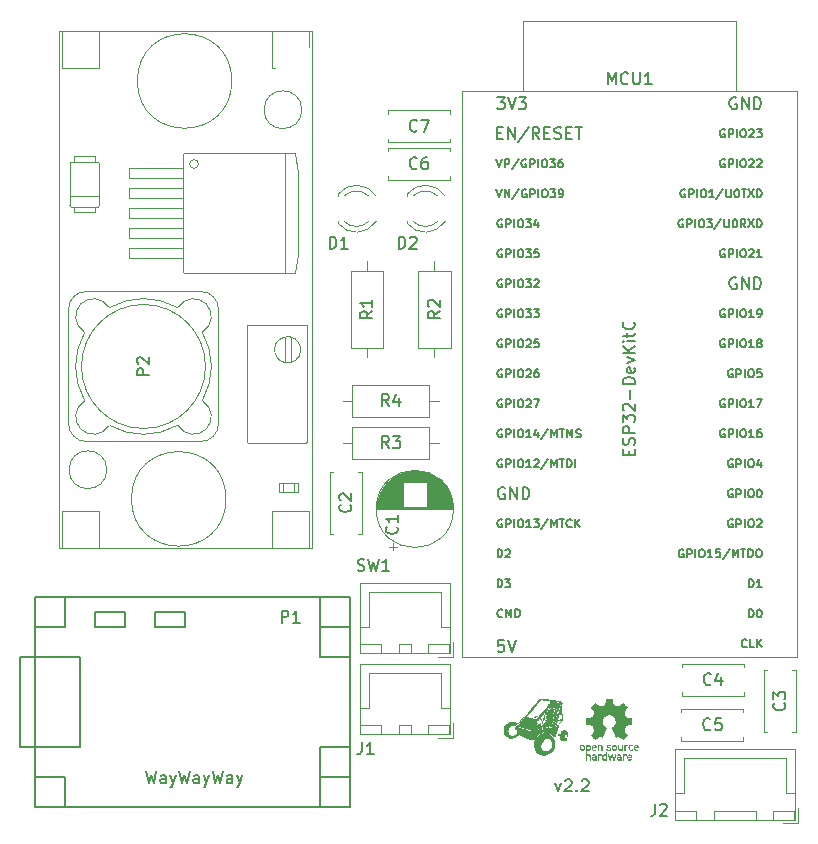
<source format=gbr>
G04 #@! TF.GenerationSoftware,KiCad,Pcbnew,7.0.9*
G04 #@! TF.CreationDate,2023-12-29T14:02:29-03:00*
G04 #@! TF.ProjectId,module,6d6f6475-6c65-42e6-9b69-6361645f7063,v2.2*
G04 #@! TF.SameCoordinates,Original*
G04 #@! TF.FileFunction,Legend,Top*
G04 #@! TF.FilePolarity,Positive*
%FSLAX46Y46*%
G04 Gerber Fmt 4.6, Leading zero omitted, Abs format (unit mm)*
G04 Created by KiCad (PCBNEW 7.0.9) date 2023-12-29 14:02:29*
%MOMM*%
%LPD*%
G01*
G04 APERTURE LIST*
%ADD10C,0.150000*%
%ADD11C,0.120000*%
G04 APERTURE END LIST*
D10*
X161011141Y-111356952D02*
X161249236Y-112023619D01*
X161249236Y-112023619D02*
X161487331Y-111356952D01*
X161820665Y-111118857D02*
X161868284Y-111071238D01*
X161868284Y-111071238D02*
X161963522Y-111023619D01*
X161963522Y-111023619D02*
X162201617Y-111023619D01*
X162201617Y-111023619D02*
X162296855Y-111071238D01*
X162296855Y-111071238D02*
X162344474Y-111118857D01*
X162344474Y-111118857D02*
X162392093Y-111214095D01*
X162392093Y-111214095D02*
X162392093Y-111309333D01*
X162392093Y-111309333D02*
X162344474Y-111452190D01*
X162344474Y-111452190D02*
X161773046Y-112023619D01*
X161773046Y-112023619D02*
X162392093Y-112023619D01*
X162820665Y-111928380D02*
X162868284Y-111976000D01*
X162868284Y-111976000D02*
X162820665Y-112023619D01*
X162820665Y-112023619D02*
X162773046Y-111976000D01*
X162773046Y-111976000D02*
X162820665Y-111928380D01*
X162820665Y-111928380D02*
X162820665Y-112023619D01*
X163249236Y-111118857D02*
X163296855Y-111071238D01*
X163296855Y-111071238D02*
X163392093Y-111023619D01*
X163392093Y-111023619D02*
X163630188Y-111023619D01*
X163630188Y-111023619D02*
X163725426Y-111071238D01*
X163725426Y-111071238D02*
X163773045Y-111118857D01*
X163773045Y-111118857D02*
X163820664Y-111214095D01*
X163820664Y-111214095D02*
X163820664Y-111309333D01*
X163820664Y-111309333D02*
X163773045Y-111452190D01*
X163773045Y-111452190D02*
X163201617Y-112023619D01*
X163201617Y-112023619D02*
X163820664Y-112023619D01*
X126365541Y-110337819D02*
X126603636Y-111337819D01*
X126603636Y-111337819D02*
X126794112Y-110623533D01*
X126794112Y-110623533D02*
X126984588Y-111337819D01*
X126984588Y-111337819D02*
X127222684Y-110337819D01*
X128032207Y-111337819D02*
X128032207Y-110814009D01*
X128032207Y-110814009D02*
X127984588Y-110718771D01*
X127984588Y-110718771D02*
X127889350Y-110671152D01*
X127889350Y-110671152D02*
X127698874Y-110671152D01*
X127698874Y-110671152D02*
X127603636Y-110718771D01*
X128032207Y-111290200D02*
X127936969Y-111337819D01*
X127936969Y-111337819D02*
X127698874Y-111337819D01*
X127698874Y-111337819D02*
X127603636Y-111290200D01*
X127603636Y-111290200D02*
X127556017Y-111194961D01*
X127556017Y-111194961D02*
X127556017Y-111099723D01*
X127556017Y-111099723D02*
X127603636Y-111004485D01*
X127603636Y-111004485D02*
X127698874Y-110956866D01*
X127698874Y-110956866D02*
X127936969Y-110956866D01*
X127936969Y-110956866D02*
X128032207Y-110909247D01*
X128413160Y-110671152D02*
X128651255Y-111337819D01*
X128889350Y-110671152D02*
X128651255Y-111337819D01*
X128651255Y-111337819D02*
X128556017Y-111575914D01*
X128556017Y-111575914D02*
X128508398Y-111623533D01*
X128508398Y-111623533D02*
X128413160Y-111671152D01*
X129175065Y-110337819D02*
X129413160Y-111337819D01*
X129413160Y-111337819D02*
X129603636Y-110623533D01*
X129603636Y-110623533D02*
X129794112Y-111337819D01*
X129794112Y-111337819D02*
X130032208Y-110337819D01*
X130841731Y-111337819D02*
X130841731Y-110814009D01*
X130841731Y-110814009D02*
X130794112Y-110718771D01*
X130794112Y-110718771D02*
X130698874Y-110671152D01*
X130698874Y-110671152D02*
X130508398Y-110671152D01*
X130508398Y-110671152D02*
X130413160Y-110718771D01*
X130841731Y-111290200D02*
X130746493Y-111337819D01*
X130746493Y-111337819D02*
X130508398Y-111337819D01*
X130508398Y-111337819D02*
X130413160Y-111290200D01*
X130413160Y-111290200D02*
X130365541Y-111194961D01*
X130365541Y-111194961D02*
X130365541Y-111099723D01*
X130365541Y-111099723D02*
X130413160Y-111004485D01*
X130413160Y-111004485D02*
X130508398Y-110956866D01*
X130508398Y-110956866D02*
X130746493Y-110956866D01*
X130746493Y-110956866D02*
X130841731Y-110909247D01*
X131222684Y-110671152D02*
X131460779Y-111337819D01*
X131698874Y-110671152D02*
X131460779Y-111337819D01*
X131460779Y-111337819D02*
X131365541Y-111575914D01*
X131365541Y-111575914D02*
X131317922Y-111623533D01*
X131317922Y-111623533D02*
X131222684Y-111671152D01*
X131984589Y-110337819D02*
X132222684Y-111337819D01*
X132222684Y-111337819D02*
X132413160Y-110623533D01*
X132413160Y-110623533D02*
X132603636Y-111337819D01*
X132603636Y-111337819D02*
X132841732Y-110337819D01*
X133651255Y-111337819D02*
X133651255Y-110814009D01*
X133651255Y-110814009D02*
X133603636Y-110718771D01*
X133603636Y-110718771D02*
X133508398Y-110671152D01*
X133508398Y-110671152D02*
X133317922Y-110671152D01*
X133317922Y-110671152D02*
X133222684Y-110718771D01*
X133651255Y-111290200D02*
X133556017Y-111337819D01*
X133556017Y-111337819D02*
X133317922Y-111337819D01*
X133317922Y-111337819D02*
X133222684Y-111290200D01*
X133222684Y-111290200D02*
X133175065Y-111194961D01*
X133175065Y-111194961D02*
X133175065Y-111099723D01*
X133175065Y-111099723D02*
X133222684Y-111004485D01*
X133222684Y-111004485D02*
X133317922Y-110956866D01*
X133317922Y-110956866D02*
X133556017Y-110956866D01*
X133556017Y-110956866D02*
X133651255Y-110909247D01*
X134032208Y-110671152D02*
X134270303Y-111337819D01*
X134508398Y-110671152D02*
X134270303Y-111337819D01*
X134270303Y-111337819D02*
X134175065Y-111575914D01*
X134175065Y-111575914D02*
X134127446Y-111623533D01*
X134127446Y-111623533D02*
X134032208Y-111671152D01*
X126589023Y-76793491D02*
X125589023Y-76793491D01*
X125589023Y-76793491D02*
X125589023Y-76412539D01*
X125589023Y-76412539D02*
X125636642Y-76317301D01*
X125636642Y-76317301D02*
X125684261Y-76269682D01*
X125684261Y-76269682D02*
X125779499Y-76222063D01*
X125779499Y-76222063D02*
X125922356Y-76222063D01*
X125922356Y-76222063D02*
X126017594Y-76269682D01*
X126017594Y-76269682D02*
X126065213Y-76317301D01*
X126065213Y-76317301D02*
X126112832Y-76412539D01*
X126112832Y-76412539D02*
X126112832Y-76793491D01*
X125684261Y-75841110D02*
X125636642Y-75793491D01*
X125636642Y-75793491D02*
X125589023Y-75698253D01*
X125589023Y-75698253D02*
X125589023Y-75460158D01*
X125589023Y-75460158D02*
X125636642Y-75364920D01*
X125636642Y-75364920D02*
X125684261Y-75317301D01*
X125684261Y-75317301D02*
X125779499Y-75269682D01*
X125779499Y-75269682D02*
X125874737Y-75269682D01*
X125874737Y-75269682D02*
X126017594Y-75317301D01*
X126017594Y-75317301D02*
X126589023Y-75888729D01*
X126589023Y-75888729D02*
X126589023Y-75269682D01*
X147737905Y-66075819D02*
X147737905Y-65075819D01*
X147737905Y-65075819D02*
X147976000Y-65075819D01*
X147976000Y-65075819D02*
X148118857Y-65123438D01*
X148118857Y-65123438D02*
X148214095Y-65218676D01*
X148214095Y-65218676D02*
X148261714Y-65313914D01*
X148261714Y-65313914D02*
X148309333Y-65504390D01*
X148309333Y-65504390D02*
X148309333Y-65647247D01*
X148309333Y-65647247D02*
X148261714Y-65837723D01*
X148261714Y-65837723D02*
X148214095Y-65932961D01*
X148214095Y-65932961D02*
X148118857Y-66028200D01*
X148118857Y-66028200D02*
X147976000Y-66075819D01*
X147976000Y-66075819D02*
X147737905Y-66075819D01*
X148690286Y-65171057D02*
X148737905Y-65123438D01*
X148737905Y-65123438D02*
X148833143Y-65075819D01*
X148833143Y-65075819D02*
X149071238Y-65075819D01*
X149071238Y-65075819D02*
X149166476Y-65123438D01*
X149166476Y-65123438D02*
X149214095Y-65171057D01*
X149214095Y-65171057D02*
X149261714Y-65266295D01*
X149261714Y-65266295D02*
X149261714Y-65361533D01*
X149261714Y-65361533D02*
X149214095Y-65504390D01*
X149214095Y-65504390D02*
X148642667Y-66075819D01*
X148642667Y-66075819D02*
X149261714Y-66075819D01*
X165438667Y-52164819D02*
X165438667Y-51164819D01*
X165438667Y-51164819D02*
X165772000Y-51879104D01*
X165772000Y-51879104D02*
X166105333Y-51164819D01*
X166105333Y-51164819D02*
X166105333Y-52164819D01*
X167152952Y-52069580D02*
X167105333Y-52117200D01*
X167105333Y-52117200D02*
X166962476Y-52164819D01*
X166962476Y-52164819D02*
X166867238Y-52164819D01*
X166867238Y-52164819D02*
X166724381Y-52117200D01*
X166724381Y-52117200D02*
X166629143Y-52021961D01*
X166629143Y-52021961D02*
X166581524Y-51926723D01*
X166581524Y-51926723D02*
X166533905Y-51736247D01*
X166533905Y-51736247D02*
X166533905Y-51593390D01*
X166533905Y-51593390D02*
X166581524Y-51402914D01*
X166581524Y-51402914D02*
X166629143Y-51307676D01*
X166629143Y-51307676D02*
X166724381Y-51212438D01*
X166724381Y-51212438D02*
X166867238Y-51164819D01*
X166867238Y-51164819D02*
X166962476Y-51164819D01*
X166962476Y-51164819D02*
X167105333Y-51212438D01*
X167105333Y-51212438D02*
X167152952Y-51260057D01*
X167581524Y-51164819D02*
X167581524Y-51974342D01*
X167581524Y-51974342D02*
X167629143Y-52069580D01*
X167629143Y-52069580D02*
X167676762Y-52117200D01*
X167676762Y-52117200D02*
X167772000Y-52164819D01*
X167772000Y-52164819D02*
X167962476Y-52164819D01*
X167962476Y-52164819D02*
X168057714Y-52117200D01*
X168057714Y-52117200D02*
X168105333Y-52069580D01*
X168105333Y-52069580D02*
X168152952Y-51974342D01*
X168152952Y-51974342D02*
X168152952Y-51164819D01*
X169152952Y-52164819D02*
X168581524Y-52164819D01*
X168867238Y-52164819D02*
X168867238Y-51164819D01*
X168867238Y-51164819D02*
X168772000Y-51307676D01*
X168772000Y-51307676D02*
X168676762Y-51402914D01*
X168676762Y-51402914D02*
X168581524Y-51450533D01*
X167203009Y-83535237D02*
X167203009Y-83201904D01*
X167726819Y-83059047D02*
X167726819Y-83535237D01*
X167726819Y-83535237D02*
X166726819Y-83535237D01*
X166726819Y-83535237D02*
X166726819Y-83059047D01*
X167679200Y-82678094D02*
X167726819Y-82535237D01*
X167726819Y-82535237D02*
X167726819Y-82297142D01*
X167726819Y-82297142D02*
X167679200Y-82201904D01*
X167679200Y-82201904D02*
X167631580Y-82154285D01*
X167631580Y-82154285D02*
X167536342Y-82106666D01*
X167536342Y-82106666D02*
X167441104Y-82106666D01*
X167441104Y-82106666D02*
X167345866Y-82154285D01*
X167345866Y-82154285D02*
X167298247Y-82201904D01*
X167298247Y-82201904D02*
X167250628Y-82297142D01*
X167250628Y-82297142D02*
X167203009Y-82487618D01*
X167203009Y-82487618D02*
X167155390Y-82582856D01*
X167155390Y-82582856D02*
X167107771Y-82630475D01*
X167107771Y-82630475D02*
X167012533Y-82678094D01*
X167012533Y-82678094D02*
X166917295Y-82678094D01*
X166917295Y-82678094D02*
X166822057Y-82630475D01*
X166822057Y-82630475D02*
X166774438Y-82582856D01*
X166774438Y-82582856D02*
X166726819Y-82487618D01*
X166726819Y-82487618D02*
X166726819Y-82249523D01*
X166726819Y-82249523D02*
X166774438Y-82106666D01*
X167726819Y-81678094D02*
X166726819Y-81678094D01*
X166726819Y-81678094D02*
X166726819Y-81297142D01*
X166726819Y-81297142D02*
X166774438Y-81201904D01*
X166774438Y-81201904D02*
X166822057Y-81154285D01*
X166822057Y-81154285D02*
X166917295Y-81106666D01*
X166917295Y-81106666D02*
X167060152Y-81106666D01*
X167060152Y-81106666D02*
X167155390Y-81154285D01*
X167155390Y-81154285D02*
X167203009Y-81201904D01*
X167203009Y-81201904D02*
X167250628Y-81297142D01*
X167250628Y-81297142D02*
X167250628Y-81678094D01*
X166726819Y-80773332D02*
X166726819Y-80154285D01*
X166726819Y-80154285D02*
X167107771Y-80487618D01*
X167107771Y-80487618D02*
X167107771Y-80344761D01*
X167107771Y-80344761D02*
X167155390Y-80249523D01*
X167155390Y-80249523D02*
X167203009Y-80201904D01*
X167203009Y-80201904D02*
X167298247Y-80154285D01*
X167298247Y-80154285D02*
X167536342Y-80154285D01*
X167536342Y-80154285D02*
X167631580Y-80201904D01*
X167631580Y-80201904D02*
X167679200Y-80249523D01*
X167679200Y-80249523D02*
X167726819Y-80344761D01*
X167726819Y-80344761D02*
X167726819Y-80630475D01*
X167726819Y-80630475D02*
X167679200Y-80725713D01*
X167679200Y-80725713D02*
X167631580Y-80773332D01*
X166822057Y-79773332D02*
X166774438Y-79725713D01*
X166774438Y-79725713D02*
X166726819Y-79630475D01*
X166726819Y-79630475D02*
X166726819Y-79392380D01*
X166726819Y-79392380D02*
X166774438Y-79297142D01*
X166774438Y-79297142D02*
X166822057Y-79249523D01*
X166822057Y-79249523D02*
X166917295Y-79201904D01*
X166917295Y-79201904D02*
X167012533Y-79201904D01*
X167012533Y-79201904D02*
X167155390Y-79249523D01*
X167155390Y-79249523D02*
X167726819Y-79820951D01*
X167726819Y-79820951D02*
X167726819Y-79201904D01*
X167345866Y-78773332D02*
X167345866Y-78011428D01*
X167726819Y-77535237D02*
X166726819Y-77535237D01*
X166726819Y-77535237D02*
X166726819Y-77297142D01*
X166726819Y-77297142D02*
X166774438Y-77154285D01*
X166774438Y-77154285D02*
X166869676Y-77059047D01*
X166869676Y-77059047D02*
X166964914Y-77011428D01*
X166964914Y-77011428D02*
X167155390Y-76963809D01*
X167155390Y-76963809D02*
X167298247Y-76963809D01*
X167298247Y-76963809D02*
X167488723Y-77011428D01*
X167488723Y-77011428D02*
X167583961Y-77059047D01*
X167583961Y-77059047D02*
X167679200Y-77154285D01*
X167679200Y-77154285D02*
X167726819Y-77297142D01*
X167726819Y-77297142D02*
X167726819Y-77535237D01*
X167679200Y-76154285D02*
X167726819Y-76249523D01*
X167726819Y-76249523D02*
X167726819Y-76439999D01*
X167726819Y-76439999D02*
X167679200Y-76535237D01*
X167679200Y-76535237D02*
X167583961Y-76582856D01*
X167583961Y-76582856D02*
X167203009Y-76582856D01*
X167203009Y-76582856D02*
X167107771Y-76535237D01*
X167107771Y-76535237D02*
X167060152Y-76439999D01*
X167060152Y-76439999D02*
X167060152Y-76249523D01*
X167060152Y-76249523D02*
X167107771Y-76154285D01*
X167107771Y-76154285D02*
X167203009Y-76106666D01*
X167203009Y-76106666D02*
X167298247Y-76106666D01*
X167298247Y-76106666D02*
X167393485Y-76582856D01*
X167060152Y-75773332D02*
X167726819Y-75535237D01*
X167726819Y-75535237D02*
X167060152Y-75297142D01*
X167726819Y-74916189D02*
X166726819Y-74916189D01*
X167726819Y-74344761D02*
X167155390Y-74773332D01*
X166726819Y-74344761D02*
X167298247Y-74916189D01*
X167726819Y-73916189D02*
X167060152Y-73916189D01*
X166726819Y-73916189D02*
X166774438Y-73963808D01*
X166774438Y-73963808D02*
X166822057Y-73916189D01*
X166822057Y-73916189D02*
X166774438Y-73868570D01*
X166774438Y-73868570D02*
X166726819Y-73916189D01*
X166726819Y-73916189D02*
X166822057Y-73916189D01*
X167060152Y-73582856D02*
X167060152Y-73201904D01*
X166726819Y-73439999D02*
X167583961Y-73439999D01*
X167583961Y-73439999D02*
X167679200Y-73392380D01*
X167679200Y-73392380D02*
X167726819Y-73297142D01*
X167726819Y-73297142D02*
X167726819Y-73201904D01*
X167631580Y-72297142D02*
X167679200Y-72344761D01*
X167679200Y-72344761D02*
X167726819Y-72487618D01*
X167726819Y-72487618D02*
X167726819Y-72582856D01*
X167726819Y-72582856D02*
X167679200Y-72725713D01*
X167679200Y-72725713D02*
X167583961Y-72820951D01*
X167583961Y-72820951D02*
X167488723Y-72868570D01*
X167488723Y-72868570D02*
X167298247Y-72916189D01*
X167298247Y-72916189D02*
X167155390Y-72916189D01*
X167155390Y-72916189D02*
X166964914Y-72868570D01*
X166964914Y-72868570D02*
X166869676Y-72820951D01*
X166869676Y-72820951D02*
X166774438Y-72725713D01*
X166774438Y-72725713D02*
X166726819Y-72582856D01*
X166726819Y-72582856D02*
X166726819Y-72487618D01*
X166726819Y-72487618D02*
X166774438Y-72344761D01*
X166774438Y-72344761D02*
X166822057Y-72297142D01*
X175336649Y-73779366D02*
X175269982Y-73746033D01*
X175269982Y-73746033D02*
X175169982Y-73746033D01*
X175169982Y-73746033D02*
X175069982Y-73779366D01*
X175069982Y-73779366D02*
X175003316Y-73846033D01*
X175003316Y-73846033D02*
X174969982Y-73912700D01*
X174969982Y-73912700D02*
X174936649Y-74046033D01*
X174936649Y-74046033D02*
X174936649Y-74146033D01*
X174936649Y-74146033D02*
X174969982Y-74279366D01*
X174969982Y-74279366D02*
X175003316Y-74346033D01*
X175003316Y-74346033D02*
X175069982Y-74412700D01*
X175069982Y-74412700D02*
X175169982Y-74446033D01*
X175169982Y-74446033D02*
X175236649Y-74446033D01*
X175236649Y-74446033D02*
X175336649Y-74412700D01*
X175336649Y-74412700D02*
X175369982Y-74379366D01*
X175369982Y-74379366D02*
X175369982Y-74146033D01*
X175369982Y-74146033D02*
X175236649Y-74146033D01*
X175669982Y-74446033D02*
X175669982Y-73746033D01*
X175669982Y-73746033D02*
X175936649Y-73746033D01*
X175936649Y-73746033D02*
X176003316Y-73779366D01*
X176003316Y-73779366D02*
X176036649Y-73812700D01*
X176036649Y-73812700D02*
X176069982Y-73879366D01*
X176069982Y-73879366D02*
X176069982Y-73979366D01*
X176069982Y-73979366D02*
X176036649Y-74046033D01*
X176036649Y-74046033D02*
X176003316Y-74079366D01*
X176003316Y-74079366D02*
X175936649Y-74112700D01*
X175936649Y-74112700D02*
X175669982Y-74112700D01*
X176369982Y-74446033D02*
X176369982Y-73746033D01*
X176836649Y-73746033D02*
X176969982Y-73746033D01*
X176969982Y-73746033D02*
X177036649Y-73779366D01*
X177036649Y-73779366D02*
X177103315Y-73846033D01*
X177103315Y-73846033D02*
X177136649Y-73979366D01*
X177136649Y-73979366D02*
X177136649Y-74212700D01*
X177136649Y-74212700D02*
X177103315Y-74346033D01*
X177103315Y-74346033D02*
X177036649Y-74412700D01*
X177036649Y-74412700D02*
X176969982Y-74446033D01*
X176969982Y-74446033D02*
X176836649Y-74446033D01*
X176836649Y-74446033D02*
X176769982Y-74412700D01*
X176769982Y-74412700D02*
X176703315Y-74346033D01*
X176703315Y-74346033D02*
X176669982Y-74212700D01*
X176669982Y-74212700D02*
X176669982Y-73979366D01*
X176669982Y-73979366D02*
X176703315Y-73846033D01*
X176703315Y-73846033D02*
X176769982Y-73779366D01*
X176769982Y-73779366D02*
X176836649Y-73746033D01*
X177803315Y-74446033D02*
X177403315Y-74446033D01*
X177603315Y-74446033D02*
X177603315Y-73746033D01*
X177603315Y-73746033D02*
X177536648Y-73846033D01*
X177536648Y-73846033D02*
X177469982Y-73912700D01*
X177469982Y-73912700D02*
X177403315Y-73946033D01*
X178203315Y-74046033D02*
X178136649Y-74012700D01*
X178136649Y-74012700D02*
X178103315Y-73979366D01*
X178103315Y-73979366D02*
X178069982Y-73912700D01*
X178069982Y-73912700D02*
X178069982Y-73879366D01*
X178069982Y-73879366D02*
X178103315Y-73812700D01*
X178103315Y-73812700D02*
X178136649Y-73779366D01*
X178136649Y-73779366D02*
X178203315Y-73746033D01*
X178203315Y-73746033D02*
X178336649Y-73746033D01*
X178336649Y-73746033D02*
X178403315Y-73779366D01*
X178403315Y-73779366D02*
X178436649Y-73812700D01*
X178436649Y-73812700D02*
X178469982Y-73879366D01*
X178469982Y-73879366D02*
X178469982Y-73912700D01*
X178469982Y-73912700D02*
X178436649Y-73979366D01*
X178436649Y-73979366D02*
X178403315Y-74012700D01*
X178403315Y-74012700D02*
X178336649Y-74046033D01*
X178336649Y-74046033D02*
X178203315Y-74046033D01*
X178203315Y-74046033D02*
X178136649Y-74079366D01*
X178136649Y-74079366D02*
X178103315Y-74112700D01*
X178103315Y-74112700D02*
X178069982Y-74179366D01*
X178069982Y-74179366D02*
X178069982Y-74312700D01*
X178069982Y-74312700D02*
X178103315Y-74379366D01*
X178103315Y-74379366D02*
X178136649Y-74412700D01*
X178136649Y-74412700D02*
X178203315Y-74446033D01*
X178203315Y-74446033D02*
X178336649Y-74446033D01*
X178336649Y-74446033D02*
X178403315Y-74412700D01*
X178403315Y-74412700D02*
X178436649Y-74379366D01*
X178436649Y-74379366D02*
X178469982Y-74312700D01*
X178469982Y-74312700D02*
X178469982Y-74179366D01*
X178469982Y-74179366D02*
X178436649Y-74112700D01*
X178436649Y-74112700D02*
X178403315Y-74079366D01*
X178403315Y-74079366D02*
X178336649Y-74046033D01*
X177403315Y-94766033D02*
X177403315Y-94066033D01*
X177403315Y-94066033D02*
X177569982Y-94066033D01*
X177569982Y-94066033D02*
X177669982Y-94099366D01*
X177669982Y-94099366D02*
X177736649Y-94166033D01*
X177736649Y-94166033D02*
X177769982Y-94232700D01*
X177769982Y-94232700D02*
X177803315Y-94366033D01*
X177803315Y-94366033D02*
X177803315Y-94466033D01*
X177803315Y-94466033D02*
X177769982Y-94599366D01*
X177769982Y-94599366D02*
X177736649Y-94666033D01*
X177736649Y-94666033D02*
X177669982Y-94732700D01*
X177669982Y-94732700D02*
X177569982Y-94766033D01*
X177569982Y-94766033D02*
X177403315Y-94766033D01*
X178469982Y-94766033D02*
X178069982Y-94766033D01*
X178269982Y-94766033D02*
X178269982Y-94066033D01*
X178269982Y-94066033D02*
X178203315Y-94166033D01*
X178203315Y-94166033D02*
X178136649Y-94232700D01*
X178136649Y-94232700D02*
X178069982Y-94266033D01*
X156083541Y-53264819D02*
X156702588Y-53264819D01*
X156702588Y-53264819D02*
X156369255Y-53645771D01*
X156369255Y-53645771D02*
X156512112Y-53645771D01*
X156512112Y-53645771D02*
X156607350Y-53693390D01*
X156607350Y-53693390D02*
X156654969Y-53741009D01*
X156654969Y-53741009D02*
X156702588Y-53836247D01*
X156702588Y-53836247D02*
X156702588Y-54074342D01*
X156702588Y-54074342D02*
X156654969Y-54169580D01*
X156654969Y-54169580D02*
X156607350Y-54217200D01*
X156607350Y-54217200D02*
X156512112Y-54264819D01*
X156512112Y-54264819D02*
X156226398Y-54264819D01*
X156226398Y-54264819D02*
X156131160Y-54217200D01*
X156131160Y-54217200D02*
X156083541Y-54169580D01*
X156988303Y-53264819D02*
X157321636Y-54264819D01*
X157321636Y-54264819D02*
X157654969Y-53264819D01*
X157893065Y-53264819D02*
X158512112Y-53264819D01*
X158512112Y-53264819D02*
X158178779Y-53645771D01*
X158178779Y-53645771D02*
X158321636Y-53645771D01*
X158321636Y-53645771D02*
X158416874Y-53693390D01*
X158416874Y-53693390D02*
X158464493Y-53741009D01*
X158464493Y-53741009D02*
X158512112Y-53836247D01*
X158512112Y-53836247D02*
X158512112Y-54074342D01*
X158512112Y-54074342D02*
X158464493Y-54169580D01*
X158464493Y-54169580D02*
X158416874Y-54217200D01*
X158416874Y-54217200D02*
X158321636Y-54264819D01*
X158321636Y-54264819D02*
X158035922Y-54264819D01*
X158035922Y-54264819D02*
X157940684Y-54217200D01*
X157940684Y-54217200D02*
X157893065Y-54169580D01*
X175336649Y-55999366D02*
X175269982Y-55966033D01*
X175269982Y-55966033D02*
X175169982Y-55966033D01*
X175169982Y-55966033D02*
X175069982Y-55999366D01*
X175069982Y-55999366D02*
X175003316Y-56066033D01*
X175003316Y-56066033D02*
X174969982Y-56132700D01*
X174969982Y-56132700D02*
X174936649Y-56266033D01*
X174936649Y-56266033D02*
X174936649Y-56366033D01*
X174936649Y-56366033D02*
X174969982Y-56499366D01*
X174969982Y-56499366D02*
X175003316Y-56566033D01*
X175003316Y-56566033D02*
X175069982Y-56632700D01*
X175069982Y-56632700D02*
X175169982Y-56666033D01*
X175169982Y-56666033D02*
X175236649Y-56666033D01*
X175236649Y-56666033D02*
X175336649Y-56632700D01*
X175336649Y-56632700D02*
X175369982Y-56599366D01*
X175369982Y-56599366D02*
X175369982Y-56366033D01*
X175369982Y-56366033D02*
X175236649Y-56366033D01*
X175669982Y-56666033D02*
X175669982Y-55966033D01*
X175669982Y-55966033D02*
X175936649Y-55966033D01*
X175936649Y-55966033D02*
X176003316Y-55999366D01*
X176003316Y-55999366D02*
X176036649Y-56032700D01*
X176036649Y-56032700D02*
X176069982Y-56099366D01*
X176069982Y-56099366D02*
X176069982Y-56199366D01*
X176069982Y-56199366D02*
X176036649Y-56266033D01*
X176036649Y-56266033D02*
X176003316Y-56299366D01*
X176003316Y-56299366D02*
X175936649Y-56332700D01*
X175936649Y-56332700D02*
X175669982Y-56332700D01*
X176369982Y-56666033D02*
X176369982Y-55966033D01*
X176836649Y-55966033D02*
X176969982Y-55966033D01*
X176969982Y-55966033D02*
X177036649Y-55999366D01*
X177036649Y-55999366D02*
X177103315Y-56066033D01*
X177103315Y-56066033D02*
X177136649Y-56199366D01*
X177136649Y-56199366D02*
X177136649Y-56432700D01*
X177136649Y-56432700D02*
X177103315Y-56566033D01*
X177103315Y-56566033D02*
X177036649Y-56632700D01*
X177036649Y-56632700D02*
X176969982Y-56666033D01*
X176969982Y-56666033D02*
X176836649Y-56666033D01*
X176836649Y-56666033D02*
X176769982Y-56632700D01*
X176769982Y-56632700D02*
X176703315Y-56566033D01*
X176703315Y-56566033D02*
X176669982Y-56432700D01*
X176669982Y-56432700D02*
X176669982Y-56199366D01*
X176669982Y-56199366D02*
X176703315Y-56066033D01*
X176703315Y-56066033D02*
X176769982Y-55999366D01*
X176769982Y-55999366D02*
X176836649Y-55966033D01*
X177403315Y-56032700D02*
X177436648Y-55999366D01*
X177436648Y-55999366D02*
X177503315Y-55966033D01*
X177503315Y-55966033D02*
X177669982Y-55966033D01*
X177669982Y-55966033D02*
X177736648Y-55999366D01*
X177736648Y-55999366D02*
X177769982Y-56032700D01*
X177769982Y-56032700D02*
X177803315Y-56099366D01*
X177803315Y-56099366D02*
X177803315Y-56166033D01*
X177803315Y-56166033D02*
X177769982Y-56266033D01*
X177769982Y-56266033D02*
X177369982Y-56666033D01*
X177369982Y-56666033D02*
X177803315Y-56666033D01*
X178036649Y-55966033D02*
X178469982Y-55966033D01*
X178469982Y-55966033D02*
X178236649Y-56232700D01*
X178236649Y-56232700D02*
X178336649Y-56232700D01*
X178336649Y-56232700D02*
X178403315Y-56266033D01*
X178403315Y-56266033D02*
X178436649Y-56299366D01*
X178436649Y-56299366D02*
X178469982Y-56366033D01*
X178469982Y-56366033D02*
X178469982Y-56532700D01*
X178469982Y-56532700D02*
X178436649Y-56599366D01*
X178436649Y-56599366D02*
X178403315Y-56632700D01*
X178403315Y-56632700D02*
X178336649Y-56666033D01*
X178336649Y-56666033D02*
X178136649Y-56666033D01*
X178136649Y-56666033D02*
X178069982Y-56632700D01*
X178069982Y-56632700D02*
X178036649Y-56599366D01*
X156474017Y-68699366D02*
X156407350Y-68666033D01*
X156407350Y-68666033D02*
X156307350Y-68666033D01*
X156307350Y-68666033D02*
X156207350Y-68699366D01*
X156207350Y-68699366D02*
X156140684Y-68766033D01*
X156140684Y-68766033D02*
X156107350Y-68832700D01*
X156107350Y-68832700D02*
X156074017Y-68966033D01*
X156074017Y-68966033D02*
X156074017Y-69066033D01*
X156074017Y-69066033D02*
X156107350Y-69199366D01*
X156107350Y-69199366D02*
X156140684Y-69266033D01*
X156140684Y-69266033D02*
X156207350Y-69332700D01*
X156207350Y-69332700D02*
X156307350Y-69366033D01*
X156307350Y-69366033D02*
X156374017Y-69366033D01*
X156374017Y-69366033D02*
X156474017Y-69332700D01*
X156474017Y-69332700D02*
X156507350Y-69299366D01*
X156507350Y-69299366D02*
X156507350Y-69066033D01*
X156507350Y-69066033D02*
X156374017Y-69066033D01*
X156807350Y-69366033D02*
X156807350Y-68666033D01*
X156807350Y-68666033D02*
X157074017Y-68666033D01*
X157074017Y-68666033D02*
X157140684Y-68699366D01*
X157140684Y-68699366D02*
X157174017Y-68732700D01*
X157174017Y-68732700D02*
X157207350Y-68799366D01*
X157207350Y-68799366D02*
X157207350Y-68899366D01*
X157207350Y-68899366D02*
X157174017Y-68966033D01*
X157174017Y-68966033D02*
X157140684Y-68999366D01*
X157140684Y-68999366D02*
X157074017Y-69032700D01*
X157074017Y-69032700D02*
X156807350Y-69032700D01*
X157507350Y-69366033D02*
X157507350Y-68666033D01*
X157974017Y-68666033D02*
X158107350Y-68666033D01*
X158107350Y-68666033D02*
X158174017Y-68699366D01*
X158174017Y-68699366D02*
X158240683Y-68766033D01*
X158240683Y-68766033D02*
X158274017Y-68899366D01*
X158274017Y-68899366D02*
X158274017Y-69132700D01*
X158274017Y-69132700D02*
X158240683Y-69266033D01*
X158240683Y-69266033D02*
X158174017Y-69332700D01*
X158174017Y-69332700D02*
X158107350Y-69366033D01*
X158107350Y-69366033D02*
X157974017Y-69366033D01*
X157974017Y-69366033D02*
X157907350Y-69332700D01*
X157907350Y-69332700D02*
X157840683Y-69266033D01*
X157840683Y-69266033D02*
X157807350Y-69132700D01*
X157807350Y-69132700D02*
X157807350Y-68899366D01*
X157807350Y-68899366D02*
X157840683Y-68766033D01*
X157840683Y-68766033D02*
X157907350Y-68699366D01*
X157907350Y-68699366D02*
X157974017Y-68666033D01*
X158507350Y-68666033D02*
X158940683Y-68666033D01*
X158940683Y-68666033D02*
X158707350Y-68932700D01*
X158707350Y-68932700D02*
X158807350Y-68932700D01*
X158807350Y-68932700D02*
X158874016Y-68966033D01*
X158874016Y-68966033D02*
X158907350Y-68999366D01*
X158907350Y-68999366D02*
X158940683Y-69066033D01*
X158940683Y-69066033D02*
X158940683Y-69232700D01*
X158940683Y-69232700D02*
X158907350Y-69299366D01*
X158907350Y-69299366D02*
X158874016Y-69332700D01*
X158874016Y-69332700D02*
X158807350Y-69366033D01*
X158807350Y-69366033D02*
X158607350Y-69366033D01*
X158607350Y-69366033D02*
X158540683Y-69332700D01*
X158540683Y-69332700D02*
X158507350Y-69299366D01*
X159207350Y-68732700D02*
X159240683Y-68699366D01*
X159240683Y-68699366D02*
X159307350Y-68666033D01*
X159307350Y-68666033D02*
X159474017Y-68666033D01*
X159474017Y-68666033D02*
X159540683Y-68699366D01*
X159540683Y-68699366D02*
X159574017Y-68732700D01*
X159574017Y-68732700D02*
X159607350Y-68799366D01*
X159607350Y-68799366D02*
X159607350Y-68866033D01*
X159607350Y-68866033D02*
X159574017Y-68966033D01*
X159574017Y-68966033D02*
X159174017Y-69366033D01*
X159174017Y-69366033D02*
X159607350Y-69366033D01*
X156507350Y-97239366D02*
X156474017Y-97272700D01*
X156474017Y-97272700D02*
X156374017Y-97306033D01*
X156374017Y-97306033D02*
X156307350Y-97306033D01*
X156307350Y-97306033D02*
X156207350Y-97272700D01*
X156207350Y-97272700D02*
X156140684Y-97206033D01*
X156140684Y-97206033D02*
X156107350Y-97139366D01*
X156107350Y-97139366D02*
X156074017Y-97006033D01*
X156074017Y-97006033D02*
X156074017Y-96906033D01*
X156074017Y-96906033D02*
X156107350Y-96772700D01*
X156107350Y-96772700D02*
X156140684Y-96706033D01*
X156140684Y-96706033D02*
X156207350Y-96639366D01*
X156207350Y-96639366D02*
X156307350Y-96606033D01*
X156307350Y-96606033D02*
X156374017Y-96606033D01*
X156374017Y-96606033D02*
X156474017Y-96639366D01*
X156474017Y-96639366D02*
X156507350Y-96672700D01*
X156807350Y-97306033D02*
X156807350Y-96606033D01*
X156807350Y-96606033D02*
X157040684Y-97106033D01*
X157040684Y-97106033D02*
X157274017Y-96606033D01*
X157274017Y-96606033D02*
X157274017Y-97306033D01*
X157607350Y-97306033D02*
X157607350Y-96606033D01*
X157607350Y-96606033D02*
X157774017Y-96606033D01*
X157774017Y-96606033D02*
X157874017Y-96639366D01*
X157874017Y-96639366D02*
X157940684Y-96706033D01*
X157940684Y-96706033D02*
X157974017Y-96772700D01*
X157974017Y-96772700D02*
X158007350Y-96906033D01*
X158007350Y-96906033D02*
X158007350Y-97006033D01*
X158007350Y-97006033D02*
X157974017Y-97139366D01*
X157974017Y-97139366D02*
X157940684Y-97206033D01*
X157940684Y-97206033D02*
X157874017Y-97272700D01*
X157874017Y-97272700D02*
X157774017Y-97306033D01*
X157774017Y-97306033D02*
X157607350Y-97306033D01*
X156107350Y-94766033D02*
X156107350Y-94066033D01*
X156107350Y-94066033D02*
X156274017Y-94066033D01*
X156274017Y-94066033D02*
X156374017Y-94099366D01*
X156374017Y-94099366D02*
X156440684Y-94166033D01*
X156440684Y-94166033D02*
X156474017Y-94232700D01*
X156474017Y-94232700D02*
X156507350Y-94366033D01*
X156507350Y-94366033D02*
X156507350Y-94466033D01*
X156507350Y-94466033D02*
X156474017Y-94599366D01*
X156474017Y-94599366D02*
X156440684Y-94666033D01*
X156440684Y-94666033D02*
X156374017Y-94732700D01*
X156374017Y-94732700D02*
X156274017Y-94766033D01*
X156274017Y-94766033D02*
X156107350Y-94766033D01*
X156740684Y-94066033D02*
X157174017Y-94066033D01*
X157174017Y-94066033D02*
X156940684Y-94332700D01*
X156940684Y-94332700D02*
X157040684Y-94332700D01*
X157040684Y-94332700D02*
X157107350Y-94366033D01*
X157107350Y-94366033D02*
X157140684Y-94399366D01*
X157140684Y-94399366D02*
X157174017Y-94466033D01*
X157174017Y-94466033D02*
X157174017Y-94632700D01*
X157174017Y-94632700D02*
X157140684Y-94699366D01*
X157140684Y-94699366D02*
X157107350Y-94732700D01*
X157107350Y-94732700D02*
X157040684Y-94766033D01*
X157040684Y-94766033D02*
X156840684Y-94766033D01*
X156840684Y-94766033D02*
X156774017Y-94732700D01*
X156774017Y-94732700D02*
X156740684Y-94699366D01*
X176003316Y-86479366D02*
X175936649Y-86446033D01*
X175936649Y-86446033D02*
X175836649Y-86446033D01*
X175836649Y-86446033D02*
X175736649Y-86479366D01*
X175736649Y-86479366D02*
X175669983Y-86546033D01*
X175669983Y-86546033D02*
X175636649Y-86612700D01*
X175636649Y-86612700D02*
X175603316Y-86746033D01*
X175603316Y-86746033D02*
X175603316Y-86846033D01*
X175603316Y-86846033D02*
X175636649Y-86979366D01*
X175636649Y-86979366D02*
X175669983Y-87046033D01*
X175669983Y-87046033D02*
X175736649Y-87112700D01*
X175736649Y-87112700D02*
X175836649Y-87146033D01*
X175836649Y-87146033D02*
X175903316Y-87146033D01*
X175903316Y-87146033D02*
X176003316Y-87112700D01*
X176003316Y-87112700D02*
X176036649Y-87079366D01*
X176036649Y-87079366D02*
X176036649Y-86846033D01*
X176036649Y-86846033D02*
X175903316Y-86846033D01*
X176336649Y-87146033D02*
X176336649Y-86446033D01*
X176336649Y-86446033D02*
X176603316Y-86446033D01*
X176603316Y-86446033D02*
X176669983Y-86479366D01*
X176669983Y-86479366D02*
X176703316Y-86512700D01*
X176703316Y-86512700D02*
X176736649Y-86579366D01*
X176736649Y-86579366D02*
X176736649Y-86679366D01*
X176736649Y-86679366D02*
X176703316Y-86746033D01*
X176703316Y-86746033D02*
X176669983Y-86779366D01*
X176669983Y-86779366D02*
X176603316Y-86812700D01*
X176603316Y-86812700D02*
X176336649Y-86812700D01*
X177036649Y-87146033D02*
X177036649Y-86446033D01*
X177503316Y-86446033D02*
X177636649Y-86446033D01*
X177636649Y-86446033D02*
X177703316Y-86479366D01*
X177703316Y-86479366D02*
X177769982Y-86546033D01*
X177769982Y-86546033D02*
X177803316Y-86679366D01*
X177803316Y-86679366D02*
X177803316Y-86912700D01*
X177803316Y-86912700D02*
X177769982Y-87046033D01*
X177769982Y-87046033D02*
X177703316Y-87112700D01*
X177703316Y-87112700D02*
X177636649Y-87146033D01*
X177636649Y-87146033D02*
X177503316Y-87146033D01*
X177503316Y-87146033D02*
X177436649Y-87112700D01*
X177436649Y-87112700D02*
X177369982Y-87046033D01*
X177369982Y-87046033D02*
X177336649Y-86912700D01*
X177336649Y-86912700D02*
X177336649Y-86679366D01*
X177336649Y-86679366D02*
X177369982Y-86546033D01*
X177369982Y-86546033D02*
X177436649Y-86479366D01*
X177436649Y-86479366D02*
X177503316Y-86446033D01*
X178236649Y-86446033D02*
X178303315Y-86446033D01*
X178303315Y-86446033D02*
X178369982Y-86479366D01*
X178369982Y-86479366D02*
X178403315Y-86512700D01*
X178403315Y-86512700D02*
X178436649Y-86579366D01*
X178436649Y-86579366D02*
X178469982Y-86712700D01*
X178469982Y-86712700D02*
X178469982Y-86879366D01*
X178469982Y-86879366D02*
X178436649Y-87012700D01*
X178436649Y-87012700D02*
X178403315Y-87079366D01*
X178403315Y-87079366D02*
X178369982Y-87112700D01*
X178369982Y-87112700D02*
X178303315Y-87146033D01*
X178303315Y-87146033D02*
X178236649Y-87146033D01*
X178236649Y-87146033D02*
X178169982Y-87112700D01*
X178169982Y-87112700D02*
X178136649Y-87079366D01*
X178136649Y-87079366D02*
X178103315Y-87012700D01*
X178103315Y-87012700D02*
X178069982Y-86879366D01*
X178069982Y-86879366D02*
X178069982Y-86712700D01*
X178069982Y-86712700D02*
X178103315Y-86579366D01*
X178103315Y-86579366D02*
X178136649Y-86512700D01*
X178136649Y-86512700D02*
X178169982Y-86479366D01*
X178169982Y-86479366D02*
X178236649Y-86446033D01*
X176317601Y-68552438D02*
X176222363Y-68504819D01*
X176222363Y-68504819D02*
X176079506Y-68504819D01*
X176079506Y-68504819D02*
X175936649Y-68552438D01*
X175936649Y-68552438D02*
X175841411Y-68647676D01*
X175841411Y-68647676D02*
X175793792Y-68742914D01*
X175793792Y-68742914D02*
X175746173Y-68933390D01*
X175746173Y-68933390D02*
X175746173Y-69076247D01*
X175746173Y-69076247D02*
X175793792Y-69266723D01*
X175793792Y-69266723D02*
X175841411Y-69361961D01*
X175841411Y-69361961D02*
X175936649Y-69457200D01*
X175936649Y-69457200D02*
X176079506Y-69504819D01*
X176079506Y-69504819D02*
X176174744Y-69504819D01*
X176174744Y-69504819D02*
X176317601Y-69457200D01*
X176317601Y-69457200D02*
X176365220Y-69409580D01*
X176365220Y-69409580D02*
X176365220Y-69076247D01*
X176365220Y-69076247D02*
X176174744Y-69076247D01*
X176793792Y-69504819D02*
X176793792Y-68504819D01*
X176793792Y-68504819D02*
X177365220Y-69504819D01*
X177365220Y-69504819D02*
X177365220Y-68504819D01*
X177841411Y-69504819D02*
X177841411Y-68504819D01*
X177841411Y-68504819D02*
X178079506Y-68504819D01*
X178079506Y-68504819D02*
X178222363Y-68552438D01*
X178222363Y-68552438D02*
X178317601Y-68647676D01*
X178317601Y-68647676D02*
X178365220Y-68742914D01*
X178365220Y-68742914D02*
X178412839Y-68933390D01*
X178412839Y-68933390D02*
X178412839Y-69076247D01*
X178412839Y-69076247D02*
X178365220Y-69266723D01*
X178365220Y-69266723D02*
X178317601Y-69361961D01*
X178317601Y-69361961D02*
X178222363Y-69457200D01*
X178222363Y-69457200D02*
X178079506Y-69504819D01*
X178079506Y-69504819D02*
X177841411Y-69504819D01*
X171803316Y-63619366D02*
X171736649Y-63586033D01*
X171736649Y-63586033D02*
X171636649Y-63586033D01*
X171636649Y-63586033D02*
X171536649Y-63619366D01*
X171536649Y-63619366D02*
X171469983Y-63686033D01*
X171469983Y-63686033D02*
X171436649Y-63752700D01*
X171436649Y-63752700D02*
X171403316Y-63886033D01*
X171403316Y-63886033D02*
X171403316Y-63986033D01*
X171403316Y-63986033D02*
X171436649Y-64119366D01*
X171436649Y-64119366D02*
X171469983Y-64186033D01*
X171469983Y-64186033D02*
X171536649Y-64252700D01*
X171536649Y-64252700D02*
X171636649Y-64286033D01*
X171636649Y-64286033D02*
X171703316Y-64286033D01*
X171703316Y-64286033D02*
X171803316Y-64252700D01*
X171803316Y-64252700D02*
X171836649Y-64219366D01*
X171836649Y-64219366D02*
X171836649Y-63986033D01*
X171836649Y-63986033D02*
X171703316Y-63986033D01*
X172136649Y-64286033D02*
X172136649Y-63586033D01*
X172136649Y-63586033D02*
X172403316Y-63586033D01*
X172403316Y-63586033D02*
X172469983Y-63619366D01*
X172469983Y-63619366D02*
X172503316Y-63652700D01*
X172503316Y-63652700D02*
X172536649Y-63719366D01*
X172536649Y-63719366D02*
X172536649Y-63819366D01*
X172536649Y-63819366D02*
X172503316Y-63886033D01*
X172503316Y-63886033D02*
X172469983Y-63919366D01*
X172469983Y-63919366D02*
X172403316Y-63952700D01*
X172403316Y-63952700D02*
X172136649Y-63952700D01*
X172836649Y-64286033D02*
X172836649Y-63586033D01*
X173303316Y-63586033D02*
X173436649Y-63586033D01*
X173436649Y-63586033D02*
X173503316Y-63619366D01*
X173503316Y-63619366D02*
X173569982Y-63686033D01*
X173569982Y-63686033D02*
X173603316Y-63819366D01*
X173603316Y-63819366D02*
X173603316Y-64052700D01*
X173603316Y-64052700D02*
X173569982Y-64186033D01*
X173569982Y-64186033D02*
X173503316Y-64252700D01*
X173503316Y-64252700D02*
X173436649Y-64286033D01*
X173436649Y-64286033D02*
X173303316Y-64286033D01*
X173303316Y-64286033D02*
X173236649Y-64252700D01*
X173236649Y-64252700D02*
X173169982Y-64186033D01*
X173169982Y-64186033D02*
X173136649Y-64052700D01*
X173136649Y-64052700D02*
X173136649Y-63819366D01*
X173136649Y-63819366D02*
X173169982Y-63686033D01*
X173169982Y-63686033D02*
X173236649Y-63619366D01*
X173236649Y-63619366D02*
X173303316Y-63586033D01*
X173836649Y-63586033D02*
X174269982Y-63586033D01*
X174269982Y-63586033D02*
X174036649Y-63852700D01*
X174036649Y-63852700D02*
X174136649Y-63852700D01*
X174136649Y-63852700D02*
X174203315Y-63886033D01*
X174203315Y-63886033D02*
X174236649Y-63919366D01*
X174236649Y-63919366D02*
X174269982Y-63986033D01*
X174269982Y-63986033D02*
X174269982Y-64152700D01*
X174269982Y-64152700D02*
X174236649Y-64219366D01*
X174236649Y-64219366D02*
X174203315Y-64252700D01*
X174203315Y-64252700D02*
X174136649Y-64286033D01*
X174136649Y-64286033D02*
X173936649Y-64286033D01*
X173936649Y-64286033D02*
X173869982Y-64252700D01*
X173869982Y-64252700D02*
X173836649Y-64219366D01*
X175069982Y-63552700D02*
X174469982Y-64452700D01*
X175303315Y-63586033D02*
X175303315Y-64152700D01*
X175303315Y-64152700D02*
X175336649Y-64219366D01*
X175336649Y-64219366D02*
X175369982Y-64252700D01*
X175369982Y-64252700D02*
X175436649Y-64286033D01*
X175436649Y-64286033D02*
X175569982Y-64286033D01*
X175569982Y-64286033D02*
X175636649Y-64252700D01*
X175636649Y-64252700D02*
X175669982Y-64219366D01*
X175669982Y-64219366D02*
X175703315Y-64152700D01*
X175703315Y-64152700D02*
X175703315Y-63586033D01*
X176169982Y-63586033D02*
X176236648Y-63586033D01*
X176236648Y-63586033D02*
X176303315Y-63619366D01*
X176303315Y-63619366D02*
X176336648Y-63652700D01*
X176336648Y-63652700D02*
X176369982Y-63719366D01*
X176369982Y-63719366D02*
X176403315Y-63852700D01*
X176403315Y-63852700D02*
X176403315Y-64019366D01*
X176403315Y-64019366D02*
X176369982Y-64152700D01*
X176369982Y-64152700D02*
X176336648Y-64219366D01*
X176336648Y-64219366D02*
X176303315Y-64252700D01*
X176303315Y-64252700D02*
X176236648Y-64286033D01*
X176236648Y-64286033D02*
X176169982Y-64286033D01*
X176169982Y-64286033D02*
X176103315Y-64252700D01*
X176103315Y-64252700D02*
X176069982Y-64219366D01*
X176069982Y-64219366D02*
X176036648Y-64152700D01*
X176036648Y-64152700D02*
X176003315Y-64019366D01*
X176003315Y-64019366D02*
X176003315Y-63852700D01*
X176003315Y-63852700D02*
X176036648Y-63719366D01*
X176036648Y-63719366D02*
X176069982Y-63652700D01*
X176069982Y-63652700D02*
X176103315Y-63619366D01*
X176103315Y-63619366D02*
X176169982Y-63586033D01*
X177103315Y-64286033D02*
X176869982Y-63952700D01*
X176703315Y-64286033D02*
X176703315Y-63586033D01*
X176703315Y-63586033D02*
X176969982Y-63586033D01*
X176969982Y-63586033D02*
X177036649Y-63619366D01*
X177036649Y-63619366D02*
X177069982Y-63652700D01*
X177069982Y-63652700D02*
X177103315Y-63719366D01*
X177103315Y-63719366D02*
X177103315Y-63819366D01*
X177103315Y-63819366D02*
X177069982Y-63886033D01*
X177069982Y-63886033D02*
X177036649Y-63919366D01*
X177036649Y-63919366D02*
X176969982Y-63952700D01*
X176969982Y-63952700D02*
X176703315Y-63952700D01*
X177336649Y-63586033D02*
X177803315Y-64286033D01*
X177803315Y-63586033D02*
X177336649Y-64286033D01*
X178069982Y-64286033D02*
X178069982Y-63586033D01*
X178069982Y-63586033D02*
X178236649Y-63586033D01*
X178236649Y-63586033D02*
X178336649Y-63619366D01*
X178336649Y-63619366D02*
X178403316Y-63686033D01*
X178403316Y-63686033D02*
X178436649Y-63752700D01*
X178436649Y-63752700D02*
X178469982Y-63886033D01*
X178469982Y-63886033D02*
X178469982Y-63986033D01*
X178469982Y-63986033D02*
X178436649Y-64119366D01*
X178436649Y-64119366D02*
X178403316Y-64186033D01*
X178403316Y-64186033D02*
X178336649Y-64252700D01*
X178336649Y-64252700D02*
X178236649Y-64286033D01*
X178236649Y-64286033D02*
X178069982Y-64286033D01*
X156007350Y-61046033D02*
X156240684Y-61746033D01*
X156240684Y-61746033D02*
X156474017Y-61046033D01*
X156707350Y-61746033D02*
X156707350Y-61046033D01*
X156707350Y-61046033D02*
X157107350Y-61746033D01*
X157107350Y-61746033D02*
X157107350Y-61046033D01*
X157940683Y-61012700D02*
X157340683Y-61912700D01*
X158540683Y-61079366D02*
X158474016Y-61046033D01*
X158474016Y-61046033D02*
X158374016Y-61046033D01*
X158374016Y-61046033D02*
X158274016Y-61079366D01*
X158274016Y-61079366D02*
X158207350Y-61146033D01*
X158207350Y-61146033D02*
X158174016Y-61212700D01*
X158174016Y-61212700D02*
X158140683Y-61346033D01*
X158140683Y-61346033D02*
X158140683Y-61446033D01*
X158140683Y-61446033D02*
X158174016Y-61579366D01*
X158174016Y-61579366D02*
X158207350Y-61646033D01*
X158207350Y-61646033D02*
X158274016Y-61712700D01*
X158274016Y-61712700D02*
X158374016Y-61746033D01*
X158374016Y-61746033D02*
X158440683Y-61746033D01*
X158440683Y-61746033D02*
X158540683Y-61712700D01*
X158540683Y-61712700D02*
X158574016Y-61679366D01*
X158574016Y-61679366D02*
X158574016Y-61446033D01*
X158574016Y-61446033D02*
X158440683Y-61446033D01*
X158874016Y-61746033D02*
X158874016Y-61046033D01*
X158874016Y-61046033D02*
X159140683Y-61046033D01*
X159140683Y-61046033D02*
X159207350Y-61079366D01*
X159207350Y-61079366D02*
X159240683Y-61112700D01*
X159240683Y-61112700D02*
X159274016Y-61179366D01*
X159274016Y-61179366D02*
X159274016Y-61279366D01*
X159274016Y-61279366D02*
X159240683Y-61346033D01*
X159240683Y-61346033D02*
X159207350Y-61379366D01*
X159207350Y-61379366D02*
X159140683Y-61412700D01*
X159140683Y-61412700D02*
X158874016Y-61412700D01*
X159574016Y-61746033D02*
X159574016Y-61046033D01*
X160040683Y-61046033D02*
X160174016Y-61046033D01*
X160174016Y-61046033D02*
X160240683Y-61079366D01*
X160240683Y-61079366D02*
X160307349Y-61146033D01*
X160307349Y-61146033D02*
X160340683Y-61279366D01*
X160340683Y-61279366D02*
X160340683Y-61512700D01*
X160340683Y-61512700D02*
X160307349Y-61646033D01*
X160307349Y-61646033D02*
X160240683Y-61712700D01*
X160240683Y-61712700D02*
X160174016Y-61746033D01*
X160174016Y-61746033D02*
X160040683Y-61746033D01*
X160040683Y-61746033D02*
X159974016Y-61712700D01*
X159974016Y-61712700D02*
X159907349Y-61646033D01*
X159907349Y-61646033D02*
X159874016Y-61512700D01*
X159874016Y-61512700D02*
X159874016Y-61279366D01*
X159874016Y-61279366D02*
X159907349Y-61146033D01*
X159907349Y-61146033D02*
X159974016Y-61079366D01*
X159974016Y-61079366D02*
X160040683Y-61046033D01*
X160574016Y-61046033D02*
X161007349Y-61046033D01*
X161007349Y-61046033D02*
X160774016Y-61312700D01*
X160774016Y-61312700D02*
X160874016Y-61312700D01*
X160874016Y-61312700D02*
X160940682Y-61346033D01*
X160940682Y-61346033D02*
X160974016Y-61379366D01*
X160974016Y-61379366D02*
X161007349Y-61446033D01*
X161007349Y-61446033D02*
X161007349Y-61612700D01*
X161007349Y-61612700D02*
X160974016Y-61679366D01*
X160974016Y-61679366D02*
X160940682Y-61712700D01*
X160940682Y-61712700D02*
X160874016Y-61746033D01*
X160874016Y-61746033D02*
X160674016Y-61746033D01*
X160674016Y-61746033D02*
X160607349Y-61712700D01*
X160607349Y-61712700D02*
X160574016Y-61679366D01*
X161340683Y-61746033D02*
X161474016Y-61746033D01*
X161474016Y-61746033D02*
X161540683Y-61712700D01*
X161540683Y-61712700D02*
X161574016Y-61679366D01*
X161574016Y-61679366D02*
X161640683Y-61579366D01*
X161640683Y-61579366D02*
X161674016Y-61446033D01*
X161674016Y-61446033D02*
X161674016Y-61179366D01*
X161674016Y-61179366D02*
X161640683Y-61112700D01*
X161640683Y-61112700D02*
X161607349Y-61079366D01*
X161607349Y-61079366D02*
X161540683Y-61046033D01*
X161540683Y-61046033D02*
X161407349Y-61046033D01*
X161407349Y-61046033D02*
X161340683Y-61079366D01*
X161340683Y-61079366D02*
X161307349Y-61112700D01*
X161307349Y-61112700D02*
X161274016Y-61179366D01*
X161274016Y-61179366D02*
X161274016Y-61346033D01*
X161274016Y-61346033D02*
X161307349Y-61412700D01*
X161307349Y-61412700D02*
X161340683Y-61446033D01*
X161340683Y-61446033D02*
X161407349Y-61479366D01*
X161407349Y-61479366D02*
X161540683Y-61479366D01*
X161540683Y-61479366D02*
X161607349Y-61446033D01*
X161607349Y-61446033D02*
X161640683Y-61412700D01*
X161640683Y-61412700D02*
X161674016Y-61346033D01*
X156651289Y-99236099D02*
X156175099Y-99236099D01*
X156175099Y-99236099D02*
X156127480Y-99712289D01*
X156127480Y-99712289D02*
X156175099Y-99664670D01*
X156175099Y-99664670D02*
X156270337Y-99617051D01*
X156270337Y-99617051D02*
X156508432Y-99617051D01*
X156508432Y-99617051D02*
X156603670Y-99664670D01*
X156603670Y-99664670D02*
X156651289Y-99712289D01*
X156651289Y-99712289D02*
X156698908Y-99807527D01*
X156698908Y-99807527D02*
X156698908Y-100045622D01*
X156698908Y-100045622D02*
X156651289Y-100140860D01*
X156651289Y-100140860D02*
X156603670Y-100188480D01*
X156603670Y-100188480D02*
X156508432Y-100236099D01*
X156508432Y-100236099D02*
X156270337Y-100236099D01*
X156270337Y-100236099D02*
X156175099Y-100188480D01*
X156175099Y-100188480D02*
X156127480Y-100140860D01*
X156984623Y-99236099D02*
X157317956Y-100236099D01*
X157317956Y-100236099D02*
X157651289Y-99236099D01*
X177203315Y-99779366D02*
X177169982Y-99812700D01*
X177169982Y-99812700D02*
X177069982Y-99846033D01*
X177069982Y-99846033D02*
X177003315Y-99846033D01*
X177003315Y-99846033D02*
X176903315Y-99812700D01*
X176903315Y-99812700D02*
X176836649Y-99746033D01*
X176836649Y-99746033D02*
X176803315Y-99679366D01*
X176803315Y-99679366D02*
X176769982Y-99546033D01*
X176769982Y-99546033D02*
X176769982Y-99446033D01*
X176769982Y-99446033D02*
X176803315Y-99312700D01*
X176803315Y-99312700D02*
X176836649Y-99246033D01*
X176836649Y-99246033D02*
X176903315Y-99179366D01*
X176903315Y-99179366D02*
X177003315Y-99146033D01*
X177003315Y-99146033D02*
X177069982Y-99146033D01*
X177069982Y-99146033D02*
X177169982Y-99179366D01*
X177169982Y-99179366D02*
X177203315Y-99212700D01*
X177836649Y-99846033D02*
X177503315Y-99846033D01*
X177503315Y-99846033D02*
X177503315Y-99146033D01*
X178069982Y-99846033D02*
X178069982Y-99146033D01*
X178469982Y-99846033D02*
X178169982Y-99446033D01*
X178469982Y-99146033D02*
X178069982Y-99546033D01*
X176003316Y-76319366D02*
X175936649Y-76286033D01*
X175936649Y-76286033D02*
X175836649Y-76286033D01*
X175836649Y-76286033D02*
X175736649Y-76319366D01*
X175736649Y-76319366D02*
X175669983Y-76386033D01*
X175669983Y-76386033D02*
X175636649Y-76452700D01*
X175636649Y-76452700D02*
X175603316Y-76586033D01*
X175603316Y-76586033D02*
X175603316Y-76686033D01*
X175603316Y-76686033D02*
X175636649Y-76819366D01*
X175636649Y-76819366D02*
X175669983Y-76886033D01*
X175669983Y-76886033D02*
X175736649Y-76952700D01*
X175736649Y-76952700D02*
X175836649Y-76986033D01*
X175836649Y-76986033D02*
X175903316Y-76986033D01*
X175903316Y-76986033D02*
X176003316Y-76952700D01*
X176003316Y-76952700D02*
X176036649Y-76919366D01*
X176036649Y-76919366D02*
X176036649Y-76686033D01*
X176036649Y-76686033D02*
X175903316Y-76686033D01*
X176336649Y-76986033D02*
X176336649Y-76286033D01*
X176336649Y-76286033D02*
X176603316Y-76286033D01*
X176603316Y-76286033D02*
X176669983Y-76319366D01*
X176669983Y-76319366D02*
X176703316Y-76352700D01*
X176703316Y-76352700D02*
X176736649Y-76419366D01*
X176736649Y-76419366D02*
X176736649Y-76519366D01*
X176736649Y-76519366D02*
X176703316Y-76586033D01*
X176703316Y-76586033D02*
X176669983Y-76619366D01*
X176669983Y-76619366D02*
X176603316Y-76652700D01*
X176603316Y-76652700D02*
X176336649Y-76652700D01*
X177036649Y-76986033D02*
X177036649Y-76286033D01*
X177503316Y-76286033D02*
X177636649Y-76286033D01*
X177636649Y-76286033D02*
X177703316Y-76319366D01*
X177703316Y-76319366D02*
X177769982Y-76386033D01*
X177769982Y-76386033D02*
X177803316Y-76519366D01*
X177803316Y-76519366D02*
X177803316Y-76752700D01*
X177803316Y-76752700D02*
X177769982Y-76886033D01*
X177769982Y-76886033D02*
X177703316Y-76952700D01*
X177703316Y-76952700D02*
X177636649Y-76986033D01*
X177636649Y-76986033D02*
X177503316Y-76986033D01*
X177503316Y-76986033D02*
X177436649Y-76952700D01*
X177436649Y-76952700D02*
X177369982Y-76886033D01*
X177369982Y-76886033D02*
X177336649Y-76752700D01*
X177336649Y-76752700D02*
X177336649Y-76519366D01*
X177336649Y-76519366D02*
X177369982Y-76386033D01*
X177369982Y-76386033D02*
X177436649Y-76319366D01*
X177436649Y-76319366D02*
X177503316Y-76286033D01*
X178436649Y-76286033D02*
X178103315Y-76286033D01*
X178103315Y-76286033D02*
X178069982Y-76619366D01*
X178069982Y-76619366D02*
X178103315Y-76586033D01*
X178103315Y-76586033D02*
X178169982Y-76552700D01*
X178169982Y-76552700D02*
X178336649Y-76552700D01*
X178336649Y-76552700D02*
X178403315Y-76586033D01*
X178403315Y-76586033D02*
X178436649Y-76619366D01*
X178436649Y-76619366D02*
X178469982Y-76686033D01*
X178469982Y-76686033D02*
X178469982Y-76852700D01*
X178469982Y-76852700D02*
X178436649Y-76919366D01*
X178436649Y-76919366D02*
X178403315Y-76952700D01*
X178403315Y-76952700D02*
X178336649Y-76986033D01*
X178336649Y-76986033D02*
X178169982Y-76986033D01*
X178169982Y-76986033D02*
X178103315Y-76952700D01*
X178103315Y-76952700D02*
X178069982Y-76919366D01*
X156474017Y-71239366D02*
X156407350Y-71206033D01*
X156407350Y-71206033D02*
X156307350Y-71206033D01*
X156307350Y-71206033D02*
X156207350Y-71239366D01*
X156207350Y-71239366D02*
X156140684Y-71306033D01*
X156140684Y-71306033D02*
X156107350Y-71372700D01*
X156107350Y-71372700D02*
X156074017Y-71506033D01*
X156074017Y-71506033D02*
X156074017Y-71606033D01*
X156074017Y-71606033D02*
X156107350Y-71739366D01*
X156107350Y-71739366D02*
X156140684Y-71806033D01*
X156140684Y-71806033D02*
X156207350Y-71872700D01*
X156207350Y-71872700D02*
X156307350Y-71906033D01*
X156307350Y-71906033D02*
X156374017Y-71906033D01*
X156374017Y-71906033D02*
X156474017Y-71872700D01*
X156474017Y-71872700D02*
X156507350Y-71839366D01*
X156507350Y-71839366D02*
X156507350Y-71606033D01*
X156507350Y-71606033D02*
X156374017Y-71606033D01*
X156807350Y-71906033D02*
X156807350Y-71206033D01*
X156807350Y-71206033D02*
X157074017Y-71206033D01*
X157074017Y-71206033D02*
X157140684Y-71239366D01*
X157140684Y-71239366D02*
X157174017Y-71272700D01*
X157174017Y-71272700D02*
X157207350Y-71339366D01*
X157207350Y-71339366D02*
X157207350Y-71439366D01*
X157207350Y-71439366D02*
X157174017Y-71506033D01*
X157174017Y-71506033D02*
X157140684Y-71539366D01*
X157140684Y-71539366D02*
X157074017Y-71572700D01*
X157074017Y-71572700D02*
X156807350Y-71572700D01*
X157507350Y-71906033D02*
X157507350Y-71206033D01*
X157974017Y-71206033D02*
X158107350Y-71206033D01*
X158107350Y-71206033D02*
X158174017Y-71239366D01*
X158174017Y-71239366D02*
X158240683Y-71306033D01*
X158240683Y-71306033D02*
X158274017Y-71439366D01*
X158274017Y-71439366D02*
X158274017Y-71672700D01*
X158274017Y-71672700D02*
X158240683Y-71806033D01*
X158240683Y-71806033D02*
X158174017Y-71872700D01*
X158174017Y-71872700D02*
X158107350Y-71906033D01*
X158107350Y-71906033D02*
X157974017Y-71906033D01*
X157974017Y-71906033D02*
X157907350Y-71872700D01*
X157907350Y-71872700D02*
X157840683Y-71806033D01*
X157840683Y-71806033D02*
X157807350Y-71672700D01*
X157807350Y-71672700D02*
X157807350Y-71439366D01*
X157807350Y-71439366D02*
X157840683Y-71306033D01*
X157840683Y-71306033D02*
X157907350Y-71239366D01*
X157907350Y-71239366D02*
X157974017Y-71206033D01*
X158507350Y-71206033D02*
X158940683Y-71206033D01*
X158940683Y-71206033D02*
X158707350Y-71472700D01*
X158707350Y-71472700D02*
X158807350Y-71472700D01*
X158807350Y-71472700D02*
X158874016Y-71506033D01*
X158874016Y-71506033D02*
X158907350Y-71539366D01*
X158907350Y-71539366D02*
X158940683Y-71606033D01*
X158940683Y-71606033D02*
X158940683Y-71772700D01*
X158940683Y-71772700D02*
X158907350Y-71839366D01*
X158907350Y-71839366D02*
X158874016Y-71872700D01*
X158874016Y-71872700D02*
X158807350Y-71906033D01*
X158807350Y-71906033D02*
X158607350Y-71906033D01*
X158607350Y-71906033D02*
X158540683Y-71872700D01*
X158540683Y-71872700D02*
X158507350Y-71839366D01*
X159174017Y-71206033D02*
X159607350Y-71206033D01*
X159607350Y-71206033D02*
X159374017Y-71472700D01*
X159374017Y-71472700D02*
X159474017Y-71472700D01*
X159474017Y-71472700D02*
X159540683Y-71506033D01*
X159540683Y-71506033D02*
X159574017Y-71539366D01*
X159574017Y-71539366D02*
X159607350Y-71606033D01*
X159607350Y-71606033D02*
X159607350Y-71772700D01*
X159607350Y-71772700D02*
X159574017Y-71839366D01*
X159574017Y-71839366D02*
X159540683Y-71872700D01*
X159540683Y-71872700D02*
X159474017Y-71906033D01*
X159474017Y-71906033D02*
X159274017Y-71906033D01*
X159274017Y-71906033D02*
X159207350Y-71872700D01*
X159207350Y-71872700D02*
X159174017Y-71839366D01*
X156474017Y-81399366D02*
X156407350Y-81366033D01*
X156407350Y-81366033D02*
X156307350Y-81366033D01*
X156307350Y-81366033D02*
X156207350Y-81399366D01*
X156207350Y-81399366D02*
X156140684Y-81466033D01*
X156140684Y-81466033D02*
X156107350Y-81532700D01*
X156107350Y-81532700D02*
X156074017Y-81666033D01*
X156074017Y-81666033D02*
X156074017Y-81766033D01*
X156074017Y-81766033D02*
X156107350Y-81899366D01*
X156107350Y-81899366D02*
X156140684Y-81966033D01*
X156140684Y-81966033D02*
X156207350Y-82032700D01*
X156207350Y-82032700D02*
X156307350Y-82066033D01*
X156307350Y-82066033D02*
X156374017Y-82066033D01*
X156374017Y-82066033D02*
X156474017Y-82032700D01*
X156474017Y-82032700D02*
X156507350Y-81999366D01*
X156507350Y-81999366D02*
X156507350Y-81766033D01*
X156507350Y-81766033D02*
X156374017Y-81766033D01*
X156807350Y-82066033D02*
X156807350Y-81366033D01*
X156807350Y-81366033D02*
X157074017Y-81366033D01*
X157074017Y-81366033D02*
X157140684Y-81399366D01*
X157140684Y-81399366D02*
X157174017Y-81432700D01*
X157174017Y-81432700D02*
X157207350Y-81499366D01*
X157207350Y-81499366D02*
X157207350Y-81599366D01*
X157207350Y-81599366D02*
X157174017Y-81666033D01*
X157174017Y-81666033D02*
X157140684Y-81699366D01*
X157140684Y-81699366D02*
X157074017Y-81732700D01*
X157074017Y-81732700D02*
X156807350Y-81732700D01*
X157507350Y-82066033D02*
X157507350Y-81366033D01*
X157974017Y-81366033D02*
X158107350Y-81366033D01*
X158107350Y-81366033D02*
X158174017Y-81399366D01*
X158174017Y-81399366D02*
X158240683Y-81466033D01*
X158240683Y-81466033D02*
X158274017Y-81599366D01*
X158274017Y-81599366D02*
X158274017Y-81832700D01*
X158274017Y-81832700D02*
X158240683Y-81966033D01*
X158240683Y-81966033D02*
X158174017Y-82032700D01*
X158174017Y-82032700D02*
X158107350Y-82066033D01*
X158107350Y-82066033D02*
X157974017Y-82066033D01*
X157974017Y-82066033D02*
X157907350Y-82032700D01*
X157907350Y-82032700D02*
X157840683Y-81966033D01*
X157840683Y-81966033D02*
X157807350Y-81832700D01*
X157807350Y-81832700D02*
X157807350Y-81599366D01*
X157807350Y-81599366D02*
X157840683Y-81466033D01*
X157840683Y-81466033D02*
X157907350Y-81399366D01*
X157907350Y-81399366D02*
X157974017Y-81366033D01*
X158940683Y-82066033D02*
X158540683Y-82066033D01*
X158740683Y-82066033D02*
X158740683Y-81366033D01*
X158740683Y-81366033D02*
X158674016Y-81466033D01*
X158674016Y-81466033D02*
X158607350Y-81532700D01*
X158607350Y-81532700D02*
X158540683Y-81566033D01*
X159540683Y-81599366D02*
X159540683Y-82066033D01*
X159374017Y-81332700D02*
X159207350Y-81832700D01*
X159207350Y-81832700D02*
X159640683Y-81832700D01*
X160407350Y-81332700D02*
X159807350Y-82232700D01*
X160640683Y-82066033D02*
X160640683Y-81366033D01*
X160640683Y-81366033D02*
X160874017Y-81866033D01*
X160874017Y-81866033D02*
X161107350Y-81366033D01*
X161107350Y-81366033D02*
X161107350Y-82066033D01*
X161340683Y-81366033D02*
X161740683Y-81366033D01*
X161540683Y-82066033D02*
X161540683Y-81366033D01*
X161974016Y-82066033D02*
X161974016Y-81366033D01*
X161974016Y-81366033D02*
X162207350Y-81866033D01*
X162207350Y-81866033D02*
X162440683Y-81366033D01*
X162440683Y-81366033D02*
X162440683Y-82066033D01*
X162740683Y-82032700D02*
X162840683Y-82066033D01*
X162840683Y-82066033D02*
X163007350Y-82066033D01*
X163007350Y-82066033D02*
X163074016Y-82032700D01*
X163074016Y-82032700D02*
X163107350Y-81999366D01*
X163107350Y-81999366D02*
X163140683Y-81932700D01*
X163140683Y-81932700D02*
X163140683Y-81866033D01*
X163140683Y-81866033D02*
X163107350Y-81799366D01*
X163107350Y-81799366D02*
X163074016Y-81766033D01*
X163074016Y-81766033D02*
X163007350Y-81732700D01*
X163007350Y-81732700D02*
X162874016Y-81699366D01*
X162874016Y-81699366D02*
X162807350Y-81666033D01*
X162807350Y-81666033D02*
X162774016Y-81632700D01*
X162774016Y-81632700D02*
X162740683Y-81566033D01*
X162740683Y-81566033D02*
X162740683Y-81499366D01*
X162740683Y-81499366D02*
X162774016Y-81432700D01*
X162774016Y-81432700D02*
X162807350Y-81399366D01*
X162807350Y-81399366D02*
X162874016Y-81366033D01*
X162874016Y-81366033D02*
X163040683Y-81366033D01*
X163040683Y-81366033D02*
X163140683Y-81399366D01*
X175336649Y-81399366D02*
X175269982Y-81366033D01*
X175269982Y-81366033D02*
X175169982Y-81366033D01*
X175169982Y-81366033D02*
X175069982Y-81399366D01*
X175069982Y-81399366D02*
X175003316Y-81466033D01*
X175003316Y-81466033D02*
X174969982Y-81532700D01*
X174969982Y-81532700D02*
X174936649Y-81666033D01*
X174936649Y-81666033D02*
X174936649Y-81766033D01*
X174936649Y-81766033D02*
X174969982Y-81899366D01*
X174969982Y-81899366D02*
X175003316Y-81966033D01*
X175003316Y-81966033D02*
X175069982Y-82032700D01*
X175069982Y-82032700D02*
X175169982Y-82066033D01*
X175169982Y-82066033D02*
X175236649Y-82066033D01*
X175236649Y-82066033D02*
X175336649Y-82032700D01*
X175336649Y-82032700D02*
X175369982Y-81999366D01*
X175369982Y-81999366D02*
X175369982Y-81766033D01*
X175369982Y-81766033D02*
X175236649Y-81766033D01*
X175669982Y-82066033D02*
X175669982Y-81366033D01*
X175669982Y-81366033D02*
X175936649Y-81366033D01*
X175936649Y-81366033D02*
X176003316Y-81399366D01*
X176003316Y-81399366D02*
X176036649Y-81432700D01*
X176036649Y-81432700D02*
X176069982Y-81499366D01*
X176069982Y-81499366D02*
X176069982Y-81599366D01*
X176069982Y-81599366D02*
X176036649Y-81666033D01*
X176036649Y-81666033D02*
X176003316Y-81699366D01*
X176003316Y-81699366D02*
X175936649Y-81732700D01*
X175936649Y-81732700D02*
X175669982Y-81732700D01*
X176369982Y-82066033D02*
X176369982Y-81366033D01*
X176836649Y-81366033D02*
X176969982Y-81366033D01*
X176969982Y-81366033D02*
X177036649Y-81399366D01*
X177036649Y-81399366D02*
X177103315Y-81466033D01*
X177103315Y-81466033D02*
X177136649Y-81599366D01*
X177136649Y-81599366D02*
X177136649Y-81832700D01*
X177136649Y-81832700D02*
X177103315Y-81966033D01*
X177103315Y-81966033D02*
X177036649Y-82032700D01*
X177036649Y-82032700D02*
X176969982Y-82066033D01*
X176969982Y-82066033D02*
X176836649Y-82066033D01*
X176836649Y-82066033D02*
X176769982Y-82032700D01*
X176769982Y-82032700D02*
X176703315Y-81966033D01*
X176703315Y-81966033D02*
X176669982Y-81832700D01*
X176669982Y-81832700D02*
X176669982Y-81599366D01*
X176669982Y-81599366D02*
X176703315Y-81466033D01*
X176703315Y-81466033D02*
X176769982Y-81399366D01*
X176769982Y-81399366D02*
X176836649Y-81366033D01*
X177803315Y-82066033D02*
X177403315Y-82066033D01*
X177603315Y-82066033D02*
X177603315Y-81366033D01*
X177603315Y-81366033D02*
X177536648Y-81466033D01*
X177536648Y-81466033D02*
X177469982Y-81532700D01*
X177469982Y-81532700D02*
X177403315Y-81566033D01*
X178403315Y-81366033D02*
X178269982Y-81366033D01*
X178269982Y-81366033D02*
X178203315Y-81399366D01*
X178203315Y-81399366D02*
X178169982Y-81432700D01*
X178169982Y-81432700D02*
X178103315Y-81532700D01*
X178103315Y-81532700D02*
X178069982Y-81666033D01*
X178069982Y-81666033D02*
X178069982Y-81932700D01*
X178069982Y-81932700D02*
X178103315Y-81999366D01*
X178103315Y-81999366D02*
X178136649Y-82032700D01*
X178136649Y-82032700D02*
X178203315Y-82066033D01*
X178203315Y-82066033D02*
X178336649Y-82066033D01*
X178336649Y-82066033D02*
X178403315Y-82032700D01*
X178403315Y-82032700D02*
X178436649Y-81999366D01*
X178436649Y-81999366D02*
X178469982Y-81932700D01*
X178469982Y-81932700D02*
X178469982Y-81766033D01*
X178469982Y-81766033D02*
X178436649Y-81699366D01*
X178436649Y-81699366D02*
X178403315Y-81666033D01*
X178403315Y-81666033D02*
X178336649Y-81632700D01*
X178336649Y-81632700D02*
X178203315Y-81632700D01*
X178203315Y-81632700D02*
X178136649Y-81666033D01*
X178136649Y-81666033D02*
X178103315Y-81699366D01*
X178103315Y-81699366D02*
X178069982Y-81766033D01*
X156474017Y-73779366D02*
X156407350Y-73746033D01*
X156407350Y-73746033D02*
X156307350Y-73746033D01*
X156307350Y-73746033D02*
X156207350Y-73779366D01*
X156207350Y-73779366D02*
X156140684Y-73846033D01*
X156140684Y-73846033D02*
X156107350Y-73912700D01*
X156107350Y-73912700D02*
X156074017Y-74046033D01*
X156074017Y-74046033D02*
X156074017Y-74146033D01*
X156074017Y-74146033D02*
X156107350Y-74279366D01*
X156107350Y-74279366D02*
X156140684Y-74346033D01*
X156140684Y-74346033D02*
X156207350Y-74412700D01*
X156207350Y-74412700D02*
X156307350Y-74446033D01*
X156307350Y-74446033D02*
X156374017Y-74446033D01*
X156374017Y-74446033D02*
X156474017Y-74412700D01*
X156474017Y-74412700D02*
X156507350Y-74379366D01*
X156507350Y-74379366D02*
X156507350Y-74146033D01*
X156507350Y-74146033D02*
X156374017Y-74146033D01*
X156807350Y-74446033D02*
X156807350Y-73746033D01*
X156807350Y-73746033D02*
X157074017Y-73746033D01*
X157074017Y-73746033D02*
X157140684Y-73779366D01*
X157140684Y-73779366D02*
X157174017Y-73812700D01*
X157174017Y-73812700D02*
X157207350Y-73879366D01*
X157207350Y-73879366D02*
X157207350Y-73979366D01*
X157207350Y-73979366D02*
X157174017Y-74046033D01*
X157174017Y-74046033D02*
X157140684Y-74079366D01*
X157140684Y-74079366D02*
X157074017Y-74112700D01*
X157074017Y-74112700D02*
X156807350Y-74112700D01*
X157507350Y-74446033D02*
X157507350Y-73746033D01*
X157974017Y-73746033D02*
X158107350Y-73746033D01*
X158107350Y-73746033D02*
X158174017Y-73779366D01*
X158174017Y-73779366D02*
X158240683Y-73846033D01*
X158240683Y-73846033D02*
X158274017Y-73979366D01*
X158274017Y-73979366D02*
X158274017Y-74212700D01*
X158274017Y-74212700D02*
X158240683Y-74346033D01*
X158240683Y-74346033D02*
X158174017Y-74412700D01*
X158174017Y-74412700D02*
X158107350Y-74446033D01*
X158107350Y-74446033D02*
X157974017Y-74446033D01*
X157974017Y-74446033D02*
X157907350Y-74412700D01*
X157907350Y-74412700D02*
X157840683Y-74346033D01*
X157840683Y-74346033D02*
X157807350Y-74212700D01*
X157807350Y-74212700D02*
X157807350Y-73979366D01*
X157807350Y-73979366D02*
X157840683Y-73846033D01*
X157840683Y-73846033D02*
X157907350Y-73779366D01*
X157907350Y-73779366D02*
X157974017Y-73746033D01*
X158540683Y-73812700D02*
X158574016Y-73779366D01*
X158574016Y-73779366D02*
X158640683Y-73746033D01*
X158640683Y-73746033D02*
X158807350Y-73746033D01*
X158807350Y-73746033D02*
X158874016Y-73779366D01*
X158874016Y-73779366D02*
X158907350Y-73812700D01*
X158907350Y-73812700D02*
X158940683Y-73879366D01*
X158940683Y-73879366D02*
X158940683Y-73946033D01*
X158940683Y-73946033D02*
X158907350Y-74046033D01*
X158907350Y-74046033D02*
X158507350Y-74446033D01*
X158507350Y-74446033D02*
X158940683Y-74446033D01*
X159574017Y-73746033D02*
X159240683Y-73746033D01*
X159240683Y-73746033D02*
X159207350Y-74079366D01*
X159207350Y-74079366D02*
X159240683Y-74046033D01*
X159240683Y-74046033D02*
X159307350Y-74012700D01*
X159307350Y-74012700D02*
X159474017Y-74012700D01*
X159474017Y-74012700D02*
X159540683Y-74046033D01*
X159540683Y-74046033D02*
X159574017Y-74079366D01*
X159574017Y-74079366D02*
X159607350Y-74146033D01*
X159607350Y-74146033D02*
X159607350Y-74312700D01*
X159607350Y-74312700D02*
X159574017Y-74379366D01*
X159574017Y-74379366D02*
X159540683Y-74412700D01*
X159540683Y-74412700D02*
X159474017Y-74446033D01*
X159474017Y-74446033D02*
X159307350Y-74446033D01*
X159307350Y-74446033D02*
X159240683Y-74412700D01*
X159240683Y-74412700D02*
X159207350Y-74379366D01*
X171836650Y-91559366D02*
X171769983Y-91526033D01*
X171769983Y-91526033D02*
X171669983Y-91526033D01*
X171669983Y-91526033D02*
X171569983Y-91559366D01*
X171569983Y-91559366D02*
X171503317Y-91626033D01*
X171503317Y-91626033D02*
X171469983Y-91692700D01*
X171469983Y-91692700D02*
X171436650Y-91826033D01*
X171436650Y-91826033D02*
X171436650Y-91926033D01*
X171436650Y-91926033D02*
X171469983Y-92059366D01*
X171469983Y-92059366D02*
X171503317Y-92126033D01*
X171503317Y-92126033D02*
X171569983Y-92192700D01*
X171569983Y-92192700D02*
X171669983Y-92226033D01*
X171669983Y-92226033D02*
X171736650Y-92226033D01*
X171736650Y-92226033D02*
X171836650Y-92192700D01*
X171836650Y-92192700D02*
X171869983Y-92159366D01*
X171869983Y-92159366D02*
X171869983Y-91926033D01*
X171869983Y-91926033D02*
X171736650Y-91926033D01*
X172169983Y-92226033D02*
X172169983Y-91526033D01*
X172169983Y-91526033D02*
X172436650Y-91526033D01*
X172436650Y-91526033D02*
X172503317Y-91559366D01*
X172503317Y-91559366D02*
X172536650Y-91592700D01*
X172536650Y-91592700D02*
X172569983Y-91659366D01*
X172569983Y-91659366D02*
X172569983Y-91759366D01*
X172569983Y-91759366D02*
X172536650Y-91826033D01*
X172536650Y-91826033D02*
X172503317Y-91859366D01*
X172503317Y-91859366D02*
X172436650Y-91892700D01*
X172436650Y-91892700D02*
X172169983Y-91892700D01*
X172869983Y-92226033D02*
X172869983Y-91526033D01*
X173336650Y-91526033D02*
X173469983Y-91526033D01*
X173469983Y-91526033D02*
X173536650Y-91559366D01*
X173536650Y-91559366D02*
X173603316Y-91626033D01*
X173603316Y-91626033D02*
X173636650Y-91759366D01*
X173636650Y-91759366D02*
X173636650Y-91992700D01*
X173636650Y-91992700D02*
X173603316Y-92126033D01*
X173603316Y-92126033D02*
X173536650Y-92192700D01*
X173536650Y-92192700D02*
X173469983Y-92226033D01*
X173469983Y-92226033D02*
X173336650Y-92226033D01*
X173336650Y-92226033D02*
X173269983Y-92192700D01*
X173269983Y-92192700D02*
X173203316Y-92126033D01*
X173203316Y-92126033D02*
X173169983Y-91992700D01*
X173169983Y-91992700D02*
X173169983Y-91759366D01*
X173169983Y-91759366D02*
X173203316Y-91626033D01*
X173203316Y-91626033D02*
X173269983Y-91559366D01*
X173269983Y-91559366D02*
X173336650Y-91526033D01*
X174303316Y-92226033D02*
X173903316Y-92226033D01*
X174103316Y-92226033D02*
X174103316Y-91526033D01*
X174103316Y-91526033D02*
X174036649Y-91626033D01*
X174036649Y-91626033D02*
X173969983Y-91692700D01*
X173969983Y-91692700D02*
X173903316Y-91726033D01*
X174936650Y-91526033D02*
X174603316Y-91526033D01*
X174603316Y-91526033D02*
X174569983Y-91859366D01*
X174569983Y-91859366D02*
X174603316Y-91826033D01*
X174603316Y-91826033D02*
X174669983Y-91792700D01*
X174669983Y-91792700D02*
X174836650Y-91792700D01*
X174836650Y-91792700D02*
X174903316Y-91826033D01*
X174903316Y-91826033D02*
X174936650Y-91859366D01*
X174936650Y-91859366D02*
X174969983Y-91926033D01*
X174969983Y-91926033D02*
X174969983Y-92092700D01*
X174969983Y-92092700D02*
X174936650Y-92159366D01*
X174936650Y-92159366D02*
X174903316Y-92192700D01*
X174903316Y-92192700D02*
X174836650Y-92226033D01*
X174836650Y-92226033D02*
X174669983Y-92226033D01*
X174669983Y-92226033D02*
X174603316Y-92192700D01*
X174603316Y-92192700D02*
X174569983Y-92159366D01*
X175769983Y-91492700D02*
X175169983Y-92392700D01*
X176003316Y-92226033D02*
X176003316Y-91526033D01*
X176003316Y-91526033D02*
X176236650Y-92026033D01*
X176236650Y-92026033D02*
X176469983Y-91526033D01*
X176469983Y-91526033D02*
X176469983Y-92226033D01*
X176703316Y-91526033D02*
X177103316Y-91526033D01*
X176903316Y-92226033D02*
X176903316Y-91526033D01*
X177336649Y-92226033D02*
X177336649Y-91526033D01*
X177336649Y-91526033D02*
X177503316Y-91526033D01*
X177503316Y-91526033D02*
X177603316Y-91559366D01*
X177603316Y-91559366D02*
X177669983Y-91626033D01*
X177669983Y-91626033D02*
X177703316Y-91692700D01*
X177703316Y-91692700D02*
X177736649Y-91826033D01*
X177736649Y-91826033D02*
X177736649Y-91926033D01*
X177736649Y-91926033D02*
X177703316Y-92059366D01*
X177703316Y-92059366D02*
X177669983Y-92126033D01*
X177669983Y-92126033D02*
X177603316Y-92192700D01*
X177603316Y-92192700D02*
X177503316Y-92226033D01*
X177503316Y-92226033D02*
X177336649Y-92226033D01*
X178169983Y-91526033D02*
X178303316Y-91526033D01*
X178303316Y-91526033D02*
X178369983Y-91559366D01*
X178369983Y-91559366D02*
X178436649Y-91626033D01*
X178436649Y-91626033D02*
X178469983Y-91759366D01*
X178469983Y-91759366D02*
X178469983Y-91992700D01*
X178469983Y-91992700D02*
X178436649Y-92126033D01*
X178436649Y-92126033D02*
X178369983Y-92192700D01*
X178369983Y-92192700D02*
X178303316Y-92226033D01*
X178303316Y-92226033D02*
X178169983Y-92226033D01*
X178169983Y-92226033D02*
X178103316Y-92192700D01*
X178103316Y-92192700D02*
X178036649Y-92126033D01*
X178036649Y-92126033D02*
X178003316Y-91992700D01*
X178003316Y-91992700D02*
X178003316Y-91759366D01*
X178003316Y-91759366D02*
X178036649Y-91626033D01*
X178036649Y-91626033D02*
X178103316Y-91559366D01*
X178103316Y-91559366D02*
X178169983Y-91526033D01*
X156073921Y-56278289D02*
X156407254Y-56278289D01*
X156550111Y-56802099D02*
X156073921Y-56802099D01*
X156073921Y-56802099D02*
X156073921Y-55802099D01*
X156073921Y-55802099D02*
X156550111Y-55802099D01*
X156978683Y-56802099D02*
X156978683Y-55802099D01*
X156978683Y-55802099D02*
X157550111Y-56802099D01*
X157550111Y-56802099D02*
X157550111Y-55802099D01*
X158740587Y-55754480D02*
X157883445Y-57040194D01*
X159645349Y-56802099D02*
X159312016Y-56325908D01*
X159073921Y-56802099D02*
X159073921Y-55802099D01*
X159073921Y-55802099D02*
X159454873Y-55802099D01*
X159454873Y-55802099D02*
X159550111Y-55849718D01*
X159550111Y-55849718D02*
X159597730Y-55897337D01*
X159597730Y-55897337D02*
X159645349Y-55992575D01*
X159645349Y-55992575D02*
X159645349Y-56135432D01*
X159645349Y-56135432D02*
X159597730Y-56230670D01*
X159597730Y-56230670D02*
X159550111Y-56278289D01*
X159550111Y-56278289D02*
X159454873Y-56325908D01*
X159454873Y-56325908D02*
X159073921Y-56325908D01*
X160073921Y-56278289D02*
X160407254Y-56278289D01*
X160550111Y-56802099D02*
X160073921Y-56802099D01*
X160073921Y-56802099D02*
X160073921Y-55802099D01*
X160073921Y-55802099D02*
X160550111Y-55802099D01*
X160931064Y-56754480D02*
X161073921Y-56802099D01*
X161073921Y-56802099D02*
X161312016Y-56802099D01*
X161312016Y-56802099D02*
X161407254Y-56754480D01*
X161407254Y-56754480D02*
X161454873Y-56706860D01*
X161454873Y-56706860D02*
X161502492Y-56611622D01*
X161502492Y-56611622D02*
X161502492Y-56516384D01*
X161502492Y-56516384D02*
X161454873Y-56421146D01*
X161454873Y-56421146D02*
X161407254Y-56373527D01*
X161407254Y-56373527D02*
X161312016Y-56325908D01*
X161312016Y-56325908D02*
X161121540Y-56278289D01*
X161121540Y-56278289D02*
X161026302Y-56230670D01*
X161026302Y-56230670D02*
X160978683Y-56183051D01*
X160978683Y-56183051D02*
X160931064Y-56087813D01*
X160931064Y-56087813D02*
X160931064Y-55992575D01*
X160931064Y-55992575D02*
X160978683Y-55897337D01*
X160978683Y-55897337D02*
X161026302Y-55849718D01*
X161026302Y-55849718D02*
X161121540Y-55802099D01*
X161121540Y-55802099D02*
X161359635Y-55802099D01*
X161359635Y-55802099D02*
X161502492Y-55849718D01*
X161931064Y-56278289D02*
X162264397Y-56278289D01*
X162407254Y-56802099D02*
X161931064Y-56802099D01*
X161931064Y-56802099D02*
X161931064Y-55802099D01*
X161931064Y-55802099D02*
X162407254Y-55802099D01*
X162692969Y-55802099D02*
X163264397Y-55802099D01*
X162978683Y-56802099D02*
X162978683Y-55802099D01*
X177403315Y-97306033D02*
X177403315Y-96606033D01*
X177403315Y-96606033D02*
X177569982Y-96606033D01*
X177569982Y-96606033D02*
X177669982Y-96639366D01*
X177669982Y-96639366D02*
X177736649Y-96706033D01*
X177736649Y-96706033D02*
X177769982Y-96772700D01*
X177769982Y-96772700D02*
X177803315Y-96906033D01*
X177803315Y-96906033D02*
X177803315Y-97006033D01*
X177803315Y-97006033D02*
X177769982Y-97139366D01*
X177769982Y-97139366D02*
X177736649Y-97206033D01*
X177736649Y-97206033D02*
X177669982Y-97272700D01*
X177669982Y-97272700D02*
X177569982Y-97306033D01*
X177569982Y-97306033D02*
X177403315Y-97306033D01*
X178236649Y-96606033D02*
X178303315Y-96606033D01*
X178303315Y-96606033D02*
X178369982Y-96639366D01*
X178369982Y-96639366D02*
X178403315Y-96672700D01*
X178403315Y-96672700D02*
X178436649Y-96739366D01*
X178436649Y-96739366D02*
X178469982Y-96872700D01*
X178469982Y-96872700D02*
X178469982Y-97039366D01*
X178469982Y-97039366D02*
X178436649Y-97172700D01*
X178436649Y-97172700D02*
X178403315Y-97239366D01*
X178403315Y-97239366D02*
X178369982Y-97272700D01*
X178369982Y-97272700D02*
X178303315Y-97306033D01*
X178303315Y-97306033D02*
X178236649Y-97306033D01*
X178236649Y-97306033D02*
X178169982Y-97272700D01*
X178169982Y-97272700D02*
X178136649Y-97239366D01*
X178136649Y-97239366D02*
X178103315Y-97172700D01*
X178103315Y-97172700D02*
X178069982Y-97039366D01*
X178069982Y-97039366D02*
X178069982Y-96872700D01*
X178069982Y-96872700D02*
X178103315Y-96739366D01*
X178103315Y-96739366D02*
X178136649Y-96672700D01*
X178136649Y-96672700D02*
X178169982Y-96639366D01*
X178169982Y-96639366D02*
X178236649Y-96606033D01*
X175336649Y-58539366D02*
X175269982Y-58506033D01*
X175269982Y-58506033D02*
X175169982Y-58506033D01*
X175169982Y-58506033D02*
X175069982Y-58539366D01*
X175069982Y-58539366D02*
X175003316Y-58606033D01*
X175003316Y-58606033D02*
X174969982Y-58672700D01*
X174969982Y-58672700D02*
X174936649Y-58806033D01*
X174936649Y-58806033D02*
X174936649Y-58906033D01*
X174936649Y-58906033D02*
X174969982Y-59039366D01*
X174969982Y-59039366D02*
X175003316Y-59106033D01*
X175003316Y-59106033D02*
X175069982Y-59172700D01*
X175069982Y-59172700D02*
X175169982Y-59206033D01*
X175169982Y-59206033D02*
X175236649Y-59206033D01*
X175236649Y-59206033D02*
X175336649Y-59172700D01*
X175336649Y-59172700D02*
X175369982Y-59139366D01*
X175369982Y-59139366D02*
X175369982Y-58906033D01*
X175369982Y-58906033D02*
X175236649Y-58906033D01*
X175669982Y-59206033D02*
X175669982Y-58506033D01*
X175669982Y-58506033D02*
X175936649Y-58506033D01*
X175936649Y-58506033D02*
X176003316Y-58539366D01*
X176003316Y-58539366D02*
X176036649Y-58572700D01*
X176036649Y-58572700D02*
X176069982Y-58639366D01*
X176069982Y-58639366D02*
X176069982Y-58739366D01*
X176069982Y-58739366D02*
X176036649Y-58806033D01*
X176036649Y-58806033D02*
X176003316Y-58839366D01*
X176003316Y-58839366D02*
X175936649Y-58872700D01*
X175936649Y-58872700D02*
X175669982Y-58872700D01*
X176369982Y-59206033D02*
X176369982Y-58506033D01*
X176836649Y-58506033D02*
X176969982Y-58506033D01*
X176969982Y-58506033D02*
X177036649Y-58539366D01*
X177036649Y-58539366D02*
X177103315Y-58606033D01*
X177103315Y-58606033D02*
X177136649Y-58739366D01*
X177136649Y-58739366D02*
X177136649Y-58972700D01*
X177136649Y-58972700D02*
X177103315Y-59106033D01*
X177103315Y-59106033D02*
X177036649Y-59172700D01*
X177036649Y-59172700D02*
X176969982Y-59206033D01*
X176969982Y-59206033D02*
X176836649Y-59206033D01*
X176836649Y-59206033D02*
X176769982Y-59172700D01*
X176769982Y-59172700D02*
X176703315Y-59106033D01*
X176703315Y-59106033D02*
X176669982Y-58972700D01*
X176669982Y-58972700D02*
X176669982Y-58739366D01*
X176669982Y-58739366D02*
X176703315Y-58606033D01*
X176703315Y-58606033D02*
X176769982Y-58539366D01*
X176769982Y-58539366D02*
X176836649Y-58506033D01*
X177403315Y-58572700D02*
X177436648Y-58539366D01*
X177436648Y-58539366D02*
X177503315Y-58506033D01*
X177503315Y-58506033D02*
X177669982Y-58506033D01*
X177669982Y-58506033D02*
X177736648Y-58539366D01*
X177736648Y-58539366D02*
X177769982Y-58572700D01*
X177769982Y-58572700D02*
X177803315Y-58639366D01*
X177803315Y-58639366D02*
X177803315Y-58706033D01*
X177803315Y-58706033D02*
X177769982Y-58806033D01*
X177769982Y-58806033D02*
X177369982Y-59206033D01*
X177369982Y-59206033D02*
X177803315Y-59206033D01*
X178069982Y-58572700D02*
X178103315Y-58539366D01*
X178103315Y-58539366D02*
X178169982Y-58506033D01*
X178169982Y-58506033D02*
X178336649Y-58506033D01*
X178336649Y-58506033D02*
X178403315Y-58539366D01*
X178403315Y-58539366D02*
X178436649Y-58572700D01*
X178436649Y-58572700D02*
X178469982Y-58639366D01*
X178469982Y-58639366D02*
X178469982Y-58706033D01*
X178469982Y-58706033D02*
X178436649Y-58806033D01*
X178436649Y-58806033D02*
X178036649Y-59206033D01*
X178036649Y-59206033D02*
X178469982Y-59206033D01*
X175336649Y-71239366D02*
X175269982Y-71206033D01*
X175269982Y-71206033D02*
X175169982Y-71206033D01*
X175169982Y-71206033D02*
X175069982Y-71239366D01*
X175069982Y-71239366D02*
X175003316Y-71306033D01*
X175003316Y-71306033D02*
X174969982Y-71372700D01*
X174969982Y-71372700D02*
X174936649Y-71506033D01*
X174936649Y-71506033D02*
X174936649Y-71606033D01*
X174936649Y-71606033D02*
X174969982Y-71739366D01*
X174969982Y-71739366D02*
X175003316Y-71806033D01*
X175003316Y-71806033D02*
X175069982Y-71872700D01*
X175069982Y-71872700D02*
X175169982Y-71906033D01*
X175169982Y-71906033D02*
X175236649Y-71906033D01*
X175236649Y-71906033D02*
X175336649Y-71872700D01*
X175336649Y-71872700D02*
X175369982Y-71839366D01*
X175369982Y-71839366D02*
X175369982Y-71606033D01*
X175369982Y-71606033D02*
X175236649Y-71606033D01*
X175669982Y-71906033D02*
X175669982Y-71206033D01*
X175669982Y-71206033D02*
X175936649Y-71206033D01*
X175936649Y-71206033D02*
X176003316Y-71239366D01*
X176003316Y-71239366D02*
X176036649Y-71272700D01*
X176036649Y-71272700D02*
X176069982Y-71339366D01*
X176069982Y-71339366D02*
X176069982Y-71439366D01*
X176069982Y-71439366D02*
X176036649Y-71506033D01*
X176036649Y-71506033D02*
X176003316Y-71539366D01*
X176003316Y-71539366D02*
X175936649Y-71572700D01*
X175936649Y-71572700D02*
X175669982Y-71572700D01*
X176369982Y-71906033D02*
X176369982Y-71206033D01*
X176836649Y-71206033D02*
X176969982Y-71206033D01*
X176969982Y-71206033D02*
X177036649Y-71239366D01*
X177036649Y-71239366D02*
X177103315Y-71306033D01*
X177103315Y-71306033D02*
X177136649Y-71439366D01*
X177136649Y-71439366D02*
X177136649Y-71672700D01*
X177136649Y-71672700D02*
X177103315Y-71806033D01*
X177103315Y-71806033D02*
X177036649Y-71872700D01*
X177036649Y-71872700D02*
X176969982Y-71906033D01*
X176969982Y-71906033D02*
X176836649Y-71906033D01*
X176836649Y-71906033D02*
X176769982Y-71872700D01*
X176769982Y-71872700D02*
X176703315Y-71806033D01*
X176703315Y-71806033D02*
X176669982Y-71672700D01*
X176669982Y-71672700D02*
X176669982Y-71439366D01*
X176669982Y-71439366D02*
X176703315Y-71306033D01*
X176703315Y-71306033D02*
X176769982Y-71239366D01*
X176769982Y-71239366D02*
X176836649Y-71206033D01*
X177803315Y-71906033D02*
X177403315Y-71906033D01*
X177603315Y-71906033D02*
X177603315Y-71206033D01*
X177603315Y-71206033D02*
X177536648Y-71306033D01*
X177536648Y-71306033D02*
X177469982Y-71372700D01*
X177469982Y-71372700D02*
X177403315Y-71406033D01*
X178136649Y-71906033D02*
X178269982Y-71906033D01*
X178269982Y-71906033D02*
X178336649Y-71872700D01*
X178336649Y-71872700D02*
X178369982Y-71839366D01*
X178369982Y-71839366D02*
X178436649Y-71739366D01*
X178436649Y-71739366D02*
X178469982Y-71606033D01*
X178469982Y-71606033D02*
X178469982Y-71339366D01*
X178469982Y-71339366D02*
X178436649Y-71272700D01*
X178436649Y-71272700D02*
X178403315Y-71239366D01*
X178403315Y-71239366D02*
X178336649Y-71206033D01*
X178336649Y-71206033D02*
X178203315Y-71206033D01*
X178203315Y-71206033D02*
X178136649Y-71239366D01*
X178136649Y-71239366D02*
X178103315Y-71272700D01*
X178103315Y-71272700D02*
X178069982Y-71339366D01*
X178069982Y-71339366D02*
X178069982Y-71506033D01*
X178069982Y-71506033D02*
X178103315Y-71572700D01*
X178103315Y-71572700D02*
X178136649Y-71606033D01*
X178136649Y-71606033D02*
X178203315Y-71639366D01*
X178203315Y-71639366D02*
X178336649Y-71639366D01*
X178336649Y-71639366D02*
X178403315Y-71606033D01*
X178403315Y-71606033D02*
X178436649Y-71572700D01*
X178436649Y-71572700D02*
X178469982Y-71506033D01*
X156474017Y-78859366D02*
X156407350Y-78826033D01*
X156407350Y-78826033D02*
X156307350Y-78826033D01*
X156307350Y-78826033D02*
X156207350Y-78859366D01*
X156207350Y-78859366D02*
X156140684Y-78926033D01*
X156140684Y-78926033D02*
X156107350Y-78992700D01*
X156107350Y-78992700D02*
X156074017Y-79126033D01*
X156074017Y-79126033D02*
X156074017Y-79226033D01*
X156074017Y-79226033D02*
X156107350Y-79359366D01*
X156107350Y-79359366D02*
X156140684Y-79426033D01*
X156140684Y-79426033D02*
X156207350Y-79492700D01*
X156207350Y-79492700D02*
X156307350Y-79526033D01*
X156307350Y-79526033D02*
X156374017Y-79526033D01*
X156374017Y-79526033D02*
X156474017Y-79492700D01*
X156474017Y-79492700D02*
X156507350Y-79459366D01*
X156507350Y-79459366D02*
X156507350Y-79226033D01*
X156507350Y-79226033D02*
X156374017Y-79226033D01*
X156807350Y-79526033D02*
X156807350Y-78826033D01*
X156807350Y-78826033D02*
X157074017Y-78826033D01*
X157074017Y-78826033D02*
X157140684Y-78859366D01*
X157140684Y-78859366D02*
X157174017Y-78892700D01*
X157174017Y-78892700D02*
X157207350Y-78959366D01*
X157207350Y-78959366D02*
X157207350Y-79059366D01*
X157207350Y-79059366D02*
X157174017Y-79126033D01*
X157174017Y-79126033D02*
X157140684Y-79159366D01*
X157140684Y-79159366D02*
X157074017Y-79192700D01*
X157074017Y-79192700D02*
X156807350Y-79192700D01*
X157507350Y-79526033D02*
X157507350Y-78826033D01*
X157974017Y-78826033D02*
X158107350Y-78826033D01*
X158107350Y-78826033D02*
X158174017Y-78859366D01*
X158174017Y-78859366D02*
X158240683Y-78926033D01*
X158240683Y-78926033D02*
X158274017Y-79059366D01*
X158274017Y-79059366D02*
X158274017Y-79292700D01*
X158274017Y-79292700D02*
X158240683Y-79426033D01*
X158240683Y-79426033D02*
X158174017Y-79492700D01*
X158174017Y-79492700D02*
X158107350Y-79526033D01*
X158107350Y-79526033D02*
X157974017Y-79526033D01*
X157974017Y-79526033D02*
X157907350Y-79492700D01*
X157907350Y-79492700D02*
X157840683Y-79426033D01*
X157840683Y-79426033D02*
X157807350Y-79292700D01*
X157807350Y-79292700D02*
X157807350Y-79059366D01*
X157807350Y-79059366D02*
X157840683Y-78926033D01*
X157840683Y-78926033D02*
X157907350Y-78859366D01*
X157907350Y-78859366D02*
X157974017Y-78826033D01*
X158540683Y-78892700D02*
X158574016Y-78859366D01*
X158574016Y-78859366D02*
X158640683Y-78826033D01*
X158640683Y-78826033D02*
X158807350Y-78826033D01*
X158807350Y-78826033D02*
X158874016Y-78859366D01*
X158874016Y-78859366D02*
X158907350Y-78892700D01*
X158907350Y-78892700D02*
X158940683Y-78959366D01*
X158940683Y-78959366D02*
X158940683Y-79026033D01*
X158940683Y-79026033D02*
X158907350Y-79126033D01*
X158907350Y-79126033D02*
X158507350Y-79526033D01*
X158507350Y-79526033D02*
X158940683Y-79526033D01*
X159174017Y-78826033D02*
X159640683Y-78826033D01*
X159640683Y-78826033D02*
X159340683Y-79526033D01*
X156107350Y-92226033D02*
X156107350Y-91526033D01*
X156107350Y-91526033D02*
X156274017Y-91526033D01*
X156274017Y-91526033D02*
X156374017Y-91559366D01*
X156374017Y-91559366D02*
X156440684Y-91626033D01*
X156440684Y-91626033D02*
X156474017Y-91692700D01*
X156474017Y-91692700D02*
X156507350Y-91826033D01*
X156507350Y-91826033D02*
X156507350Y-91926033D01*
X156507350Y-91926033D02*
X156474017Y-92059366D01*
X156474017Y-92059366D02*
X156440684Y-92126033D01*
X156440684Y-92126033D02*
X156374017Y-92192700D01*
X156374017Y-92192700D02*
X156274017Y-92226033D01*
X156274017Y-92226033D02*
X156107350Y-92226033D01*
X156774017Y-91592700D02*
X156807350Y-91559366D01*
X156807350Y-91559366D02*
X156874017Y-91526033D01*
X156874017Y-91526033D02*
X157040684Y-91526033D01*
X157040684Y-91526033D02*
X157107350Y-91559366D01*
X157107350Y-91559366D02*
X157140684Y-91592700D01*
X157140684Y-91592700D02*
X157174017Y-91659366D01*
X157174017Y-91659366D02*
X157174017Y-91726033D01*
X157174017Y-91726033D02*
X157140684Y-91826033D01*
X157140684Y-91826033D02*
X156740684Y-92226033D01*
X156740684Y-92226033D02*
X157174017Y-92226033D01*
X176317601Y-53312438D02*
X176222363Y-53264819D01*
X176222363Y-53264819D02*
X176079506Y-53264819D01*
X176079506Y-53264819D02*
X175936649Y-53312438D01*
X175936649Y-53312438D02*
X175841411Y-53407676D01*
X175841411Y-53407676D02*
X175793792Y-53502914D01*
X175793792Y-53502914D02*
X175746173Y-53693390D01*
X175746173Y-53693390D02*
X175746173Y-53836247D01*
X175746173Y-53836247D02*
X175793792Y-54026723D01*
X175793792Y-54026723D02*
X175841411Y-54121961D01*
X175841411Y-54121961D02*
X175936649Y-54217200D01*
X175936649Y-54217200D02*
X176079506Y-54264819D01*
X176079506Y-54264819D02*
X176174744Y-54264819D01*
X176174744Y-54264819D02*
X176317601Y-54217200D01*
X176317601Y-54217200D02*
X176365220Y-54169580D01*
X176365220Y-54169580D02*
X176365220Y-53836247D01*
X176365220Y-53836247D02*
X176174744Y-53836247D01*
X176793792Y-54264819D02*
X176793792Y-53264819D01*
X176793792Y-53264819D02*
X177365220Y-54264819D01*
X177365220Y-54264819D02*
X177365220Y-53264819D01*
X177841411Y-54264819D02*
X177841411Y-53264819D01*
X177841411Y-53264819D02*
X178079506Y-53264819D01*
X178079506Y-53264819D02*
X178222363Y-53312438D01*
X178222363Y-53312438D02*
X178317601Y-53407676D01*
X178317601Y-53407676D02*
X178365220Y-53502914D01*
X178365220Y-53502914D02*
X178412839Y-53693390D01*
X178412839Y-53693390D02*
X178412839Y-53836247D01*
X178412839Y-53836247D02*
X178365220Y-54026723D01*
X178365220Y-54026723D02*
X178317601Y-54121961D01*
X178317601Y-54121961D02*
X178222363Y-54217200D01*
X178222363Y-54217200D02*
X178079506Y-54264819D01*
X178079506Y-54264819D02*
X177841411Y-54264819D01*
X176003316Y-83939366D02*
X175936649Y-83906033D01*
X175936649Y-83906033D02*
X175836649Y-83906033D01*
X175836649Y-83906033D02*
X175736649Y-83939366D01*
X175736649Y-83939366D02*
X175669983Y-84006033D01*
X175669983Y-84006033D02*
X175636649Y-84072700D01*
X175636649Y-84072700D02*
X175603316Y-84206033D01*
X175603316Y-84206033D02*
X175603316Y-84306033D01*
X175603316Y-84306033D02*
X175636649Y-84439366D01*
X175636649Y-84439366D02*
X175669983Y-84506033D01*
X175669983Y-84506033D02*
X175736649Y-84572700D01*
X175736649Y-84572700D02*
X175836649Y-84606033D01*
X175836649Y-84606033D02*
X175903316Y-84606033D01*
X175903316Y-84606033D02*
X176003316Y-84572700D01*
X176003316Y-84572700D02*
X176036649Y-84539366D01*
X176036649Y-84539366D02*
X176036649Y-84306033D01*
X176036649Y-84306033D02*
X175903316Y-84306033D01*
X176336649Y-84606033D02*
X176336649Y-83906033D01*
X176336649Y-83906033D02*
X176603316Y-83906033D01*
X176603316Y-83906033D02*
X176669983Y-83939366D01*
X176669983Y-83939366D02*
X176703316Y-83972700D01*
X176703316Y-83972700D02*
X176736649Y-84039366D01*
X176736649Y-84039366D02*
X176736649Y-84139366D01*
X176736649Y-84139366D02*
X176703316Y-84206033D01*
X176703316Y-84206033D02*
X176669983Y-84239366D01*
X176669983Y-84239366D02*
X176603316Y-84272700D01*
X176603316Y-84272700D02*
X176336649Y-84272700D01*
X177036649Y-84606033D02*
X177036649Y-83906033D01*
X177503316Y-83906033D02*
X177636649Y-83906033D01*
X177636649Y-83906033D02*
X177703316Y-83939366D01*
X177703316Y-83939366D02*
X177769982Y-84006033D01*
X177769982Y-84006033D02*
X177803316Y-84139366D01*
X177803316Y-84139366D02*
X177803316Y-84372700D01*
X177803316Y-84372700D02*
X177769982Y-84506033D01*
X177769982Y-84506033D02*
X177703316Y-84572700D01*
X177703316Y-84572700D02*
X177636649Y-84606033D01*
X177636649Y-84606033D02*
X177503316Y-84606033D01*
X177503316Y-84606033D02*
X177436649Y-84572700D01*
X177436649Y-84572700D02*
X177369982Y-84506033D01*
X177369982Y-84506033D02*
X177336649Y-84372700D01*
X177336649Y-84372700D02*
X177336649Y-84139366D01*
X177336649Y-84139366D02*
X177369982Y-84006033D01*
X177369982Y-84006033D02*
X177436649Y-83939366D01*
X177436649Y-83939366D02*
X177503316Y-83906033D01*
X178403315Y-84139366D02*
X178403315Y-84606033D01*
X178236649Y-83872700D02*
X178069982Y-84372700D01*
X178069982Y-84372700D02*
X178503315Y-84372700D01*
X175336649Y-66159366D02*
X175269982Y-66126033D01*
X175269982Y-66126033D02*
X175169982Y-66126033D01*
X175169982Y-66126033D02*
X175069982Y-66159366D01*
X175069982Y-66159366D02*
X175003316Y-66226033D01*
X175003316Y-66226033D02*
X174969982Y-66292700D01*
X174969982Y-66292700D02*
X174936649Y-66426033D01*
X174936649Y-66426033D02*
X174936649Y-66526033D01*
X174936649Y-66526033D02*
X174969982Y-66659366D01*
X174969982Y-66659366D02*
X175003316Y-66726033D01*
X175003316Y-66726033D02*
X175069982Y-66792700D01*
X175069982Y-66792700D02*
X175169982Y-66826033D01*
X175169982Y-66826033D02*
X175236649Y-66826033D01*
X175236649Y-66826033D02*
X175336649Y-66792700D01*
X175336649Y-66792700D02*
X175369982Y-66759366D01*
X175369982Y-66759366D02*
X175369982Y-66526033D01*
X175369982Y-66526033D02*
X175236649Y-66526033D01*
X175669982Y-66826033D02*
X175669982Y-66126033D01*
X175669982Y-66126033D02*
X175936649Y-66126033D01*
X175936649Y-66126033D02*
X176003316Y-66159366D01*
X176003316Y-66159366D02*
X176036649Y-66192700D01*
X176036649Y-66192700D02*
X176069982Y-66259366D01*
X176069982Y-66259366D02*
X176069982Y-66359366D01*
X176069982Y-66359366D02*
X176036649Y-66426033D01*
X176036649Y-66426033D02*
X176003316Y-66459366D01*
X176003316Y-66459366D02*
X175936649Y-66492700D01*
X175936649Y-66492700D02*
X175669982Y-66492700D01*
X176369982Y-66826033D02*
X176369982Y-66126033D01*
X176836649Y-66126033D02*
X176969982Y-66126033D01*
X176969982Y-66126033D02*
X177036649Y-66159366D01*
X177036649Y-66159366D02*
X177103315Y-66226033D01*
X177103315Y-66226033D02*
X177136649Y-66359366D01*
X177136649Y-66359366D02*
X177136649Y-66592700D01*
X177136649Y-66592700D02*
X177103315Y-66726033D01*
X177103315Y-66726033D02*
X177036649Y-66792700D01*
X177036649Y-66792700D02*
X176969982Y-66826033D01*
X176969982Y-66826033D02*
X176836649Y-66826033D01*
X176836649Y-66826033D02*
X176769982Y-66792700D01*
X176769982Y-66792700D02*
X176703315Y-66726033D01*
X176703315Y-66726033D02*
X176669982Y-66592700D01*
X176669982Y-66592700D02*
X176669982Y-66359366D01*
X176669982Y-66359366D02*
X176703315Y-66226033D01*
X176703315Y-66226033D02*
X176769982Y-66159366D01*
X176769982Y-66159366D02*
X176836649Y-66126033D01*
X177403315Y-66192700D02*
X177436648Y-66159366D01*
X177436648Y-66159366D02*
X177503315Y-66126033D01*
X177503315Y-66126033D02*
X177669982Y-66126033D01*
X177669982Y-66126033D02*
X177736648Y-66159366D01*
X177736648Y-66159366D02*
X177769982Y-66192700D01*
X177769982Y-66192700D02*
X177803315Y-66259366D01*
X177803315Y-66259366D02*
X177803315Y-66326033D01*
X177803315Y-66326033D02*
X177769982Y-66426033D01*
X177769982Y-66426033D02*
X177369982Y-66826033D01*
X177369982Y-66826033D02*
X177803315Y-66826033D01*
X178469982Y-66826033D02*
X178069982Y-66826033D01*
X178269982Y-66826033D02*
X178269982Y-66126033D01*
X178269982Y-66126033D02*
X178203315Y-66226033D01*
X178203315Y-66226033D02*
X178136649Y-66292700D01*
X178136649Y-66292700D02*
X178069982Y-66326033D01*
X156474017Y-63619366D02*
X156407350Y-63586033D01*
X156407350Y-63586033D02*
X156307350Y-63586033D01*
X156307350Y-63586033D02*
X156207350Y-63619366D01*
X156207350Y-63619366D02*
X156140684Y-63686033D01*
X156140684Y-63686033D02*
X156107350Y-63752700D01*
X156107350Y-63752700D02*
X156074017Y-63886033D01*
X156074017Y-63886033D02*
X156074017Y-63986033D01*
X156074017Y-63986033D02*
X156107350Y-64119366D01*
X156107350Y-64119366D02*
X156140684Y-64186033D01*
X156140684Y-64186033D02*
X156207350Y-64252700D01*
X156207350Y-64252700D02*
X156307350Y-64286033D01*
X156307350Y-64286033D02*
X156374017Y-64286033D01*
X156374017Y-64286033D02*
X156474017Y-64252700D01*
X156474017Y-64252700D02*
X156507350Y-64219366D01*
X156507350Y-64219366D02*
X156507350Y-63986033D01*
X156507350Y-63986033D02*
X156374017Y-63986033D01*
X156807350Y-64286033D02*
X156807350Y-63586033D01*
X156807350Y-63586033D02*
X157074017Y-63586033D01*
X157074017Y-63586033D02*
X157140684Y-63619366D01*
X157140684Y-63619366D02*
X157174017Y-63652700D01*
X157174017Y-63652700D02*
X157207350Y-63719366D01*
X157207350Y-63719366D02*
X157207350Y-63819366D01*
X157207350Y-63819366D02*
X157174017Y-63886033D01*
X157174017Y-63886033D02*
X157140684Y-63919366D01*
X157140684Y-63919366D02*
X157074017Y-63952700D01*
X157074017Y-63952700D02*
X156807350Y-63952700D01*
X157507350Y-64286033D02*
X157507350Y-63586033D01*
X157974017Y-63586033D02*
X158107350Y-63586033D01*
X158107350Y-63586033D02*
X158174017Y-63619366D01*
X158174017Y-63619366D02*
X158240683Y-63686033D01*
X158240683Y-63686033D02*
X158274017Y-63819366D01*
X158274017Y-63819366D02*
X158274017Y-64052700D01*
X158274017Y-64052700D02*
X158240683Y-64186033D01*
X158240683Y-64186033D02*
X158174017Y-64252700D01*
X158174017Y-64252700D02*
X158107350Y-64286033D01*
X158107350Y-64286033D02*
X157974017Y-64286033D01*
X157974017Y-64286033D02*
X157907350Y-64252700D01*
X157907350Y-64252700D02*
X157840683Y-64186033D01*
X157840683Y-64186033D02*
X157807350Y-64052700D01*
X157807350Y-64052700D02*
X157807350Y-63819366D01*
X157807350Y-63819366D02*
X157840683Y-63686033D01*
X157840683Y-63686033D02*
X157907350Y-63619366D01*
X157907350Y-63619366D02*
X157974017Y-63586033D01*
X158507350Y-63586033D02*
X158940683Y-63586033D01*
X158940683Y-63586033D02*
X158707350Y-63852700D01*
X158707350Y-63852700D02*
X158807350Y-63852700D01*
X158807350Y-63852700D02*
X158874016Y-63886033D01*
X158874016Y-63886033D02*
X158907350Y-63919366D01*
X158907350Y-63919366D02*
X158940683Y-63986033D01*
X158940683Y-63986033D02*
X158940683Y-64152700D01*
X158940683Y-64152700D02*
X158907350Y-64219366D01*
X158907350Y-64219366D02*
X158874016Y-64252700D01*
X158874016Y-64252700D02*
X158807350Y-64286033D01*
X158807350Y-64286033D02*
X158607350Y-64286033D01*
X158607350Y-64286033D02*
X158540683Y-64252700D01*
X158540683Y-64252700D02*
X158507350Y-64219366D01*
X159540683Y-63819366D02*
X159540683Y-64286033D01*
X159374017Y-63552700D02*
X159207350Y-64052700D01*
X159207350Y-64052700D02*
X159640683Y-64052700D01*
X156474017Y-89019366D02*
X156407350Y-88986033D01*
X156407350Y-88986033D02*
X156307350Y-88986033D01*
X156307350Y-88986033D02*
X156207350Y-89019366D01*
X156207350Y-89019366D02*
X156140684Y-89086033D01*
X156140684Y-89086033D02*
X156107350Y-89152700D01*
X156107350Y-89152700D02*
X156074017Y-89286033D01*
X156074017Y-89286033D02*
X156074017Y-89386033D01*
X156074017Y-89386033D02*
X156107350Y-89519366D01*
X156107350Y-89519366D02*
X156140684Y-89586033D01*
X156140684Y-89586033D02*
X156207350Y-89652700D01*
X156207350Y-89652700D02*
X156307350Y-89686033D01*
X156307350Y-89686033D02*
X156374017Y-89686033D01*
X156374017Y-89686033D02*
X156474017Y-89652700D01*
X156474017Y-89652700D02*
X156507350Y-89619366D01*
X156507350Y-89619366D02*
X156507350Y-89386033D01*
X156507350Y-89386033D02*
X156374017Y-89386033D01*
X156807350Y-89686033D02*
X156807350Y-88986033D01*
X156807350Y-88986033D02*
X157074017Y-88986033D01*
X157074017Y-88986033D02*
X157140684Y-89019366D01*
X157140684Y-89019366D02*
X157174017Y-89052700D01*
X157174017Y-89052700D02*
X157207350Y-89119366D01*
X157207350Y-89119366D02*
X157207350Y-89219366D01*
X157207350Y-89219366D02*
X157174017Y-89286033D01*
X157174017Y-89286033D02*
X157140684Y-89319366D01*
X157140684Y-89319366D02*
X157074017Y-89352700D01*
X157074017Y-89352700D02*
X156807350Y-89352700D01*
X157507350Y-89686033D02*
X157507350Y-88986033D01*
X157974017Y-88986033D02*
X158107350Y-88986033D01*
X158107350Y-88986033D02*
X158174017Y-89019366D01*
X158174017Y-89019366D02*
X158240683Y-89086033D01*
X158240683Y-89086033D02*
X158274017Y-89219366D01*
X158274017Y-89219366D02*
X158274017Y-89452700D01*
X158274017Y-89452700D02*
X158240683Y-89586033D01*
X158240683Y-89586033D02*
X158174017Y-89652700D01*
X158174017Y-89652700D02*
X158107350Y-89686033D01*
X158107350Y-89686033D02*
X157974017Y-89686033D01*
X157974017Y-89686033D02*
X157907350Y-89652700D01*
X157907350Y-89652700D02*
X157840683Y-89586033D01*
X157840683Y-89586033D02*
X157807350Y-89452700D01*
X157807350Y-89452700D02*
X157807350Y-89219366D01*
X157807350Y-89219366D02*
X157840683Y-89086033D01*
X157840683Y-89086033D02*
X157907350Y-89019366D01*
X157907350Y-89019366D02*
X157974017Y-88986033D01*
X158940683Y-89686033D02*
X158540683Y-89686033D01*
X158740683Y-89686033D02*
X158740683Y-88986033D01*
X158740683Y-88986033D02*
X158674016Y-89086033D01*
X158674016Y-89086033D02*
X158607350Y-89152700D01*
X158607350Y-89152700D02*
X158540683Y-89186033D01*
X159174017Y-88986033D02*
X159607350Y-88986033D01*
X159607350Y-88986033D02*
X159374017Y-89252700D01*
X159374017Y-89252700D02*
X159474017Y-89252700D01*
X159474017Y-89252700D02*
X159540683Y-89286033D01*
X159540683Y-89286033D02*
X159574017Y-89319366D01*
X159574017Y-89319366D02*
X159607350Y-89386033D01*
X159607350Y-89386033D02*
X159607350Y-89552700D01*
X159607350Y-89552700D02*
X159574017Y-89619366D01*
X159574017Y-89619366D02*
X159540683Y-89652700D01*
X159540683Y-89652700D02*
X159474017Y-89686033D01*
X159474017Y-89686033D02*
X159274017Y-89686033D01*
X159274017Y-89686033D02*
X159207350Y-89652700D01*
X159207350Y-89652700D02*
X159174017Y-89619366D01*
X160407350Y-88952700D02*
X159807350Y-89852700D01*
X160640683Y-89686033D02*
X160640683Y-88986033D01*
X160640683Y-88986033D02*
X160874017Y-89486033D01*
X160874017Y-89486033D02*
X161107350Y-88986033D01*
X161107350Y-88986033D02*
X161107350Y-89686033D01*
X161340683Y-88986033D02*
X161740683Y-88986033D01*
X161540683Y-89686033D02*
X161540683Y-88986033D01*
X162374016Y-89619366D02*
X162340683Y-89652700D01*
X162340683Y-89652700D02*
X162240683Y-89686033D01*
X162240683Y-89686033D02*
X162174016Y-89686033D01*
X162174016Y-89686033D02*
X162074016Y-89652700D01*
X162074016Y-89652700D02*
X162007350Y-89586033D01*
X162007350Y-89586033D02*
X161974016Y-89519366D01*
X161974016Y-89519366D02*
X161940683Y-89386033D01*
X161940683Y-89386033D02*
X161940683Y-89286033D01*
X161940683Y-89286033D02*
X161974016Y-89152700D01*
X161974016Y-89152700D02*
X162007350Y-89086033D01*
X162007350Y-89086033D02*
X162074016Y-89019366D01*
X162074016Y-89019366D02*
X162174016Y-88986033D01*
X162174016Y-88986033D02*
X162240683Y-88986033D01*
X162240683Y-88986033D02*
X162340683Y-89019366D01*
X162340683Y-89019366D02*
X162374016Y-89052700D01*
X162674016Y-89686033D02*
X162674016Y-88986033D01*
X163074016Y-89686033D02*
X162774016Y-89286033D01*
X163074016Y-88986033D02*
X162674016Y-89386033D01*
X176003316Y-89019366D02*
X175936649Y-88986033D01*
X175936649Y-88986033D02*
X175836649Y-88986033D01*
X175836649Y-88986033D02*
X175736649Y-89019366D01*
X175736649Y-89019366D02*
X175669983Y-89086033D01*
X175669983Y-89086033D02*
X175636649Y-89152700D01*
X175636649Y-89152700D02*
X175603316Y-89286033D01*
X175603316Y-89286033D02*
X175603316Y-89386033D01*
X175603316Y-89386033D02*
X175636649Y-89519366D01*
X175636649Y-89519366D02*
X175669983Y-89586033D01*
X175669983Y-89586033D02*
X175736649Y-89652700D01*
X175736649Y-89652700D02*
X175836649Y-89686033D01*
X175836649Y-89686033D02*
X175903316Y-89686033D01*
X175903316Y-89686033D02*
X176003316Y-89652700D01*
X176003316Y-89652700D02*
X176036649Y-89619366D01*
X176036649Y-89619366D02*
X176036649Y-89386033D01*
X176036649Y-89386033D02*
X175903316Y-89386033D01*
X176336649Y-89686033D02*
X176336649Y-88986033D01*
X176336649Y-88986033D02*
X176603316Y-88986033D01*
X176603316Y-88986033D02*
X176669983Y-89019366D01*
X176669983Y-89019366D02*
X176703316Y-89052700D01*
X176703316Y-89052700D02*
X176736649Y-89119366D01*
X176736649Y-89119366D02*
X176736649Y-89219366D01*
X176736649Y-89219366D02*
X176703316Y-89286033D01*
X176703316Y-89286033D02*
X176669983Y-89319366D01*
X176669983Y-89319366D02*
X176603316Y-89352700D01*
X176603316Y-89352700D02*
X176336649Y-89352700D01*
X177036649Y-89686033D02*
X177036649Y-88986033D01*
X177503316Y-88986033D02*
X177636649Y-88986033D01*
X177636649Y-88986033D02*
X177703316Y-89019366D01*
X177703316Y-89019366D02*
X177769982Y-89086033D01*
X177769982Y-89086033D02*
X177803316Y-89219366D01*
X177803316Y-89219366D02*
X177803316Y-89452700D01*
X177803316Y-89452700D02*
X177769982Y-89586033D01*
X177769982Y-89586033D02*
X177703316Y-89652700D01*
X177703316Y-89652700D02*
X177636649Y-89686033D01*
X177636649Y-89686033D02*
X177503316Y-89686033D01*
X177503316Y-89686033D02*
X177436649Y-89652700D01*
X177436649Y-89652700D02*
X177369982Y-89586033D01*
X177369982Y-89586033D02*
X177336649Y-89452700D01*
X177336649Y-89452700D02*
X177336649Y-89219366D01*
X177336649Y-89219366D02*
X177369982Y-89086033D01*
X177369982Y-89086033D02*
X177436649Y-89019366D01*
X177436649Y-89019366D02*
X177503316Y-88986033D01*
X178069982Y-89052700D02*
X178103315Y-89019366D01*
X178103315Y-89019366D02*
X178169982Y-88986033D01*
X178169982Y-88986033D02*
X178336649Y-88986033D01*
X178336649Y-88986033D02*
X178403315Y-89019366D01*
X178403315Y-89019366D02*
X178436649Y-89052700D01*
X178436649Y-89052700D02*
X178469982Y-89119366D01*
X178469982Y-89119366D02*
X178469982Y-89186033D01*
X178469982Y-89186033D02*
X178436649Y-89286033D01*
X178436649Y-89286033D02*
X178036649Y-89686033D01*
X178036649Y-89686033D02*
X178469982Y-89686033D01*
X156474017Y-83939366D02*
X156407350Y-83906033D01*
X156407350Y-83906033D02*
X156307350Y-83906033D01*
X156307350Y-83906033D02*
X156207350Y-83939366D01*
X156207350Y-83939366D02*
X156140684Y-84006033D01*
X156140684Y-84006033D02*
X156107350Y-84072700D01*
X156107350Y-84072700D02*
X156074017Y-84206033D01*
X156074017Y-84206033D02*
X156074017Y-84306033D01*
X156074017Y-84306033D02*
X156107350Y-84439366D01*
X156107350Y-84439366D02*
X156140684Y-84506033D01*
X156140684Y-84506033D02*
X156207350Y-84572700D01*
X156207350Y-84572700D02*
X156307350Y-84606033D01*
X156307350Y-84606033D02*
X156374017Y-84606033D01*
X156374017Y-84606033D02*
X156474017Y-84572700D01*
X156474017Y-84572700D02*
X156507350Y-84539366D01*
X156507350Y-84539366D02*
X156507350Y-84306033D01*
X156507350Y-84306033D02*
X156374017Y-84306033D01*
X156807350Y-84606033D02*
X156807350Y-83906033D01*
X156807350Y-83906033D02*
X157074017Y-83906033D01*
X157074017Y-83906033D02*
X157140684Y-83939366D01*
X157140684Y-83939366D02*
X157174017Y-83972700D01*
X157174017Y-83972700D02*
X157207350Y-84039366D01*
X157207350Y-84039366D02*
X157207350Y-84139366D01*
X157207350Y-84139366D02*
X157174017Y-84206033D01*
X157174017Y-84206033D02*
X157140684Y-84239366D01*
X157140684Y-84239366D02*
X157074017Y-84272700D01*
X157074017Y-84272700D02*
X156807350Y-84272700D01*
X157507350Y-84606033D02*
X157507350Y-83906033D01*
X157974017Y-83906033D02*
X158107350Y-83906033D01*
X158107350Y-83906033D02*
X158174017Y-83939366D01*
X158174017Y-83939366D02*
X158240683Y-84006033D01*
X158240683Y-84006033D02*
X158274017Y-84139366D01*
X158274017Y-84139366D02*
X158274017Y-84372700D01*
X158274017Y-84372700D02*
X158240683Y-84506033D01*
X158240683Y-84506033D02*
X158174017Y-84572700D01*
X158174017Y-84572700D02*
X158107350Y-84606033D01*
X158107350Y-84606033D02*
X157974017Y-84606033D01*
X157974017Y-84606033D02*
X157907350Y-84572700D01*
X157907350Y-84572700D02*
X157840683Y-84506033D01*
X157840683Y-84506033D02*
X157807350Y-84372700D01*
X157807350Y-84372700D02*
X157807350Y-84139366D01*
X157807350Y-84139366D02*
X157840683Y-84006033D01*
X157840683Y-84006033D02*
X157907350Y-83939366D01*
X157907350Y-83939366D02*
X157974017Y-83906033D01*
X158940683Y-84606033D02*
X158540683Y-84606033D01*
X158740683Y-84606033D02*
X158740683Y-83906033D01*
X158740683Y-83906033D02*
X158674016Y-84006033D01*
X158674016Y-84006033D02*
X158607350Y-84072700D01*
X158607350Y-84072700D02*
X158540683Y-84106033D01*
X159207350Y-83972700D02*
X159240683Y-83939366D01*
X159240683Y-83939366D02*
X159307350Y-83906033D01*
X159307350Y-83906033D02*
X159474017Y-83906033D01*
X159474017Y-83906033D02*
X159540683Y-83939366D01*
X159540683Y-83939366D02*
X159574017Y-83972700D01*
X159574017Y-83972700D02*
X159607350Y-84039366D01*
X159607350Y-84039366D02*
X159607350Y-84106033D01*
X159607350Y-84106033D02*
X159574017Y-84206033D01*
X159574017Y-84206033D02*
X159174017Y-84606033D01*
X159174017Y-84606033D02*
X159607350Y-84606033D01*
X160407350Y-83872700D02*
X159807350Y-84772700D01*
X160640683Y-84606033D02*
X160640683Y-83906033D01*
X160640683Y-83906033D02*
X160874017Y-84406033D01*
X160874017Y-84406033D02*
X161107350Y-83906033D01*
X161107350Y-83906033D02*
X161107350Y-84606033D01*
X161340683Y-83906033D02*
X161740683Y-83906033D01*
X161540683Y-84606033D02*
X161540683Y-83906033D01*
X161974016Y-84606033D02*
X161974016Y-83906033D01*
X161974016Y-83906033D02*
X162140683Y-83906033D01*
X162140683Y-83906033D02*
X162240683Y-83939366D01*
X162240683Y-83939366D02*
X162307350Y-84006033D01*
X162307350Y-84006033D02*
X162340683Y-84072700D01*
X162340683Y-84072700D02*
X162374016Y-84206033D01*
X162374016Y-84206033D02*
X162374016Y-84306033D01*
X162374016Y-84306033D02*
X162340683Y-84439366D01*
X162340683Y-84439366D02*
X162307350Y-84506033D01*
X162307350Y-84506033D02*
X162240683Y-84572700D01*
X162240683Y-84572700D02*
X162140683Y-84606033D01*
X162140683Y-84606033D02*
X161974016Y-84606033D01*
X162674016Y-84606033D02*
X162674016Y-83906033D01*
X156702588Y-86332438D02*
X156607350Y-86284819D01*
X156607350Y-86284819D02*
X156464493Y-86284819D01*
X156464493Y-86284819D02*
X156321636Y-86332438D01*
X156321636Y-86332438D02*
X156226398Y-86427676D01*
X156226398Y-86427676D02*
X156178779Y-86522914D01*
X156178779Y-86522914D02*
X156131160Y-86713390D01*
X156131160Y-86713390D02*
X156131160Y-86856247D01*
X156131160Y-86856247D02*
X156178779Y-87046723D01*
X156178779Y-87046723D02*
X156226398Y-87141961D01*
X156226398Y-87141961D02*
X156321636Y-87237200D01*
X156321636Y-87237200D02*
X156464493Y-87284819D01*
X156464493Y-87284819D02*
X156559731Y-87284819D01*
X156559731Y-87284819D02*
X156702588Y-87237200D01*
X156702588Y-87237200D02*
X156750207Y-87189580D01*
X156750207Y-87189580D02*
X156750207Y-86856247D01*
X156750207Y-86856247D02*
X156559731Y-86856247D01*
X157178779Y-87284819D02*
X157178779Y-86284819D01*
X157178779Y-86284819D02*
X157750207Y-87284819D01*
X157750207Y-87284819D02*
X157750207Y-86284819D01*
X158226398Y-87284819D02*
X158226398Y-86284819D01*
X158226398Y-86284819D02*
X158464493Y-86284819D01*
X158464493Y-86284819D02*
X158607350Y-86332438D01*
X158607350Y-86332438D02*
X158702588Y-86427676D01*
X158702588Y-86427676D02*
X158750207Y-86522914D01*
X158750207Y-86522914D02*
X158797826Y-86713390D01*
X158797826Y-86713390D02*
X158797826Y-86856247D01*
X158797826Y-86856247D02*
X158750207Y-87046723D01*
X158750207Y-87046723D02*
X158702588Y-87141961D01*
X158702588Y-87141961D02*
X158607350Y-87237200D01*
X158607350Y-87237200D02*
X158464493Y-87284819D01*
X158464493Y-87284819D02*
X158226398Y-87284819D01*
X156474017Y-76319366D02*
X156407350Y-76286033D01*
X156407350Y-76286033D02*
X156307350Y-76286033D01*
X156307350Y-76286033D02*
X156207350Y-76319366D01*
X156207350Y-76319366D02*
X156140684Y-76386033D01*
X156140684Y-76386033D02*
X156107350Y-76452700D01*
X156107350Y-76452700D02*
X156074017Y-76586033D01*
X156074017Y-76586033D02*
X156074017Y-76686033D01*
X156074017Y-76686033D02*
X156107350Y-76819366D01*
X156107350Y-76819366D02*
X156140684Y-76886033D01*
X156140684Y-76886033D02*
X156207350Y-76952700D01*
X156207350Y-76952700D02*
X156307350Y-76986033D01*
X156307350Y-76986033D02*
X156374017Y-76986033D01*
X156374017Y-76986033D02*
X156474017Y-76952700D01*
X156474017Y-76952700D02*
X156507350Y-76919366D01*
X156507350Y-76919366D02*
X156507350Y-76686033D01*
X156507350Y-76686033D02*
X156374017Y-76686033D01*
X156807350Y-76986033D02*
X156807350Y-76286033D01*
X156807350Y-76286033D02*
X157074017Y-76286033D01*
X157074017Y-76286033D02*
X157140684Y-76319366D01*
X157140684Y-76319366D02*
X157174017Y-76352700D01*
X157174017Y-76352700D02*
X157207350Y-76419366D01*
X157207350Y-76419366D02*
X157207350Y-76519366D01*
X157207350Y-76519366D02*
X157174017Y-76586033D01*
X157174017Y-76586033D02*
X157140684Y-76619366D01*
X157140684Y-76619366D02*
X157074017Y-76652700D01*
X157074017Y-76652700D02*
X156807350Y-76652700D01*
X157507350Y-76986033D02*
X157507350Y-76286033D01*
X157974017Y-76286033D02*
X158107350Y-76286033D01*
X158107350Y-76286033D02*
X158174017Y-76319366D01*
X158174017Y-76319366D02*
X158240683Y-76386033D01*
X158240683Y-76386033D02*
X158274017Y-76519366D01*
X158274017Y-76519366D02*
X158274017Y-76752700D01*
X158274017Y-76752700D02*
X158240683Y-76886033D01*
X158240683Y-76886033D02*
X158174017Y-76952700D01*
X158174017Y-76952700D02*
X158107350Y-76986033D01*
X158107350Y-76986033D02*
X157974017Y-76986033D01*
X157974017Y-76986033D02*
X157907350Y-76952700D01*
X157907350Y-76952700D02*
X157840683Y-76886033D01*
X157840683Y-76886033D02*
X157807350Y-76752700D01*
X157807350Y-76752700D02*
X157807350Y-76519366D01*
X157807350Y-76519366D02*
X157840683Y-76386033D01*
X157840683Y-76386033D02*
X157907350Y-76319366D01*
X157907350Y-76319366D02*
X157974017Y-76286033D01*
X158540683Y-76352700D02*
X158574016Y-76319366D01*
X158574016Y-76319366D02*
X158640683Y-76286033D01*
X158640683Y-76286033D02*
X158807350Y-76286033D01*
X158807350Y-76286033D02*
X158874016Y-76319366D01*
X158874016Y-76319366D02*
X158907350Y-76352700D01*
X158907350Y-76352700D02*
X158940683Y-76419366D01*
X158940683Y-76419366D02*
X158940683Y-76486033D01*
X158940683Y-76486033D02*
X158907350Y-76586033D01*
X158907350Y-76586033D02*
X158507350Y-76986033D01*
X158507350Y-76986033D02*
X158940683Y-76986033D01*
X159540683Y-76286033D02*
X159407350Y-76286033D01*
X159407350Y-76286033D02*
X159340683Y-76319366D01*
X159340683Y-76319366D02*
X159307350Y-76352700D01*
X159307350Y-76352700D02*
X159240683Y-76452700D01*
X159240683Y-76452700D02*
X159207350Y-76586033D01*
X159207350Y-76586033D02*
X159207350Y-76852700D01*
X159207350Y-76852700D02*
X159240683Y-76919366D01*
X159240683Y-76919366D02*
X159274017Y-76952700D01*
X159274017Y-76952700D02*
X159340683Y-76986033D01*
X159340683Y-76986033D02*
X159474017Y-76986033D01*
X159474017Y-76986033D02*
X159540683Y-76952700D01*
X159540683Y-76952700D02*
X159574017Y-76919366D01*
X159574017Y-76919366D02*
X159607350Y-76852700D01*
X159607350Y-76852700D02*
X159607350Y-76686033D01*
X159607350Y-76686033D02*
X159574017Y-76619366D01*
X159574017Y-76619366D02*
X159540683Y-76586033D01*
X159540683Y-76586033D02*
X159474017Y-76552700D01*
X159474017Y-76552700D02*
X159340683Y-76552700D01*
X159340683Y-76552700D02*
X159274017Y-76586033D01*
X159274017Y-76586033D02*
X159240683Y-76619366D01*
X159240683Y-76619366D02*
X159207350Y-76686033D01*
X156007350Y-58506033D02*
X156240684Y-59206033D01*
X156240684Y-59206033D02*
X156474017Y-58506033D01*
X156707350Y-59206033D02*
X156707350Y-58506033D01*
X156707350Y-58506033D02*
X156974017Y-58506033D01*
X156974017Y-58506033D02*
X157040684Y-58539366D01*
X157040684Y-58539366D02*
X157074017Y-58572700D01*
X157074017Y-58572700D02*
X157107350Y-58639366D01*
X157107350Y-58639366D02*
X157107350Y-58739366D01*
X157107350Y-58739366D02*
X157074017Y-58806033D01*
X157074017Y-58806033D02*
X157040684Y-58839366D01*
X157040684Y-58839366D02*
X156974017Y-58872700D01*
X156974017Y-58872700D02*
X156707350Y-58872700D01*
X157907350Y-58472700D02*
X157307350Y-59372700D01*
X158507350Y-58539366D02*
X158440683Y-58506033D01*
X158440683Y-58506033D02*
X158340683Y-58506033D01*
X158340683Y-58506033D02*
X158240683Y-58539366D01*
X158240683Y-58539366D02*
X158174017Y-58606033D01*
X158174017Y-58606033D02*
X158140683Y-58672700D01*
X158140683Y-58672700D02*
X158107350Y-58806033D01*
X158107350Y-58806033D02*
X158107350Y-58906033D01*
X158107350Y-58906033D02*
X158140683Y-59039366D01*
X158140683Y-59039366D02*
X158174017Y-59106033D01*
X158174017Y-59106033D02*
X158240683Y-59172700D01*
X158240683Y-59172700D02*
X158340683Y-59206033D01*
X158340683Y-59206033D02*
X158407350Y-59206033D01*
X158407350Y-59206033D02*
X158507350Y-59172700D01*
X158507350Y-59172700D02*
X158540683Y-59139366D01*
X158540683Y-59139366D02*
X158540683Y-58906033D01*
X158540683Y-58906033D02*
X158407350Y-58906033D01*
X158840683Y-59206033D02*
X158840683Y-58506033D01*
X158840683Y-58506033D02*
X159107350Y-58506033D01*
X159107350Y-58506033D02*
X159174017Y-58539366D01*
X159174017Y-58539366D02*
X159207350Y-58572700D01*
X159207350Y-58572700D02*
X159240683Y-58639366D01*
X159240683Y-58639366D02*
X159240683Y-58739366D01*
X159240683Y-58739366D02*
X159207350Y-58806033D01*
X159207350Y-58806033D02*
X159174017Y-58839366D01*
X159174017Y-58839366D02*
X159107350Y-58872700D01*
X159107350Y-58872700D02*
X158840683Y-58872700D01*
X159540683Y-59206033D02*
X159540683Y-58506033D01*
X160007350Y-58506033D02*
X160140683Y-58506033D01*
X160140683Y-58506033D02*
X160207350Y-58539366D01*
X160207350Y-58539366D02*
X160274016Y-58606033D01*
X160274016Y-58606033D02*
X160307350Y-58739366D01*
X160307350Y-58739366D02*
X160307350Y-58972700D01*
X160307350Y-58972700D02*
X160274016Y-59106033D01*
X160274016Y-59106033D02*
X160207350Y-59172700D01*
X160207350Y-59172700D02*
X160140683Y-59206033D01*
X160140683Y-59206033D02*
X160007350Y-59206033D01*
X160007350Y-59206033D02*
X159940683Y-59172700D01*
X159940683Y-59172700D02*
X159874016Y-59106033D01*
X159874016Y-59106033D02*
X159840683Y-58972700D01*
X159840683Y-58972700D02*
X159840683Y-58739366D01*
X159840683Y-58739366D02*
X159874016Y-58606033D01*
X159874016Y-58606033D02*
X159940683Y-58539366D01*
X159940683Y-58539366D02*
X160007350Y-58506033D01*
X160540683Y-58506033D02*
X160974016Y-58506033D01*
X160974016Y-58506033D02*
X160740683Y-58772700D01*
X160740683Y-58772700D02*
X160840683Y-58772700D01*
X160840683Y-58772700D02*
X160907349Y-58806033D01*
X160907349Y-58806033D02*
X160940683Y-58839366D01*
X160940683Y-58839366D02*
X160974016Y-58906033D01*
X160974016Y-58906033D02*
X160974016Y-59072700D01*
X160974016Y-59072700D02*
X160940683Y-59139366D01*
X160940683Y-59139366D02*
X160907349Y-59172700D01*
X160907349Y-59172700D02*
X160840683Y-59206033D01*
X160840683Y-59206033D02*
X160640683Y-59206033D01*
X160640683Y-59206033D02*
X160574016Y-59172700D01*
X160574016Y-59172700D02*
X160540683Y-59139366D01*
X161574016Y-58506033D02*
X161440683Y-58506033D01*
X161440683Y-58506033D02*
X161374016Y-58539366D01*
X161374016Y-58539366D02*
X161340683Y-58572700D01*
X161340683Y-58572700D02*
X161274016Y-58672700D01*
X161274016Y-58672700D02*
X161240683Y-58806033D01*
X161240683Y-58806033D02*
X161240683Y-59072700D01*
X161240683Y-59072700D02*
X161274016Y-59139366D01*
X161274016Y-59139366D02*
X161307350Y-59172700D01*
X161307350Y-59172700D02*
X161374016Y-59206033D01*
X161374016Y-59206033D02*
X161507350Y-59206033D01*
X161507350Y-59206033D02*
X161574016Y-59172700D01*
X161574016Y-59172700D02*
X161607350Y-59139366D01*
X161607350Y-59139366D02*
X161640683Y-59072700D01*
X161640683Y-59072700D02*
X161640683Y-58906033D01*
X161640683Y-58906033D02*
X161607350Y-58839366D01*
X161607350Y-58839366D02*
X161574016Y-58806033D01*
X161574016Y-58806033D02*
X161507350Y-58772700D01*
X161507350Y-58772700D02*
X161374016Y-58772700D01*
X161374016Y-58772700D02*
X161307350Y-58806033D01*
X161307350Y-58806033D02*
X161274016Y-58839366D01*
X161274016Y-58839366D02*
X161240683Y-58906033D01*
X156474017Y-66159366D02*
X156407350Y-66126033D01*
X156407350Y-66126033D02*
X156307350Y-66126033D01*
X156307350Y-66126033D02*
X156207350Y-66159366D01*
X156207350Y-66159366D02*
X156140684Y-66226033D01*
X156140684Y-66226033D02*
X156107350Y-66292700D01*
X156107350Y-66292700D02*
X156074017Y-66426033D01*
X156074017Y-66426033D02*
X156074017Y-66526033D01*
X156074017Y-66526033D02*
X156107350Y-66659366D01*
X156107350Y-66659366D02*
X156140684Y-66726033D01*
X156140684Y-66726033D02*
X156207350Y-66792700D01*
X156207350Y-66792700D02*
X156307350Y-66826033D01*
X156307350Y-66826033D02*
X156374017Y-66826033D01*
X156374017Y-66826033D02*
X156474017Y-66792700D01*
X156474017Y-66792700D02*
X156507350Y-66759366D01*
X156507350Y-66759366D02*
X156507350Y-66526033D01*
X156507350Y-66526033D02*
X156374017Y-66526033D01*
X156807350Y-66826033D02*
X156807350Y-66126033D01*
X156807350Y-66126033D02*
X157074017Y-66126033D01*
X157074017Y-66126033D02*
X157140684Y-66159366D01*
X157140684Y-66159366D02*
X157174017Y-66192700D01*
X157174017Y-66192700D02*
X157207350Y-66259366D01*
X157207350Y-66259366D02*
X157207350Y-66359366D01*
X157207350Y-66359366D02*
X157174017Y-66426033D01*
X157174017Y-66426033D02*
X157140684Y-66459366D01*
X157140684Y-66459366D02*
X157074017Y-66492700D01*
X157074017Y-66492700D02*
X156807350Y-66492700D01*
X157507350Y-66826033D02*
X157507350Y-66126033D01*
X157974017Y-66126033D02*
X158107350Y-66126033D01*
X158107350Y-66126033D02*
X158174017Y-66159366D01*
X158174017Y-66159366D02*
X158240683Y-66226033D01*
X158240683Y-66226033D02*
X158274017Y-66359366D01*
X158274017Y-66359366D02*
X158274017Y-66592700D01*
X158274017Y-66592700D02*
X158240683Y-66726033D01*
X158240683Y-66726033D02*
X158174017Y-66792700D01*
X158174017Y-66792700D02*
X158107350Y-66826033D01*
X158107350Y-66826033D02*
X157974017Y-66826033D01*
X157974017Y-66826033D02*
X157907350Y-66792700D01*
X157907350Y-66792700D02*
X157840683Y-66726033D01*
X157840683Y-66726033D02*
X157807350Y-66592700D01*
X157807350Y-66592700D02*
X157807350Y-66359366D01*
X157807350Y-66359366D02*
X157840683Y-66226033D01*
X157840683Y-66226033D02*
X157907350Y-66159366D01*
X157907350Y-66159366D02*
X157974017Y-66126033D01*
X158507350Y-66126033D02*
X158940683Y-66126033D01*
X158940683Y-66126033D02*
X158707350Y-66392700D01*
X158707350Y-66392700D02*
X158807350Y-66392700D01*
X158807350Y-66392700D02*
X158874016Y-66426033D01*
X158874016Y-66426033D02*
X158907350Y-66459366D01*
X158907350Y-66459366D02*
X158940683Y-66526033D01*
X158940683Y-66526033D02*
X158940683Y-66692700D01*
X158940683Y-66692700D02*
X158907350Y-66759366D01*
X158907350Y-66759366D02*
X158874016Y-66792700D01*
X158874016Y-66792700D02*
X158807350Y-66826033D01*
X158807350Y-66826033D02*
X158607350Y-66826033D01*
X158607350Y-66826033D02*
X158540683Y-66792700D01*
X158540683Y-66792700D02*
X158507350Y-66759366D01*
X159574017Y-66126033D02*
X159240683Y-66126033D01*
X159240683Y-66126033D02*
X159207350Y-66459366D01*
X159207350Y-66459366D02*
X159240683Y-66426033D01*
X159240683Y-66426033D02*
X159307350Y-66392700D01*
X159307350Y-66392700D02*
X159474017Y-66392700D01*
X159474017Y-66392700D02*
X159540683Y-66426033D01*
X159540683Y-66426033D02*
X159574017Y-66459366D01*
X159574017Y-66459366D02*
X159607350Y-66526033D01*
X159607350Y-66526033D02*
X159607350Y-66692700D01*
X159607350Y-66692700D02*
X159574017Y-66759366D01*
X159574017Y-66759366D02*
X159540683Y-66792700D01*
X159540683Y-66792700D02*
X159474017Y-66826033D01*
X159474017Y-66826033D02*
X159307350Y-66826033D01*
X159307350Y-66826033D02*
X159240683Y-66792700D01*
X159240683Y-66792700D02*
X159207350Y-66759366D01*
X171969983Y-61079366D02*
X171903316Y-61046033D01*
X171903316Y-61046033D02*
X171803316Y-61046033D01*
X171803316Y-61046033D02*
X171703316Y-61079366D01*
X171703316Y-61079366D02*
X171636650Y-61146033D01*
X171636650Y-61146033D02*
X171603316Y-61212700D01*
X171603316Y-61212700D02*
X171569983Y-61346033D01*
X171569983Y-61346033D02*
X171569983Y-61446033D01*
X171569983Y-61446033D02*
X171603316Y-61579366D01*
X171603316Y-61579366D02*
X171636650Y-61646033D01*
X171636650Y-61646033D02*
X171703316Y-61712700D01*
X171703316Y-61712700D02*
X171803316Y-61746033D01*
X171803316Y-61746033D02*
X171869983Y-61746033D01*
X171869983Y-61746033D02*
X171969983Y-61712700D01*
X171969983Y-61712700D02*
X172003316Y-61679366D01*
X172003316Y-61679366D02*
X172003316Y-61446033D01*
X172003316Y-61446033D02*
X171869983Y-61446033D01*
X172303316Y-61746033D02*
X172303316Y-61046033D01*
X172303316Y-61046033D02*
X172569983Y-61046033D01*
X172569983Y-61046033D02*
X172636650Y-61079366D01*
X172636650Y-61079366D02*
X172669983Y-61112700D01*
X172669983Y-61112700D02*
X172703316Y-61179366D01*
X172703316Y-61179366D02*
X172703316Y-61279366D01*
X172703316Y-61279366D02*
X172669983Y-61346033D01*
X172669983Y-61346033D02*
X172636650Y-61379366D01*
X172636650Y-61379366D02*
X172569983Y-61412700D01*
X172569983Y-61412700D02*
X172303316Y-61412700D01*
X173003316Y-61746033D02*
X173003316Y-61046033D01*
X173469983Y-61046033D02*
X173603316Y-61046033D01*
X173603316Y-61046033D02*
X173669983Y-61079366D01*
X173669983Y-61079366D02*
X173736649Y-61146033D01*
X173736649Y-61146033D02*
X173769983Y-61279366D01*
X173769983Y-61279366D02*
X173769983Y-61512700D01*
X173769983Y-61512700D02*
X173736649Y-61646033D01*
X173736649Y-61646033D02*
X173669983Y-61712700D01*
X173669983Y-61712700D02*
X173603316Y-61746033D01*
X173603316Y-61746033D02*
X173469983Y-61746033D01*
X173469983Y-61746033D02*
X173403316Y-61712700D01*
X173403316Y-61712700D02*
X173336649Y-61646033D01*
X173336649Y-61646033D02*
X173303316Y-61512700D01*
X173303316Y-61512700D02*
X173303316Y-61279366D01*
X173303316Y-61279366D02*
X173336649Y-61146033D01*
X173336649Y-61146033D02*
X173403316Y-61079366D01*
X173403316Y-61079366D02*
X173469983Y-61046033D01*
X174436649Y-61746033D02*
X174036649Y-61746033D01*
X174236649Y-61746033D02*
X174236649Y-61046033D01*
X174236649Y-61046033D02*
X174169982Y-61146033D01*
X174169982Y-61146033D02*
X174103316Y-61212700D01*
X174103316Y-61212700D02*
X174036649Y-61246033D01*
X175236649Y-61012700D02*
X174636649Y-61912700D01*
X175469982Y-61046033D02*
X175469982Y-61612700D01*
X175469982Y-61612700D02*
X175503316Y-61679366D01*
X175503316Y-61679366D02*
X175536649Y-61712700D01*
X175536649Y-61712700D02*
X175603316Y-61746033D01*
X175603316Y-61746033D02*
X175736649Y-61746033D01*
X175736649Y-61746033D02*
X175803316Y-61712700D01*
X175803316Y-61712700D02*
X175836649Y-61679366D01*
X175836649Y-61679366D02*
X175869982Y-61612700D01*
X175869982Y-61612700D02*
X175869982Y-61046033D01*
X176336649Y-61046033D02*
X176403315Y-61046033D01*
X176403315Y-61046033D02*
X176469982Y-61079366D01*
X176469982Y-61079366D02*
X176503315Y-61112700D01*
X176503315Y-61112700D02*
X176536649Y-61179366D01*
X176536649Y-61179366D02*
X176569982Y-61312700D01*
X176569982Y-61312700D02*
X176569982Y-61479366D01*
X176569982Y-61479366D02*
X176536649Y-61612700D01*
X176536649Y-61612700D02*
X176503315Y-61679366D01*
X176503315Y-61679366D02*
X176469982Y-61712700D01*
X176469982Y-61712700D02*
X176403315Y-61746033D01*
X176403315Y-61746033D02*
X176336649Y-61746033D01*
X176336649Y-61746033D02*
X176269982Y-61712700D01*
X176269982Y-61712700D02*
X176236649Y-61679366D01*
X176236649Y-61679366D02*
X176203315Y-61612700D01*
X176203315Y-61612700D02*
X176169982Y-61479366D01*
X176169982Y-61479366D02*
X176169982Y-61312700D01*
X176169982Y-61312700D02*
X176203315Y-61179366D01*
X176203315Y-61179366D02*
X176236649Y-61112700D01*
X176236649Y-61112700D02*
X176269982Y-61079366D01*
X176269982Y-61079366D02*
X176336649Y-61046033D01*
X176769982Y-61046033D02*
X177169982Y-61046033D01*
X176969982Y-61746033D02*
X176969982Y-61046033D01*
X177336649Y-61046033D02*
X177803315Y-61746033D01*
X177803315Y-61046033D02*
X177336649Y-61746033D01*
X178069982Y-61746033D02*
X178069982Y-61046033D01*
X178069982Y-61046033D02*
X178236649Y-61046033D01*
X178236649Y-61046033D02*
X178336649Y-61079366D01*
X178336649Y-61079366D02*
X178403316Y-61146033D01*
X178403316Y-61146033D02*
X178436649Y-61212700D01*
X178436649Y-61212700D02*
X178469982Y-61346033D01*
X178469982Y-61346033D02*
X178469982Y-61446033D01*
X178469982Y-61446033D02*
X178436649Y-61579366D01*
X178436649Y-61579366D02*
X178403316Y-61646033D01*
X178403316Y-61646033D02*
X178336649Y-61712700D01*
X178336649Y-61712700D02*
X178236649Y-61746033D01*
X178236649Y-61746033D02*
X178069982Y-61746033D01*
X175336649Y-78859366D02*
X175269982Y-78826033D01*
X175269982Y-78826033D02*
X175169982Y-78826033D01*
X175169982Y-78826033D02*
X175069982Y-78859366D01*
X175069982Y-78859366D02*
X175003316Y-78926033D01*
X175003316Y-78926033D02*
X174969982Y-78992700D01*
X174969982Y-78992700D02*
X174936649Y-79126033D01*
X174936649Y-79126033D02*
X174936649Y-79226033D01*
X174936649Y-79226033D02*
X174969982Y-79359366D01*
X174969982Y-79359366D02*
X175003316Y-79426033D01*
X175003316Y-79426033D02*
X175069982Y-79492700D01*
X175069982Y-79492700D02*
X175169982Y-79526033D01*
X175169982Y-79526033D02*
X175236649Y-79526033D01*
X175236649Y-79526033D02*
X175336649Y-79492700D01*
X175336649Y-79492700D02*
X175369982Y-79459366D01*
X175369982Y-79459366D02*
X175369982Y-79226033D01*
X175369982Y-79226033D02*
X175236649Y-79226033D01*
X175669982Y-79526033D02*
X175669982Y-78826033D01*
X175669982Y-78826033D02*
X175936649Y-78826033D01*
X175936649Y-78826033D02*
X176003316Y-78859366D01*
X176003316Y-78859366D02*
X176036649Y-78892700D01*
X176036649Y-78892700D02*
X176069982Y-78959366D01*
X176069982Y-78959366D02*
X176069982Y-79059366D01*
X176069982Y-79059366D02*
X176036649Y-79126033D01*
X176036649Y-79126033D02*
X176003316Y-79159366D01*
X176003316Y-79159366D02*
X175936649Y-79192700D01*
X175936649Y-79192700D02*
X175669982Y-79192700D01*
X176369982Y-79526033D02*
X176369982Y-78826033D01*
X176836649Y-78826033D02*
X176969982Y-78826033D01*
X176969982Y-78826033D02*
X177036649Y-78859366D01*
X177036649Y-78859366D02*
X177103315Y-78926033D01*
X177103315Y-78926033D02*
X177136649Y-79059366D01*
X177136649Y-79059366D02*
X177136649Y-79292700D01*
X177136649Y-79292700D02*
X177103315Y-79426033D01*
X177103315Y-79426033D02*
X177036649Y-79492700D01*
X177036649Y-79492700D02*
X176969982Y-79526033D01*
X176969982Y-79526033D02*
X176836649Y-79526033D01*
X176836649Y-79526033D02*
X176769982Y-79492700D01*
X176769982Y-79492700D02*
X176703315Y-79426033D01*
X176703315Y-79426033D02*
X176669982Y-79292700D01*
X176669982Y-79292700D02*
X176669982Y-79059366D01*
X176669982Y-79059366D02*
X176703315Y-78926033D01*
X176703315Y-78926033D02*
X176769982Y-78859366D01*
X176769982Y-78859366D02*
X176836649Y-78826033D01*
X177803315Y-79526033D02*
X177403315Y-79526033D01*
X177603315Y-79526033D02*
X177603315Y-78826033D01*
X177603315Y-78826033D02*
X177536648Y-78926033D01*
X177536648Y-78926033D02*
X177469982Y-78992700D01*
X177469982Y-78992700D02*
X177403315Y-79026033D01*
X178036649Y-78826033D02*
X178503315Y-78826033D01*
X178503315Y-78826033D02*
X178203315Y-79526033D01*
X146912333Y-79410819D02*
X146579000Y-78934628D01*
X146340905Y-79410819D02*
X146340905Y-78410819D01*
X146340905Y-78410819D02*
X146721857Y-78410819D01*
X146721857Y-78410819D02*
X146817095Y-78458438D01*
X146817095Y-78458438D02*
X146864714Y-78506057D01*
X146864714Y-78506057D02*
X146912333Y-78601295D01*
X146912333Y-78601295D02*
X146912333Y-78744152D01*
X146912333Y-78744152D02*
X146864714Y-78839390D01*
X146864714Y-78839390D02*
X146817095Y-78887009D01*
X146817095Y-78887009D02*
X146721857Y-78934628D01*
X146721857Y-78934628D02*
X146340905Y-78934628D01*
X147769476Y-78744152D02*
X147769476Y-79410819D01*
X147531381Y-78363200D02*
X147293286Y-79077485D01*
X147293286Y-79077485D02*
X147912333Y-79077485D01*
X145501819Y-71375666D02*
X145025628Y-71708999D01*
X145501819Y-71947094D02*
X144501819Y-71947094D01*
X144501819Y-71947094D02*
X144501819Y-71566142D01*
X144501819Y-71566142D02*
X144549438Y-71470904D01*
X144549438Y-71470904D02*
X144597057Y-71423285D01*
X144597057Y-71423285D02*
X144692295Y-71375666D01*
X144692295Y-71375666D02*
X144835152Y-71375666D01*
X144835152Y-71375666D02*
X144930390Y-71423285D01*
X144930390Y-71423285D02*
X144978009Y-71470904D01*
X144978009Y-71470904D02*
X145025628Y-71566142D01*
X145025628Y-71566142D02*
X145025628Y-71947094D01*
X145501819Y-70423285D02*
X145501819Y-70994713D01*
X145501819Y-70708999D02*
X144501819Y-70708999D01*
X144501819Y-70708999D02*
X144644676Y-70804237D01*
X144644676Y-70804237D02*
X144739914Y-70899475D01*
X144739914Y-70899475D02*
X144787533Y-70994713D01*
X147565580Y-89624287D02*
X147613200Y-89671906D01*
X147613200Y-89671906D02*
X147660819Y-89814763D01*
X147660819Y-89814763D02*
X147660819Y-89910001D01*
X147660819Y-89910001D02*
X147613200Y-90052858D01*
X147613200Y-90052858D02*
X147517961Y-90148096D01*
X147517961Y-90148096D02*
X147422723Y-90195715D01*
X147422723Y-90195715D02*
X147232247Y-90243334D01*
X147232247Y-90243334D02*
X147089390Y-90243334D01*
X147089390Y-90243334D02*
X146898914Y-90195715D01*
X146898914Y-90195715D02*
X146803676Y-90148096D01*
X146803676Y-90148096D02*
X146708438Y-90052858D01*
X146708438Y-90052858D02*
X146660819Y-89910001D01*
X146660819Y-89910001D02*
X146660819Y-89814763D01*
X146660819Y-89814763D02*
X146708438Y-89671906D01*
X146708438Y-89671906D02*
X146756057Y-89624287D01*
X147660819Y-88671906D02*
X147660819Y-89243334D01*
X147660819Y-88957620D02*
X146660819Y-88957620D01*
X146660819Y-88957620D02*
X146803676Y-89052858D01*
X146803676Y-89052858D02*
X146898914Y-89148096D01*
X146898914Y-89148096D02*
X146946533Y-89243334D01*
X146912333Y-82966819D02*
X146579000Y-82490628D01*
X146340905Y-82966819D02*
X146340905Y-81966819D01*
X146340905Y-81966819D02*
X146721857Y-81966819D01*
X146721857Y-81966819D02*
X146817095Y-82014438D01*
X146817095Y-82014438D02*
X146864714Y-82062057D01*
X146864714Y-82062057D02*
X146912333Y-82157295D01*
X146912333Y-82157295D02*
X146912333Y-82300152D01*
X146912333Y-82300152D02*
X146864714Y-82395390D01*
X146864714Y-82395390D02*
X146817095Y-82443009D01*
X146817095Y-82443009D02*
X146721857Y-82490628D01*
X146721857Y-82490628D02*
X146340905Y-82490628D01*
X147245667Y-81966819D02*
X147864714Y-81966819D01*
X147864714Y-81966819D02*
X147531381Y-82347771D01*
X147531381Y-82347771D02*
X147674238Y-82347771D01*
X147674238Y-82347771D02*
X147769476Y-82395390D01*
X147769476Y-82395390D02*
X147817095Y-82443009D01*
X147817095Y-82443009D02*
X147864714Y-82538247D01*
X147864714Y-82538247D02*
X147864714Y-82776342D01*
X147864714Y-82776342D02*
X147817095Y-82871580D01*
X147817095Y-82871580D02*
X147769476Y-82919200D01*
X147769476Y-82919200D02*
X147674238Y-82966819D01*
X147674238Y-82966819D02*
X147388524Y-82966819D01*
X147388524Y-82966819D02*
X147293286Y-82919200D01*
X147293286Y-82919200D02*
X147245667Y-82871580D01*
X144272467Y-93307800D02*
X144415324Y-93355419D01*
X144415324Y-93355419D02*
X144653419Y-93355419D01*
X144653419Y-93355419D02*
X144748657Y-93307800D01*
X144748657Y-93307800D02*
X144796276Y-93260180D01*
X144796276Y-93260180D02*
X144843895Y-93164942D01*
X144843895Y-93164942D02*
X144843895Y-93069704D01*
X144843895Y-93069704D02*
X144796276Y-92974466D01*
X144796276Y-92974466D02*
X144748657Y-92926847D01*
X144748657Y-92926847D02*
X144653419Y-92879228D01*
X144653419Y-92879228D02*
X144462943Y-92831609D01*
X144462943Y-92831609D02*
X144367705Y-92783990D01*
X144367705Y-92783990D02*
X144320086Y-92736371D01*
X144320086Y-92736371D02*
X144272467Y-92641133D01*
X144272467Y-92641133D02*
X144272467Y-92545895D01*
X144272467Y-92545895D02*
X144320086Y-92450657D01*
X144320086Y-92450657D02*
X144367705Y-92403038D01*
X144367705Y-92403038D02*
X144462943Y-92355419D01*
X144462943Y-92355419D02*
X144701038Y-92355419D01*
X144701038Y-92355419D02*
X144843895Y-92403038D01*
X145177229Y-92355419D02*
X145415324Y-93355419D01*
X145415324Y-93355419D02*
X145605800Y-92641133D01*
X145605800Y-92641133D02*
X145796276Y-93355419D01*
X145796276Y-93355419D02*
X146034372Y-92355419D01*
X146939133Y-93355419D02*
X146367705Y-93355419D01*
X146653419Y-93355419D02*
X146653419Y-92355419D01*
X146653419Y-92355419D02*
X146558181Y-92498276D01*
X146558181Y-92498276D02*
X146462943Y-92593514D01*
X146462943Y-92593514D02*
X146367705Y-92641133D01*
X169453266Y-113081819D02*
X169453266Y-113796104D01*
X169453266Y-113796104D02*
X169405647Y-113938961D01*
X169405647Y-113938961D02*
X169310409Y-114034200D01*
X169310409Y-114034200D02*
X169167552Y-114081819D01*
X169167552Y-114081819D02*
X169072314Y-114081819D01*
X169881838Y-113177057D02*
X169929457Y-113129438D01*
X169929457Y-113129438D02*
X170024695Y-113081819D01*
X170024695Y-113081819D02*
X170262790Y-113081819D01*
X170262790Y-113081819D02*
X170358028Y-113129438D01*
X170358028Y-113129438D02*
X170405647Y-113177057D01*
X170405647Y-113177057D02*
X170453266Y-113272295D01*
X170453266Y-113272295D02*
X170453266Y-113367533D01*
X170453266Y-113367533D02*
X170405647Y-113510390D01*
X170405647Y-113510390D02*
X169834219Y-114081819D01*
X169834219Y-114081819D02*
X170453266Y-114081819D01*
X143628580Y-87758666D02*
X143676200Y-87806285D01*
X143676200Y-87806285D02*
X143723819Y-87949142D01*
X143723819Y-87949142D02*
X143723819Y-88044380D01*
X143723819Y-88044380D02*
X143676200Y-88187237D01*
X143676200Y-88187237D02*
X143580961Y-88282475D01*
X143580961Y-88282475D02*
X143485723Y-88330094D01*
X143485723Y-88330094D02*
X143295247Y-88377713D01*
X143295247Y-88377713D02*
X143152390Y-88377713D01*
X143152390Y-88377713D02*
X142961914Y-88330094D01*
X142961914Y-88330094D02*
X142866676Y-88282475D01*
X142866676Y-88282475D02*
X142771438Y-88187237D01*
X142771438Y-88187237D02*
X142723819Y-88044380D01*
X142723819Y-88044380D02*
X142723819Y-87949142D01*
X142723819Y-87949142D02*
X142771438Y-87806285D01*
X142771438Y-87806285D02*
X142819057Y-87758666D01*
X142819057Y-87377713D02*
X142771438Y-87330094D01*
X142771438Y-87330094D02*
X142723819Y-87234856D01*
X142723819Y-87234856D02*
X142723819Y-86996761D01*
X142723819Y-86996761D02*
X142771438Y-86901523D01*
X142771438Y-86901523D02*
X142819057Y-86853904D01*
X142819057Y-86853904D02*
X142914295Y-86806285D01*
X142914295Y-86806285D02*
X143009533Y-86806285D01*
X143009533Y-86806285D02*
X143152390Y-86853904D01*
X143152390Y-86853904D02*
X143723819Y-87425332D01*
X143723819Y-87425332D02*
X143723819Y-86806285D01*
X137831905Y-97738319D02*
X137831905Y-96738319D01*
X137831905Y-96738319D02*
X138212857Y-96738319D01*
X138212857Y-96738319D02*
X138308095Y-96785938D01*
X138308095Y-96785938D02*
X138355714Y-96833557D01*
X138355714Y-96833557D02*
X138403333Y-96928795D01*
X138403333Y-96928795D02*
X138403333Y-97071652D01*
X138403333Y-97071652D02*
X138355714Y-97166890D01*
X138355714Y-97166890D02*
X138308095Y-97214509D01*
X138308095Y-97214509D02*
X138212857Y-97262128D01*
X138212857Y-97262128D02*
X137831905Y-97262128D01*
X139355714Y-97738319D02*
X138784286Y-97738319D01*
X139070000Y-97738319D02*
X139070000Y-96738319D01*
X139070000Y-96738319D02*
X138974762Y-96881176D01*
X138974762Y-96881176D02*
X138879524Y-96976414D01*
X138879524Y-96976414D02*
X138784286Y-97024033D01*
X174177333Y-102937580D02*
X174129714Y-102985200D01*
X174129714Y-102985200D02*
X173986857Y-103032819D01*
X173986857Y-103032819D02*
X173891619Y-103032819D01*
X173891619Y-103032819D02*
X173748762Y-102985200D01*
X173748762Y-102985200D02*
X173653524Y-102889961D01*
X173653524Y-102889961D02*
X173605905Y-102794723D01*
X173605905Y-102794723D02*
X173558286Y-102604247D01*
X173558286Y-102604247D02*
X173558286Y-102461390D01*
X173558286Y-102461390D02*
X173605905Y-102270914D01*
X173605905Y-102270914D02*
X173653524Y-102175676D01*
X173653524Y-102175676D02*
X173748762Y-102080438D01*
X173748762Y-102080438D02*
X173891619Y-102032819D01*
X173891619Y-102032819D02*
X173986857Y-102032819D01*
X173986857Y-102032819D02*
X174129714Y-102080438D01*
X174129714Y-102080438D02*
X174177333Y-102128057D01*
X175034476Y-102366152D02*
X175034476Y-103032819D01*
X174796381Y-101985200D02*
X174558286Y-102699485D01*
X174558286Y-102699485D02*
X175177333Y-102699485D01*
X149285333Y-59249580D02*
X149237714Y-59297200D01*
X149237714Y-59297200D02*
X149094857Y-59344819D01*
X149094857Y-59344819D02*
X148999619Y-59344819D01*
X148999619Y-59344819D02*
X148856762Y-59297200D01*
X148856762Y-59297200D02*
X148761524Y-59201961D01*
X148761524Y-59201961D02*
X148713905Y-59106723D01*
X148713905Y-59106723D02*
X148666286Y-58916247D01*
X148666286Y-58916247D02*
X148666286Y-58773390D01*
X148666286Y-58773390D02*
X148713905Y-58582914D01*
X148713905Y-58582914D02*
X148761524Y-58487676D01*
X148761524Y-58487676D02*
X148856762Y-58392438D01*
X148856762Y-58392438D02*
X148999619Y-58344819D01*
X148999619Y-58344819D02*
X149094857Y-58344819D01*
X149094857Y-58344819D02*
X149237714Y-58392438D01*
X149237714Y-58392438D02*
X149285333Y-58440057D01*
X150142476Y-58344819D02*
X149952000Y-58344819D01*
X149952000Y-58344819D02*
X149856762Y-58392438D01*
X149856762Y-58392438D02*
X149809143Y-58440057D01*
X149809143Y-58440057D02*
X149713905Y-58582914D01*
X149713905Y-58582914D02*
X149666286Y-58773390D01*
X149666286Y-58773390D02*
X149666286Y-59154342D01*
X149666286Y-59154342D02*
X149713905Y-59249580D01*
X149713905Y-59249580D02*
X149761524Y-59297200D01*
X149761524Y-59297200D02*
X149856762Y-59344819D01*
X149856762Y-59344819D02*
X150047238Y-59344819D01*
X150047238Y-59344819D02*
X150142476Y-59297200D01*
X150142476Y-59297200D02*
X150190095Y-59249580D01*
X150190095Y-59249580D02*
X150237714Y-59154342D01*
X150237714Y-59154342D02*
X150237714Y-58916247D01*
X150237714Y-58916247D02*
X150190095Y-58821009D01*
X150190095Y-58821009D02*
X150142476Y-58773390D01*
X150142476Y-58773390D02*
X150047238Y-58725771D01*
X150047238Y-58725771D02*
X149856762Y-58725771D01*
X149856762Y-58725771D02*
X149761524Y-58773390D01*
X149761524Y-58773390D02*
X149713905Y-58821009D01*
X149713905Y-58821009D02*
X149666286Y-58916247D01*
X151216819Y-71375666D02*
X150740628Y-71708999D01*
X151216819Y-71947094D02*
X150216819Y-71947094D01*
X150216819Y-71947094D02*
X150216819Y-71566142D01*
X150216819Y-71566142D02*
X150264438Y-71470904D01*
X150264438Y-71470904D02*
X150312057Y-71423285D01*
X150312057Y-71423285D02*
X150407295Y-71375666D01*
X150407295Y-71375666D02*
X150550152Y-71375666D01*
X150550152Y-71375666D02*
X150645390Y-71423285D01*
X150645390Y-71423285D02*
X150693009Y-71470904D01*
X150693009Y-71470904D02*
X150740628Y-71566142D01*
X150740628Y-71566142D02*
X150740628Y-71947094D01*
X150312057Y-70994713D02*
X150264438Y-70947094D01*
X150264438Y-70947094D02*
X150216819Y-70851856D01*
X150216819Y-70851856D02*
X150216819Y-70613761D01*
X150216819Y-70613761D02*
X150264438Y-70518523D01*
X150264438Y-70518523D02*
X150312057Y-70470904D01*
X150312057Y-70470904D02*
X150407295Y-70423285D01*
X150407295Y-70423285D02*
X150502533Y-70423285D01*
X150502533Y-70423285D02*
X150645390Y-70470904D01*
X150645390Y-70470904D02*
X151216819Y-71042332D01*
X151216819Y-71042332D02*
X151216819Y-70423285D01*
X144612066Y-107874819D02*
X144612066Y-108589104D01*
X144612066Y-108589104D02*
X144564447Y-108731961D01*
X144564447Y-108731961D02*
X144469209Y-108827200D01*
X144469209Y-108827200D02*
X144326352Y-108874819D01*
X144326352Y-108874819D02*
X144231114Y-108874819D01*
X145612066Y-108874819D02*
X145040638Y-108874819D01*
X145326352Y-108874819D02*
X145326352Y-107874819D01*
X145326352Y-107874819D02*
X145231114Y-108017676D01*
X145231114Y-108017676D02*
X145135876Y-108112914D01*
X145135876Y-108112914D02*
X145040638Y-108160533D01*
X174137333Y-106747580D02*
X174089714Y-106795200D01*
X174089714Y-106795200D02*
X173946857Y-106842819D01*
X173946857Y-106842819D02*
X173851619Y-106842819D01*
X173851619Y-106842819D02*
X173708762Y-106795200D01*
X173708762Y-106795200D02*
X173613524Y-106699961D01*
X173613524Y-106699961D02*
X173565905Y-106604723D01*
X173565905Y-106604723D02*
X173518286Y-106414247D01*
X173518286Y-106414247D02*
X173518286Y-106271390D01*
X173518286Y-106271390D02*
X173565905Y-106080914D01*
X173565905Y-106080914D02*
X173613524Y-105985676D01*
X173613524Y-105985676D02*
X173708762Y-105890438D01*
X173708762Y-105890438D02*
X173851619Y-105842819D01*
X173851619Y-105842819D02*
X173946857Y-105842819D01*
X173946857Y-105842819D02*
X174089714Y-105890438D01*
X174089714Y-105890438D02*
X174137333Y-105938057D01*
X175042095Y-105842819D02*
X174565905Y-105842819D01*
X174565905Y-105842819D02*
X174518286Y-106319009D01*
X174518286Y-106319009D02*
X174565905Y-106271390D01*
X174565905Y-106271390D02*
X174661143Y-106223771D01*
X174661143Y-106223771D02*
X174899238Y-106223771D01*
X174899238Y-106223771D02*
X174994476Y-106271390D01*
X174994476Y-106271390D02*
X175042095Y-106319009D01*
X175042095Y-106319009D02*
X175089714Y-106414247D01*
X175089714Y-106414247D02*
X175089714Y-106652342D01*
X175089714Y-106652342D02*
X175042095Y-106747580D01*
X175042095Y-106747580D02*
X174994476Y-106795200D01*
X174994476Y-106795200D02*
X174899238Y-106842819D01*
X174899238Y-106842819D02*
X174661143Y-106842819D01*
X174661143Y-106842819D02*
X174565905Y-106795200D01*
X174565905Y-106795200D02*
X174518286Y-106747580D01*
X180378580Y-104562666D02*
X180426200Y-104610285D01*
X180426200Y-104610285D02*
X180473819Y-104753142D01*
X180473819Y-104753142D02*
X180473819Y-104848380D01*
X180473819Y-104848380D02*
X180426200Y-104991237D01*
X180426200Y-104991237D02*
X180330961Y-105086475D01*
X180330961Y-105086475D02*
X180235723Y-105134094D01*
X180235723Y-105134094D02*
X180045247Y-105181713D01*
X180045247Y-105181713D02*
X179902390Y-105181713D01*
X179902390Y-105181713D02*
X179711914Y-105134094D01*
X179711914Y-105134094D02*
X179616676Y-105086475D01*
X179616676Y-105086475D02*
X179521438Y-104991237D01*
X179521438Y-104991237D02*
X179473819Y-104848380D01*
X179473819Y-104848380D02*
X179473819Y-104753142D01*
X179473819Y-104753142D02*
X179521438Y-104610285D01*
X179521438Y-104610285D02*
X179569057Y-104562666D01*
X179473819Y-104229332D02*
X179473819Y-103610285D01*
X179473819Y-103610285D02*
X179854771Y-103943618D01*
X179854771Y-103943618D02*
X179854771Y-103800761D01*
X179854771Y-103800761D02*
X179902390Y-103705523D01*
X179902390Y-103705523D02*
X179950009Y-103657904D01*
X179950009Y-103657904D02*
X180045247Y-103610285D01*
X180045247Y-103610285D02*
X180283342Y-103610285D01*
X180283342Y-103610285D02*
X180378580Y-103657904D01*
X180378580Y-103657904D02*
X180426200Y-103705523D01*
X180426200Y-103705523D02*
X180473819Y-103800761D01*
X180473819Y-103800761D02*
X180473819Y-104086475D01*
X180473819Y-104086475D02*
X180426200Y-104181713D01*
X180426200Y-104181713D02*
X180378580Y-104229332D01*
X149285333Y-56074580D02*
X149237714Y-56122200D01*
X149237714Y-56122200D02*
X149094857Y-56169819D01*
X149094857Y-56169819D02*
X148999619Y-56169819D01*
X148999619Y-56169819D02*
X148856762Y-56122200D01*
X148856762Y-56122200D02*
X148761524Y-56026961D01*
X148761524Y-56026961D02*
X148713905Y-55931723D01*
X148713905Y-55931723D02*
X148666286Y-55741247D01*
X148666286Y-55741247D02*
X148666286Y-55598390D01*
X148666286Y-55598390D02*
X148713905Y-55407914D01*
X148713905Y-55407914D02*
X148761524Y-55312676D01*
X148761524Y-55312676D02*
X148856762Y-55217438D01*
X148856762Y-55217438D02*
X148999619Y-55169819D01*
X148999619Y-55169819D02*
X149094857Y-55169819D01*
X149094857Y-55169819D02*
X149237714Y-55217438D01*
X149237714Y-55217438D02*
X149285333Y-55265057D01*
X149618667Y-55169819D02*
X150285333Y-55169819D01*
X150285333Y-55169819D02*
X149856762Y-56169819D01*
X141895905Y-66075819D02*
X141895905Y-65075819D01*
X141895905Y-65075819D02*
X142134000Y-65075819D01*
X142134000Y-65075819D02*
X142276857Y-65123438D01*
X142276857Y-65123438D02*
X142372095Y-65218676D01*
X142372095Y-65218676D02*
X142419714Y-65313914D01*
X142419714Y-65313914D02*
X142467333Y-65504390D01*
X142467333Y-65504390D02*
X142467333Y-65647247D01*
X142467333Y-65647247D02*
X142419714Y-65837723D01*
X142419714Y-65837723D02*
X142372095Y-65932961D01*
X142372095Y-65932961D02*
X142276857Y-66028200D01*
X142276857Y-66028200D02*
X142134000Y-66075819D01*
X142134000Y-66075819D02*
X141895905Y-66075819D01*
X143419714Y-66075819D02*
X142848286Y-66075819D01*
X143134000Y-66075819D02*
X143134000Y-65075819D01*
X143134000Y-65075819D02*
X143038762Y-65218676D01*
X143038762Y-65218676D02*
X142943524Y-65313914D01*
X142943524Y-65313914D02*
X142848286Y-65361533D01*
D11*
X140405000Y-47683000D02*
X118955000Y-47683000D01*
X118955000Y-47683000D02*
X118955000Y-91433000D01*
X140150000Y-47688000D02*
X140150000Y-48988000D01*
X136995000Y-47688000D02*
X136990000Y-50818000D01*
X122370000Y-47688000D02*
X122370000Y-50818000D01*
X119210000Y-47688000D02*
X119210000Y-50818000D01*
X137300000Y-50818000D02*
X136990000Y-50818000D01*
X122370000Y-50818000D02*
X119210000Y-50818000D01*
X137565851Y-57987233D02*
X137404313Y-57987233D01*
X138932390Y-57988233D02*
X139223329Y-59638233D01*
X129580894Y-57988233D02*
X138932390Y-57988233D01*
X129580894Y-57988233D02*
X129503330Y-58065797D01*
X129503330Y-58065797D02*
X129503330Y-68070670D01*
X122011783Y-58269636D02*
X122011783Y-58719636D01*
X120261783Y-58269636D02*
X122011783Y-58269636D01*
X120261783Y-58719636D02*
X120261783Y-58269636D01*
X119986783Y-58719636D02*
X122286783Y-58719636D01*
X122386783Y-58819636D02*
X122386783Y-62419636D01*
X124873330Y-59248233D02*
X129503330Y-59248233D01*
X124873330Y-59248233D02*
X124873330Y-60088233D01*
X139223329Y-59638233D02*
X139223329Y-66498233D01*
X124873330Y-60088233D02*
X129503330Y-60088233D01*
X124873330Y-60948233D02*
X129503330Y-60948233D01*
X124873330Y-60948233D02*
X124873330Y-61788233D01*
X122286783Y-61649358D02*
X119986783Y-61649358D01*
X124873330Y-61788233D02*
X129503330Y-61788233D01*
X119886783Y-62419636D02*
X119886783Y-58819636D01*
X122286783Y-62519636D02*
X119986783Y-62519636D01*
X122011783Y-62519636D02*
X122011783Y-62969636D01*
X121775304Y-62520636D02*
X121869856Y-62520636D01*
X124873330Y-62648233D02*
X129503330Y-62648233D01*
X124873330Y-62648233D02*
X124873330Y-63488233D01*
X122011783Y-62969636D02*
X120261783Y-62969636D01*
X120261783Y-62969636D02*
X120261783Y-62519636D01*
X124873330Y-63488233D02*
X129503330Y-63488233D01*
X124873330Y-64348233D02*
X129503330Y-64348233D01*
X124873330Y-64348233D02*
X124873330Y-65188233D01*
X124873330Y-65188233D02*
X129503330Y-65188233D01*
X124873330Y-66048233D02*
X129503330Y-66048233D01*
X124873330Y-66048233D02*
X124873330Y-66888233D01*
X139223329Y-66498233D02*
X138932390Y-68148233D01*
X124873330Y-66888233D02*
X129503330Y-66888233D01*
X129503330Y-68070670D02*
X129580894Y-68148233D01*
X138143330Y-68148233D02*
X138143330Y-57988233D01*
X129580894Y-68148233D02*
X138932390Y-68148233D01*
X130984204Y-69705397D02*
X121284204Y-69705397D01*
X119784204Y-71205397D02*
X119784204Y-80905397D01*
X134987706Y-72537783D02*
X139887705Y-72537783D01*
X139937705Y-72587783D02*
X139937705Y-82487783D01*
X138619100Y-73574385D02*
X138587705Y-73598553D01*
X138562706Y-73586594D02*
X138567938Y-73562147D01*
X138562706Y-73586594D02*
X138593925Y-73593764D01*
X138562706Y-73586594D02*
X138587705Y-73598553D01*
X138087706Y-73598553D02*
X138087706Y-75677014D01*
X138587705Y-75677014D02*
X138587705Y-73598553D01*
X132484204Y-80905397D02*
X132484204Y-71205397D01*
X139938705Y-81096978D02*
X139938705Y-81052106D01*
X139938705Y-81180312D02*
X139938705Y-81146357D01*
X121284204Y-82405397D02*
X130984204Y-82405397D01*
X134937706Y-82487783D02*
X134937706Y-72587783D01*
X139887705Y-82537783D02*
X134987706Y-82537783D01*
X138869704Y-85886681D02*
X138869704Y-86686681D01*
X137589705Y-85886681D02*
X139189704Y-85886681D01*
X139189704Y-86686681D02*
X139189704Y-85886681D01*
X139189704Y-86686681D02*
X137589705Y-86686681D01*
X137909705Y-86686681D02*
X137909705Y-85886681D01*
X137589705Y-86686681D02*
X137589705Y-85886681D01*
X140150000Y-88298000D02*
X140150000Y-91413000D01*
X136990000Y-88298000D02*
X140150000Y-88298000D01*
X136990000Y-88298000D02*
X136990000Y-91458000D01*
X122370000Y-88298000D02*
X122370000Y-91413000D01*
X119210000Y-88298000D02*
X122370000Y-88298000D01*
X119210000Y-88298000D02*
X119210000Y-91413000D01*
X140405000Y-91433000D02*
X140405000Y-47683000D01*
X118955000Y-91433000D02*
X140405000Y-91433000D01*
X122386764Y-58819636D02*
G75*
G03*
X122286783Y-58719636I-99964J36D01*
G01*
X119986783Y-58719583D02*
G75*
G03*
X119886783Y-58819636I17J-100017D01*
G01*
X122286783Y-62519583D02*
G75*
G03*
X122386783Y-62419636I17J99983D01*
G01*
X119886764Y-62419636D02*
G75*
G03*
X119986783Y-62519636I100036J36D01*
G01*
X132484203Y-71205397D02*
G75*
G03*
X130984204Y-69705397I-1500003J-3D01*
G01*
X128969800Y-71053249D02*
G75*
G03*
X129103990Y-71019131I49300J87049D01*
G01*
X131170469Y-73085610D02*
G75*
G03*
X129103989Y-71019132I-793629J1272850D01*
G01*
X123164441Y-71019118D02*
G75*
G03*
X123298591Y-71053216I84859J52918D01*
G01*
X128969815Y-71053222D02*
G75*
G03*
X123298590Y-71053219I-2835615J-5002178D01*
G01*
X121284204Y-69705404D02*
G75*
G03*
X119784204Y-71205397I-4J-1499996D01*
G01*
X139937717Y-72587783D02*
G75*
G03*
X139887705Y-72537783I-50017J-17D01*
G01*
X134987706Y-72537806D02*
G75*
G03*
X134937706Y-72587783I-6J-49994D01*
G01*
X123164410Y-71019137D02*
G75*
G03*
X121097938Y-73085611I-1272810J-793663D01*
G01*
X121132052Y-73219799D02*
G75*
G03*
X121097938Y-73085612I-87052J49299D01*
G01*
X131170488Y-73085642D02*
G75*
G03*
X131136384Y-73219783I52912J-84858D01*
G01*
X131136383Y-78891011D02*
G75*
G03*
X131136383Y-73219784I-5002178J2835613D01*
G01*
X138056310Y-73574385D02*
G75*
G03*
X138107473Y-73562148I281390J-1063415D01*
G01*
X121132024Y-73219783D02*
G75*
G03*
X121132024Y-78891011I5002180J-2835614D01*
G01*
X121097924Y-79025161D02*
G75*
G03*
X121132023Y-78891011I-52924J84861D01*
G01*
X131136359Y-78890998D02*
G75*
G03*
X131170469Y-79025183I87041J-49302D01*
G01*
X129103982Y-81091667D02*
G75*
G03*
X131170469Y-79025183I1272818J793667D01*
G01*
X130984204Y-82405404D02*
G75*
G03*
X132484204Y-80905397I-4J1500004D01*
G01*
X123298588Y-81057579D02*
G75*
G03*
X128969817Y-81057576I2835612J5002179D01*
G01*
X129103960Y-81091680D02*
G75*
G03*
X128969816Y-81057578I-84860J-52920D01*
G01*
X121097938Y-79025182D02*
G75*
G03*
X123164418Y-81091662I793622J-1272858D01*
G01*
X123298602Y-81057555D02*
G75*
G03*
X123164417Y-81091663I-49302J-87045D01*
G01*
X119784203Y-80905397D02*
G75*
G03*
X121284204Y-82405397I1499997J-3D01*
G01*
X139887705Y-82537805D02*
G75*
G03*
X139937705Y-82487783I-5J50005D01*
G01*
X134937717Y-82487783D02*
G75*
G03*
X134987706Y-82537783I49983J-17D01*
G01*
X133612582Y-51884666D02*
G75*
G03*
X133612582Y-51884666I-4000000J0D01*
G01*
X139533999Y-54318000D02*
G75*
G03*
X139533999Y-54318000I-1598999J0D01*
G01*
X130790406Y-58911179D02*
G75*
G03*
X130790406Y-58911179I-375000J0D01*
G01*
X131384204Y-76055397D02*
G75*
G03*
X131384204Y-76055397I-5250000J0D01*
G01*
X123024000Y-84798000D02*
G75*
G03*
X123024000Y-84798000I-1599000J0D01*
G01*
X133114794Y-87267307D02*
G75*
G03*
X133114794Y-87267307I-4000000J0D01*
G01*
X148440000Y-61464000D02*
X148440000Y-61620000D01*
X148440000Y-63780000D02*
X148440000Y-63936000D01*
X151672334Y-61621392D02*
G75*
G03*
X148440001Y-61464485I-1672334J-1078608D01*
G01*
X151041129Y-61620164D02*
G75*
G03*
X148959040Y-61620001I-1041129J-1079836D01*
G01*
X148959040Y-63779999D02*
G75*
G03*
X151041129Y-63779836I1040960J1079999D01*
G01*
X148440001Y-63935515D02*
G75*
G03*
X151672334Y-63778608I1559999J1235515D01*
G01*
G36*
X159433048Y-105664826D02*
G01*
X159490760Y-105674353D01*
X159507249Y-105679850D01*
X159545911Y-105695356D01*
X159516600Y-105736519D01*
X159497873Y-105760094D01*
X159479199Y-105771165D01*
X159450980Y-105772744D01*
X159413160Y-105768971D01*
X159344872Y-105769181D01*
X159295402Y-105787645D01*
X159265942Y-105823861D01*
X159262869Y-105832189D01*
X159250259Y-105853599D01*
X159227522Y-105857391D01*
X159190710Y-105845849D01*
X159166903Y-105829836D01*
X159159886Y-105815843D01*
X159170153Y-105782248D01*
X159196050Y-105742625D01*
X159230460Y-105706307D01*
X159258715Y-105686232D01*
X159305644Y-105671058D01*
X159367549Y-105663826D01*
X159433048Y-105664826D01*
G37*
G36*
X159842012Y-105889761D02*
G01*
X159916486Y-105973474D01*
X159968727Y-106055780D01*
X159998239Y-106134574D01*
X160004529Y-106207749D01*
X159987103Y-106273200D01*
X159945466Y-106328823D01*
X159945120Y-106329143D01*
X159903483Y-106362559D01*
X159873947Y-106373348D01*
X159853776Y-106361973D01*
X159845512Y-106345985D01*
X159834940Y-106315026D01*
X159836542Y-106295802D01*
X159853522Y-106275767D01*
X159866534Y-106263605D01*
X159893462Y-106221308D01*
X159897045Y-106167757D01*
X159877910Y-106105063D01*
X159836683Y-106035336D01*
X159777806Y-105964693D01*
X159708509Y-105891422D01*
X159737935Y-105854014D01*
X159767360Y-105816605D01*
X159842012Y-105889761D01*
G37*
G36*
X161300831Y-107124651D02*
G01*
X161323797Y-107127555D01*
X161362644Y-107133839D01*
X161388329Y-107139791D01*
X161393234Y-107141983D01*
X161394203Y-107157655D01*
X161390800Y-107192034D01*
X161384375Y-107236986D01*
X161376280Y-107284378D01*
X161367864Y-107326077D01*
X161360480Y-107353947D01*
X161356890Y-107360786D01*
X161338927Y-107361097D01*
X161307136Y-107355931D01*
X161306179Y-107355722D01*
X161271100Y-107346077D01*
X161247859Y-107336527D01*
X161238040Y-107316999D01*
X161233025Y-107279582D01*
X161232910Y-107233425D01*
X161237790Y-107187675D01*
X161245978Y-107155833D01*
X161256654Y-107133589D01*
X161271969Y-107124274D01*
X161300831Y-107124651D01*
G37*
G36*
X160134879Y-105448329D02*
G01*
X160143745Y-105506697D01*
X160156345Y-105566825D01*
X160162216Y-105589181D01*
X160168772Y-105613605D01*
X160172127Y-105635532D01*
X160171389Y-105659644D01*
X160165666Y-105690618D01*
X160154065Y-105733135D01*
X160135693Y-105791874D01*
X160109659Y-105871515D01*
X160106610Y-105880780D01*
X160081919Y-105954382D01*
X160059709Y-106017973D01*
X160041519Y-106067349D01*
X160028891Y-106098306D01*
X160023722Y-106107000D01*
X160013809Y-106095636D01*
X159997013Y-106066300D01*
X159982679Y-106037332D01*
X159964822Y-105994587D01*
X159953816Y-105959217D01*
X159951962Y-105944707D01*
X159956695Y-105922932D01*
X159968085Y-105881277D01*
X159984360Y-105825981D01*
X160001374Y-105770804D01*
X160025659Y-105693599D01*
X160051939Y-105610004D01*
X160076230Y-105532695D01*
X160087641Y-105496357D01*
X160126411Y-105372857D01*
X160134879Y-105448329D01*
G37*
G36*
X159772443Y-106274009D02*
G01*
X159790466Y-106286300D01*
X159801900Y-106316445D01*
X159803708Y-106323127D01*
X159815236Y-106367750D01*
X159830695Y-106429525D01*
X159849089Y-106504283D01*
X159869422Y-106587851D01*
X159890698Y-106676060D01*
X159911921Y-106764738D01*
X159932094Y-106849715D01*
X159950221Y-106926820D01*
X159965307Y-106991881D01*
X159976354Y-107040729D01*
X159982367Y-107069193D01*
X159983174Y-107074491D01*
X159971060Y-107087489D01*
X159940190Y-107101383D01*
X159917993Y-107107929D01*
X159866556Y-107123520D01*
X159808114Y-107145218D01*
X159779112Y-107157586D01*
X159737763Y-107175590D01*
X159706576Y-107187743D01*
X159694576Y-107191063D01*
X159687023Y-107178616D01*
X159675605Y-107145169D01*
X159662177Y-107096565D01*
X159654291Y-107064132D01*
X159641555Y-107008581D01*
X159625268Y-106936566D01*
X159606609Y-106853392D01*
X159586753Y-106764368D01*
X159566878Y-106674800D01*
X159548162Y-106589996D01*
X159531781Y-106515264D01*
X159518914Y-106455910D01*
X159510736Y-106417243D01*
X159510002Y-106413632D01*
X159507367Y-106383096D01*
X159518371Y-106360709D01*
X159546688Y-106336624D01*
X159628506Y-106291771D01*
X159717210Y-106272363D01*
X159737691Y-106271668D01*
X159772443Y-106274009D01*
G37*
G36*
X158393864Y-105671000D02*
G01*
X158389181Y-105682460D01*
X158369130Y-105712734D01*
X158335595Y-105759293D01*
X158290459Y-105819607D01*
X158235606Y-105891146D01*
X158172920Y-105971381D01*
X158127218Y-106029068D01*
X158057093Y-106117899D01*
X157990738Y-106203461D01*
X157930598Y-106282483D01*
X157879123Y-106351696D01*
X157838758Y-106407827D01*
X157811951Y-106447608D01*
X157804181Y-106460749D01*
X157765305Y-106548597D01*
X157736520Y-106643202D01*
X157720906Y-106733342D01*
X157718992Y-106771083D01*
X157715133Y-106814741D01*
X157701844Y-106833082D01*
X157676557Y-106827364D01*
X157646364Y-106806624D01*
X157614466Y-106768776D01*
X157591835Y-106718472D01*
X157583427Y-106668263D01*
X157585070Y-106651435D01*
X157594293Y-106632925D01*
X157617275Y-106595267D01*
X157651821Y-106541644D01*
X157695734Y-106475238D01*
X157746819Y-106399233D01*
X157802879Y-106316810D01*
X157861718Y-106231152D01*
X157921141Y-106145442D01*
X157978951Y-106062862D01*
X158032953Y-105986594D01*
X158080950Y-105919821D01*
X158120747Y-105865726D01*
X158150147Y-105827491D01*
X158166684Y-105808540D01*
X158201984Y-105786647D01*
X158238247Y-105777665D01*
X158272720Y-105768214D01*
X158299949Y-105736597D01*
X158329405Y-105699271D01*
X158362687Y-105675444D01*
X158392105Y-105670486D01*
X158393864Y-105671000D01*
G37*
G36*
X161846988Y-106828362D02*
G01*
X161925337Y-106852303D01*
X161985712Y-106893916D01*
X162029297Y-106954660D01*
X162057273Y-107035992D01*
X162070826Y-107139369D01*
X162072467Y-107218508D01*
X162059605Y-107381768D01*
X162025320Y-107529756D01*
X161970958Y-107659204D01*
X161930746Y-107726531D01*
X161891960Y-107771010D01*
X161849435Y-107796436D01*
X161798006Y-107806601D01*
X161769452Y-107807189D01*
X161710743Y-107803137D01*
X161644121Y-107794229D01*
X161605627Y-107786976D01*
X161542115Y-107771326D01*
X161498794Y-107754338D01*
X161468653Y-107731038D01*
X161444680Y-107696455D01*
X161426416Y-107659875D01*
X161410356Y-107622615D01*
X161399850Y-107588443D01*
X161393738Y-107549842D01*
X161390858Y-107499293D01*
X161390049Y-107429276D01*
X161390041Y-107424342D01*
X161390186Y-107418968D01*
X161837396Y-107418968D01*
X161845615Y-107481511D01*
X161862331Y-107527970D01*
X161885976Y-107555601D01*
X161914981Y-107561662D01*
X161947777Y-107543408D01*
X161951665Y-107539682D01*
X161984577Y-107492625D01*
X162008428Y-107430550D01*
X162022740Y-107360251D01*
X162027037Y-107288518D01*
X162020844Y-107222146D01*
X162003685Y-107167925D01*
X161979946Y-107136319D01*
X161952545Y-107128058D01*
X161922996Y-107142726D01*
X161894071Y-107176254D01*
X161868538Y-107224570D01*
X161849167Y-107283605D01*
X161839243Y-107343085D01*
X161837396Y-107418968D01*
X161390186Y-107418968D01*
X161392940Y-107316645D01*
X161403180Y-107226363D01*
X161422610Y-107144019D01*
X161453079Y-107060138D01*
X161467687Y-107026444D01*
X161512421Y-106941954D01*
X161561508Y-106882041D01*
X161618869Y-106843845D01*
X161688425Y-106824500D01*
X161749481Y-106820637D01*
X161846988Y-106828362D01*
G37*
G36*
X160681364Y-104984663D02*
G01*
X160732362Y-104992432D01*
X160790288Y-105003632D01*
X160848970Y-105016825D01*
X160902234Y-105030576D01*
X160943907Y-105043447D01*
X160967816Y-105054003D01*
X160971180Y-105058021D01*
X160965791Y-105076028D01*
X160950917Y-105114276D01*
X160928501Y-105168055D01*
X160900486Y-105232652D01*
X160882592Y-105272874D01*
X160851148Y-105345174D01*
X160823482Y-105413017D01*
X160801848Y-105470550D01*
X160788500Y-105511925D01*
X160785678Y-105524453D01*
X160784378Y-105562281D01*
X160791464Y-105611841D01*
X160807880Y-105678467D01*
X160820762Y-105722776D01*
X160846482Y-105819628D01*
X160858518Y-105900345D01*
X160856404Y-105972845D01*
X160839670Y-106045045D01*
X160807850Y-106124864D01*
X160795439Y-106151174D01*
X160742294Y-106253428D01*
X160689563Y-106335987D01*
X160631919Y-106404236D01*
X160564034Y-106463561D01*
X160480579Y-106519346D01*
X160376226Y-106576977D01*
X160371963Y-106579180D01*
X160264514Y-106620830D01*
X160135125Y-106646331D01*
X159984088Y-106655625D01*
X159980127Y-106655649D01*
X159950392Y-106654387D01*
X159932784Y-106645877D01*
X159920796Y-106623577D01*
X159908743Y-106583851D01*
X159889760Y-106513648D01*
X159879303Y-106464670D01*
X159877399Y-106432045D01*
X159884076Y-106410903D01*
X159899359Y-106396373D01*
X159909800Y-106390296D01*
X159963886Y-106353272D01*
X160020299Y-106297447D01*
X160080729Y-106220773D01*
X160146865Y-106121198D01*
X160188405Y-106052315D01*
X160238841Y-105964365D01*
X160275304Y-105894041D01*
X160298776Y-105835959D01*
X160310242Y-105784733D01*
X160310683Y-105734978D01*
X160301083Y-105681311D01*
X160282425Y-105618345D01*
X160272832Y-105589889D01*
X160249027Y-105516312D01*
X160235587Y-105461353D01*
X160231860Y-105418493D01*
X160237191Y-105381214D01*
X160248628Y-105348396D01*
X160266189Y-105321158D01*
X160299502Y-105281856D01*
X160344519Y-105234246D01*
X160397195Y-105182086D01*
X160453483Y-105129132D01*
X160509337Y-105079143D01*
X160560710Y-105035876D01*
X160603557Y-105003088D01*
X160633830Y-104984536D01*
X160643467Y-104981760D01*
X160681364Y-104984663D01*
G37*
G36*
X157464803Y-106126005D02*
G01*
X157566426Y-106141360D01*
X157633039Y-106157870D01*
X157696364Y-106178674D01*
X157751044Y-106201434D01*
X157791722Y-106223810D01*
X157813039Y-106243466D01*
X157814948Y-106249835D01*
X157807710Y-106264450D01*
X157788500Y-106296067D01*
X157760991Y-106339134D01*
X157728856Y-106388105D01*
X157695767Y-106437429D01*
X157665397Y-106481558D01*
X157641417Y-106514943D01*
X157629675Y-106529774D01*
X157615620Y-106528512D01*
X157582933Y-106520947D01*
X157546647Y-106510981D01*
X157448262Y-106495502D01*
X157353357Y-106505054D01*
X157265118Y-106537226D01*
X157186729Y-106589605D01*
X157121377Y-106659780D01*
X157072246Y-106745338D01*
X157042523Y-106843869D01*
X157035904Y-106897693D01*
X157040322Y-107006549D01*
X157068151Y-107102384D01*
X157118644Y-107183810D01*
X157191052Y-107249440D01*
X157241438Y-107279047D01*
X157331942Y-107309908D01*
X157423989Y-107313826D01*
X157515895Y-107291114D01*
X157605976Y-107242083D01*
X157656115Y-107202251D01*
X157734643Y-107132260D01*
X157775226Y-107181494D01*
X157811414Y-107216312D01*
X157852127Y-107243033D01*
X157863457Y-107247958D01*
X157894477Y-107261540D01*
X157910503Y-107273175D01*
X157911105Y-107274938D01*
X157901641Y-107287986D01*
X157876364Y-107314509D01*
X157839940Y-107349711D01*
X157822758Y-107365642D01*
X157711080Y-107450817D01*
X157587493Y-107514327D01*
X157456263Y-107554866D01*
X157321661Y-107571130D01*
X157187954Y-107561812D01*
X157183822Y-107561091D01*
X157054725Y-107524616D01*
X156936697Y-107464060D01*
X156832333Y-107381444D01*
X156744230Y-107278792D01*
X156679746Y-107168348D01*
X156657195Y-107118866D01*
X156642282Y-107078293D01*
X156633102Y-107037855D01*
X156627752Y-106988778D01*
X156624329Y-106922287D01*
X156623885Y-106910841D01*
X156621934Y-106839407D01*
X156623109Y-106786366D01*
X156628427Y-106742745D01*
X156638910Y-106699572D01*
X156652855Y-106655893D01*
X156698479Y-106538284D01*
X156750410Y-106442715D01*
X156813299Y-106363829D01*
X156891797Y-106296270D01*
X156990555Y-106234684D01*
X157041800Y-106208011D01*
X157108724Y-106175191D01*
X157158623Y-106152754D01*
X157198854Y-106138487D01*
X157236776Y-106130180D01*
X157279749Y-106125623D01*
X157324365Y-106123112D01*
X157464803Y-106126005D01*
G37*
G36*
X160216330Y-107099151D02*
G01*
X160341712Y-107114100D01*
X160452393Y-107144898D01*
X160558038Y-107194764D01*
X160621276Y-107234001D01*
X160737393Y-107325101D01*
X160836125Y-107430155D01*
X160912774Y-107544090D01*
X160919003Y-107555698D01*
X160959412Y-107640568D01*
X160987666Y-107720964D01*
X161005489Y-107804851D01*
X161014605Y-107900192D01*
X161016773Y-108007541D01*
X161010957Y-108141127D01*
X160993361Y-108256920D01*
X160962113Y-108362718D01*
X160915341Y-108466320D01*
X160899849Y-108494856D01*
X160818572Y-108614463D01*
X160715508Y-108725643D01*
X160595991Y-108824171D01*
X160465357Y-108905821D01*
X160328938Y-108966367D01*
X160287684Y-108979783D01*
X160227953Y-108993226D01*
X160155302Y-109003405D01*
X160080331Y-109009388D01*
X160013639Y-109010246D01*
X159976313Y-109007108D01*
X159834655Y-108973485D01*
X159699664Y-108919601D01*
X159575416Y-108848150D01*
X159465984Y-108761826D01*
X159375442Y-108663323D01*
X159315387Y-108570155D01*
X159252728Y-108422246D01*
X159214174Y-108265314D01*
X159205545Y-108165612D01*
X159822548Y-108165612D01*
X159826314Y-108281496D01*
X159853217Y-108390967D01*
X159866242Y-108422504D01*
X159917312Y-108510299D01*
X159982265Y-108576928D01*
X160065460Y-108626248D01*
X160120397Y-108647335D01*
X160176489Y-108655754D01*
X160246459Y-108651718D01*
X160320466Y-108636580D01*
X160388668Y-108611691D01*
X160392188Y-108610001D01*
X160492029Y-108546564D01*
X160577745Y-108462498D01*
X160647146Y-108361886D01*
X160698041Y-108248815D01*
X160728241Y-108127368D01*
X160735555Y-108001630D01*
X160733804Y-107972940D01*
X160713091Y-107858995D01*
X160671821Y-107762000D01*
X160610594Y-107682981D01*
X160530011Y-107622964D01*
X160528695Y-107622235D01*
X160484586Y-107600360D01*
X160444518Y-107588201D01*
X160396809Y-107583093D01*
X160353676Y-107582285D01*
X160251866Y-107592426D01*
X160160028Y-107624501D01*
X160073523Y-107680560D01*
X160018540Y-107730244D01*
X159939914Y-107825631D01*
X159880363Y-107933065D01*
X159840903Y-108047930D01*
X159822548Y-108165612D01*
X159205545Y-108165612D01*
X159200221Y-108104102D01*
X159211360Y-107943354D01*
X159237517Y-107822289D01*
X159288215Y-107687368D01*
X159360150Y-107557641D01*
X159449448Y-107437890D01*
X159552231Y-107332896D01*
X159664624Y-107247444D01*
X159736172Y-107206993D01*
X159875682Y-107147803D01*
X160008386Y-107111828D01*
X160139892Y-107097809D01*
X160216330Y-107099151D01*
G37*
G36*
X160939156Y-104485993D02*
G01*
X160997303Y-104490288D01*
X161067504Y-104496593D01*
X161144236Y-104504301D01*
X161221980Y-104512804D01*
X161295212Y-104521496D01*
X161358412Y-104529769D01*
X161406058Y-104537015D01*
X161432629Y-104542628D01*
X161434308Y-104543231D01*
X161458244Y-104562488D01*
X161465184Y-104581511D01*
X161461294Y-104598781D01*
X161450065Y-104640049D01*
X161432162Y-104703061D01*
X161408245Y-104785564D01*
X161378979Y-104885302D01*
X161345025Y-105000022D01*
X161307046Y-105127470D01*
X161265705Y-105265391D01*
X161221665Y-105411532D01*
X161203883Y-105470325D01*
X161154437Y-105634474D01*
X161108990Y-105786987D01*
X161068064Y-105926031D01*
X161032181Y-106049776D01*
X161001861Y-106156390D01*
X160977624Y-106244042D01*
X160959993Y-106310900D01*
X160949489Y-106355134D01*
X160946590Y-106374585D01*
X160953336Y-106399451D01*
X160971401Y-106424564D01*
X161005243Y-106454969D01*
X161043317Y-106484026D01*
X161088389Y-106518463D01*
X161112931Y-106540936D01*
X161119500Y-106554317D01*
X161111928Y-106561045D01*
X161084585Y-106567048D01*
X161040730Y-106572671D01*
X160987687Y-106577448D01*
X160932777Y-106580917D01*
X160883324Y-106582611D01*
X160846649Y-106582066D01*
X160830173Y-106578923D01*
X160824455Y-106568715D01*
X160822550Y-106551667D01*
X160825033Y-106525841D01*
X160832477Y-106489299D01*
X160845456Y-106440103D01*
X160864542Y-106376316D01*
X160890311Y-106295999D01*
X160923335Y-106197215D01*
X160964188Y-106078027D01*
X161013444Y-105936495D01*
X161057607Y-105810651D01*
X161091958Y-105711783D01*
X161123599Y-105618383D01*
X161151244Y-105534428D01*
X161173608Y-105463895D01*
X161189407Y-105410761D01*
X161197356Y-105379006D01*
X161197717Y-105376850D01*
X161198445Y-105308717D01*
X161184419Y-105228038D01*
X161157799Y-105143885D01*
X161125768Y-105074347D01*
X161067860Y-104992367D01*
X160993745Y-104930764D01*
X160901826Y-104888584D01*
X160790508Y-104864878D01*
X160770949Y-104862751D01*
X160690075Y-104861858D01*
X160621653Y-104878471D01*
X160557179Y-104915567D01*
X160511923Y-104953392D01*
X160458964Y-105001235D01*
X160421700Y-105032568D01*
X160400395Y-105046810D01*
X160395317Y-105043378D01*
X160406733Y-105021691D01*
X160434907Y-104981165D01*
X160480106Y-104921219D01*
X160542596Y-104841271D01*
X160591069Y-104780237D01*
X160661251Y-104692548D01*
X160716951Y-104624084D01*
X160760627Y-104572481D01*
X160794739Y-104535371D01*
X160821744Y-104510390D01*
X160844101Y-104495172D01*
X160864270Y-104487350D01*
X160884708Y-104484558D01*
X160898584Y-104484315D01*
X160939156Y-104485993D01*
G37*
G36*
X160841321Y-104895848D02*
G01*
X160933604Y-104924745D01*
X161010655Y-104970146D01*
X161035533Y-104992149D01*
X161087049Y-105057976D01*
X161130571Y-105140508D01*
X161161444Y-105229211D01*
X161174673Y-105307162D01*
X161175548Y-105328825D01*
X161174821Y-105351044D01*
X161171750Y-105376415D01*
X161165593Y-105407531D01*
X161155609Y-105446987D01*
X161141056Y-105497379D01*
X161121192Y-105561299D01*
X161095276Y-105641344D01*
X161062565Y-105740107D01*
X161022319Y-105860184D01*
X160984413Y-105972694D01*
X160943323Y-106093774D01*
X160904327Y-106207269D01*
X160868403Y-106310433D01*
X160836530Y-106400523D01*
X160809684Y-106474794D01*
X160788844Y-106530502D01*
X160774987Y-106564901D01*
X160769867Y-106574954D01*
X160752581Y-106585767D01*
X160718610Y-106595067D01*
X160664500Y-106603530D01*
X160586797Y-106611832D01*
X160576379Y-106612790D01*
X160490324Y-106620482D01*
X160428852Y-106625378D01*
X160389223Y-106627237D01*
X160368694Y-106625818D01*
X160364525Y-106620880D01*
X160373974Y-106612182D01*
X160394299Y-106599484D01*
X160398243Y-106597145D01*
X160437700Y-106574097D01*
X160489055Y-106544509D01*
X160534356Y-106518670D01*
X160598578Y-106475029D01*
X160657255Y-106418703D01*
X160713514Y-106345827D01*
X160770484Y-106252539D01*
X160809653Y-106178578D01*
X160853222Y-106084214D01*
X160879581Y-106003094D01*
X160889481Y-105927709D01*
X160883673Y-105850554D01*
X160862910Y-105764120D01*
X160853995Y-105735622D01*
X160833204Y-105667025D01*
X160820757Y-105609345D01*
X160817353Y-105556700D01*
X160823693Y-105503208D01*
X160840477Y-105442988D01*
X160868405Y-105370158D01*
X160908178Y-105278835D01*
X160908441Y-105278249D01*
X160939185Y-105207369D01*
X160965014Y-105143481D01*
X160984082Y-105091499D01*
X160994550Y-105056338D01*
X160995889Y-105044969D01*
X160990709Y-105031273D01*
X160976467Y-105020060D01*
X160948439Y-105009441D01*
X160901904Y-104997527D01*
X160847680Y-104985689D01*
X160769580Y-104969226D01*
X160709858Y-104958591D01*
X160663001Y-104955521D01*
X160623497Y-104961757D01*
X160585830Y-104979038D01*
X160544488Y-105009102D01*
X160493958Y-105053690D01*
X160428726Y-105114540D01*
X160423376Y-105119539D01*
X160343393Y-105195938D01*
X160283086Y-105259240D01*
X160240864Y-105313694D01*
X160215137Y-105363553D01*
X160204316Y-105413067D01*
X160206810Y-105466487D01*
X160221028Y-105528064D01*
X160244169Y-105598615D01*
X160262989Y-105657919D01*
X160277237Y-105714102D01*
X160284565Y-105757497D01*
X160285065Y-105767105D01*
X160279508Y-105807412D01*
X160262069Y-105859301D01*
X160231595Y-105925222D01*
X160186932Y-106007629D01*
X160126928Y-106108973D01*
X160115535Y-106127584D01*
X160078981Y-106185849D01*
X160053801Y-106222575D01*
X160037959Y-106240172D01*
X160029420Y-106241047D01*
X160026659Y-106232723D01*
X160032215Y-106202649D01*
X160053588Y-106154355D01*
X160089369Y-106090985D01*
X160091798Y-106087011D01*
X160145596Y-105994051D01*
X160189708Y-105907241D01*
X160221436Y-105832200D01*
X160235253Y-105787981D01*
X160235755Y-105755219D01*
X160225390Y-105702968D01*
X160203665Y-105628956D01*
X160195233Y-105603288D01*
X160172747Y-105533153D01*
X160159078Y-105481446D01*
X160152897Y-105441092D01*
X160152879Y-105405018D01*
X160154670Y-105387137D01*
X160158455Y-105362002D01*
X160164696Y-105340217D01*
X160176184Y-105318162D01*
X160195710Y-105292218D01*
X160226065Y-105258768D01*
X160270042Y-105214193D01*
X160330431Y-105154873D01*
X160344244Y-105141390D01*
X160425088Y-105063303D01*
X160490316Y-105002796D01*
X160543336Y-104957670D01*
X160587554Y-104925725D01*
X160626377Y-104904758D01*
X160663214Y-104892570D01*
X160701470Y-104886959D01*
X160740073Y-104885715D01*
X160841321Y-104895848D01*
G37*
G36*
X159819823Y-104174142D02*
G01*
X159872968Y-104179866D01*
X159947830Y-104188962D01*
X160041700Y-104201070D01*
X160151869Y-104215827D01*
X160275628Y-104232873D01*
X160410266Y-104251844D01*
X160553074Y-104272379D01*
X160672362Y-104289835D01*
X160847496Y-104315731D01*
X160997574Y-104338176D01*
X161124701Y-104357638D01*
X161230984Y-104374584D01*
X161318530Y-104389481D01*
X161389444Y-104402799D01*
X161445833Y-104415004D01*
X161489804Y-104426565D01*
X161523463Y-104437949D01*
X161548916Y-104449624D01*
X161568270Y-104462058D01*
X161583632Y-104475718D01*
X161597107Y-104491073D01*
X161601110Y-104496096D01*
X161620983Y-104527901D01*
X161628201Y-104561669D01*
X161623115Y-104605302D01*
X161608386Y-104659296D01*
X161600854Y-104689264D01*
X161595170Y-104725981D01*
X161591351Y-104771847D01*
X161589415Y-104829261D01*
X161589377Y-104900621D01*
X161591255Y-104988328D01*
X161595065Y-105094779D01*
X161600825Y-105222375D01*
X161608551Y-105373514D01*
X161614097Y-105475774D01*
X161621639Y-105621925D01*
X161626824Y-105743686D01*
X161629636Y-105840407D01*
X161630059Y-105911438D01*
X161628078Y-105956130D01*
X161626023Y-105969009D01*
X161613257Y-105995525D01*
X161584839Y-106040865D01*
X161542499Y-106102619D01*
X161487969Y-106178371D01*
X161422977Y-106265709D01*
X161349255Y-106362221D01*
X161285283Y-106444249D01*
X161281329Y-106466752D01*
X161288320Y-106499138D01*
X161291760Y-106513740D01*
X161291934Y-106533215D01*
X161288077Y-106560616D01*
X161279425Y-106598993D01*
X161265213Y-106651398D01*
X161244676Y-106720882D01*
X161217049Y-106810496D01*
X161183678Y-106916617D01*
X161151860Y-107015838D01*
X161121308Y-107108468D01*
X161093344Y-107190693D01*
X161069293Y-107258701D01*
X161050479Y-107308678D01*
X161038226Y-107336812D01*
X161037037Y-107338911D01*
X160994128Y-107390391D01*
X160945143Y-107417545D01*
X160893880Y-107419775D01*
X160844138Y-107396487D01*
X160819234Y-107373078D01*
X160719029Y-107277189D01*
X160601544Y-107195414D01*
X160474521Y-107132553D01*
X160381121Y-107101596D01*
X160305122Y-107087640D01*
X160212417Y-107079864D01*
X160153522Y-107078595D01*
X160015119Y-107078787D01*
X159971543Y-106892198D01*
X159956518Y-106824216D01*
X159945257Y-106765993D01*
X159938620Y-106722603D01*
X159937466Y-106699120D01*
X159938418Y-106696617D01*
X159948066Y-106693478D01*
X159971625Y-106689479D01*
X160010641Y-106684471D01*
X160066663Y-106678302D01*
X160141236Y-106670819D01*
X160235908Y-106661871D01*
X160352226Y-106651307D01*
X160491737Y-106638975D01*
X160655989Y-106624724D01*
X160784993Y-106613654D01*
X160899816Y-106603436D01*
X160989914Y-106594372D01*
X161057962Y-106585995D01*
X161106632Y-106577838D01*
X161138598Y-106569436D01*
X161156531Y-106560322D01*
X161163105Y-106550029D01*
X161163293Y-106547645D01*
X161152625Y-106535425D01*
X161124201Y-106512626D01*
X161083394Y-106483450D01*
X161067237Y-106472546D01*
X161019847Y-106440060D01*
X160991206Y-106416581D01*
X160976673Y-106396756D01*
X160971611Y-106375231D01*
X160971180Y-106361711D01*
X160975094Y-106340695D01*
X160982075Y-106312922D01*
X161123579Y-106312922D01*
X161128217Y-106347116D01*
X161145663Y-106374006D01*
X161173936Y-106397659D01*
X161208904Y-106419713D01*
X161230473Y-106424230D01*
X161240549Y-106418242D01*
X161253323Y-106401836D01*
X161278580Y-106367003D01*
X161313312Y-106317976D01*
X161354513Y-106258985D01*
X161382213Y-106218933D01*
X161424222Y-106157064D01*
X161459523Y-106103345D01*
X161485649Y-106061672D01*
X161500133Y-106035942D01*
X161502089Y-106029553D01*
X161486858Y-106029829D01*
X161451586Y-106035957D01*
X161402757Y-106046732D01*
X161381008Y-106052042D01*
X161304216Y-106071317D01*
X161249478Y-106086257D01*
X161212349Y-106099680D01*
X161188388Y-106114402D01*
X161173151Y-106133241D01*
X161162194Y-106159014D01*
X161151076Y-106194537D01*
X161149818Y-106198623D01*
X161131021Y-106265424D01*
X161123579Y-106312922D01*
X160982075Y-106312922D01*
X160986387Y-106295770D01*
X161004390Y-106229267D01*
X161028435Y-106143515D01*
X161057851Y-106040844D01*
X161080884Y-105961682D01*
X161221135Y-105961682D01*
X161229803Y-105967214D01*
X161252177Y-105967456D01*
X161291983Y-105962244D01*
X161352950Y-105951419D01*
X161393911Y-105943583D01*
X161450473Y-105931605D01*
X161496669Y-105919923D01*
X161525933Y-105910291D01*
X161532374Y-105906572D01*
X161533921Y-105891079D01*
X161534333Y-105852247D01*
X161533749Y-105794150D01*
X161532307Y-105720865D01*
X161530148Y-105636466D01*
X161527409Y-105545029D01*
X161524230Y-105450628D01*
X161520751Y-105357341D01*
X161517111Y-105269241D01*
X161513448Y-105190404D01*
X161509902Y-105124905D01*
X161506612Y-105076821D01*
X161503718Y-105050226D01*
X161503028Y-105047276D01*
X161498221Y-105056728D01*
X161486566Y-105089604D01*
X161468987Y-105143005D01*
X161446407Y-105214033D01*
X161419751Y-105299790D01*
X161389941Y-105397379D01*
X161364116Y-105483113D01*
X161332120Y-105589829D01*
X161302429Y-105688574D01*
X161276005Y-105776165D01*
X161253811Y-105849420D01*
X161236812Y-105905158D01*
X161225971Y-105940196D01*
X161222444Y-105951019D01*
X161221135Y-105961682D01*
X161080884Y-105961682D01*
X161091970Y-105923583D01*
X161130121Y-105794062D01*
X161171635Y-105654610D01*
X161215843Y-105507557D01*
X161231904Y-105454471D01*
X161276743Y-105306273D01*
X161319143Y-105165648D01*
X161358443Y-105034825D01*
X161393980Y-104916031D01*
X161425091Y-104811494D01*
X161451116Y-104723442D01*
X161471390Y-104654104D01*
X161485253Y-104605706D01*
X161492041Y-104580477D01*
X161492628Y-104577412D01*
X161488546Y-104558359D01*
X161474228Y-104542679D01*
X161446569Y-104529436D01*
X161402464Y-104517696D01*
X161338807Y-104506523D01*
X161252493Y-104494983D01*
X161197307Y-104488490D01*
X161090545Y-104476617D01*
X161007427Y-104468263D01*
X160944396Y-104463323D01*
X160897892Y-104461693D01*
X160864356Y-104463272D01*
X160840227Y-104467954D01*
X160821948Y-104475636D01*
X160818760Y-104477476D01*
X160805530Y-104490929D01*
X160776772Y-104524099D01*
X160733969Y-104575166D01*
X160678606Y-104642310D01*
X160612163Y-104723710D01*
X160536125Y-104817547D01*
X160451975Y-104921999D01*
X160361194Y-105035246D01*
X160265267Y-105155470D01*
X160218595Y-105214156D01*
X160120525Y-105337230D01*
X160026674Y-105454290D01*
X159938551Y-105563502D01*
X159857666Y-105663027D01*
X159785526Y-105751029D01*
X159723641Y-105825672D01*
X159673520Y-105885120D01*
X159636672Y-105927535D01*
X159614606Y-105951081D01*
X159609820Y-105955079D01*
X159583014Y-105977545D01*
X159579480Y-106003568D01*
X159579813Y-106004964D01*
X159578347Y-106027426D01*
X159559119Y-106050858D01*
X159531206Y-106072093D01*
X159491395Y-106106925D01*
X159475867Y-106143540D01*
X159482185Y-106189813D01*
X159488831Y-106209024D01*
X159508659Y-106237054D01*
X159540290Y-106244717D01*
X159578366Y-106245210D01*
X159541496Y-106275592D01*
X159521503Y-106292883D01*
X159506203Y-106310044D01*
X159495738Y-106330115D01*
X159490250Y-106356136D01*
X159489883Y-106391147D01*
X159494780Y-106438188D01*
X159505082Y-106500298D01*
X159520933Y-106580516D01*
X159542475Y-106681884D01*
X159565542Y-106787746D01*
X159587985Y-106889756D01*
X159608760Y-106983073D01*
X159627099Y-107064330D01*
X159642232Y-107130160D01*
X159653391Y-107177196D01*
X159659806Y-107202072D01*
X159660848Y-107205025D01*
X159654351Y-107217937D01*
X159630820Y-107239432D01*
X159613576Y-107252187D01*
X159553961Y-107300439D01*
X159487695Y-107365408D01*
X159421451Y-107439819D01*
X159361902Y-107516395D01*
X159334823Y-107556170D01*
X159272493Y-107653411D01*
X159186706Y-107662377D01*
X159042076Y-107671604D01*
X158918496Y-107666574D01*
X158813471Y-107647134D01*
X158782472Y-107637534D01*
X158747121Y-107623841D01*
X158690620Y-107600084D01*
X158616647Y-107567892D01*
X158528880Y-107528897D01*
X158430998Y-107484727D01*
X158326677Y-107437015D01*
X158248562Y-107400879D01*
X158121310Y-107341311D01*
X158017370Y-107291688D01*
X157934872Y-107251041D01*
X157871949Y-107218401D01*
X157826731Y-107192799D01*
X157797349Y-107173265D01*
X157782003Y-107158923D01*
X157771118Y-107142010D01*
X157763185Y-107121773D01*
X157757609Y-107093548D01*
X157753795Y-107052670D01*
X157751150Y-106994477D01*
X157749078Y-106914304D01*
X157748737Y-106897989D01*
X157747483Y-106817534D01*
X157748220Y-106748115D01*
X157752347Y-106686757D01*
X157761265Y-106630484D01*
X157776374Y-106576322D01*
X157787087Y-106550350D01*
X157874850Y-106550350D01*
X157882381Y-106559372D01*
X157912218Y-106575747D01*
X157960689Y-106597978D01*
X158024120Y-106624566D01*
X158098839Y-106654013D01*
X158181175Y-106684821D01*
X158267454Y-106715491D01*
X158337918Y-106739272D01*
X158468301Y-106782647D01*
X158574456Y-106819204D01*
X158658504Y-106849805D01*
X158722566Y-106875306D01*
X158768765Y-106896568D01*
X158799220Y-106914450D01*
X158816054Y-106929809D01*
X158818709Y-106933948D01*
X158824799Y-106959892D01*
X158829108Y-107008582D01*
X158831607Y-107075375D01*
X158832268Y-107155627D01*
X158831060Y-107244697D01*
X158827953Y-107337941D01*
X158822919Y-107430717D01*
X158821953Y-107444926D01*
X158818281Y-107508888D01*
X158817889Y-107546900D01*
X158820453Y-107560218D01*
X158825649Y-107550098D01*
X158833152Y-107517796D01*
X158842638Y-107464570D01*
X158853782Y-107391674D01*
X158866261Y-107300366D01*
X158873055Y-107246950D01*
X158886915Y-107138160D01*
X158899429Y-107051406D01*
X158912327Y-106981454D01*
X158927338Y-106923069D01*
X158946192Y-106871016D01*
X158970617Y-106820059D01*
X159002344Y-106764964D01*
X159043102Y-106700496D01*
X159064406Y-106667714D01*
X159106564Y-106602100D01*
X159148451Y-106535256D01*
X159184871Y-106475567D01*
X159208114Y-106435892D01*
X159236360Y-106383444D01*
X159265033Y-106326048D01*
X159291687Y-106269175D01*
X159313873Y-106218295D01*
X159329144Y-106178879D01*
X159335052Y-106156399D01*
X159334440Y-106153530D01*
X159325931Y-106162616D01*
X159306495Y-106191569D01*
X159278682Y-106236353D01*
X159245045Y-106292928D01*
X159230065Y-106318763D01*
X159181669Y-106401255D01*
X159130886Y-106485069D01*
X159080152Y-106566444D01*
X159031906Y-106641622D01*
X158988585Y-106706844D01*
X158952627Y-106758350D01*
X158926469Y-106792381D01*
X158915802Y-106803408D01*
X158900273Y-106812665D01*
X158880164Y-106818179D01*
X158853147Y-106819439D01*
X158816895Y-106815935D01*
X158769077Y-106807154D01*
X158707367Y-106792588D01*
X158629436Y-106771726D01*
X158532955Y-106744056D01*
X158415597Y-106709069D01*
X158275033Y-106666253D01*
X158236644Y-106654466D01*
X158142743Y-106625852D01*
X158057715Y-106600421D01*
X157984991Y-106579162D01*
X157928002Y-106563061D01*
X157890180Y-106553107D01*
X157874956Y-106550287D01*
X157874850Y-106550350D01*
X157787087Y-106550350D01*
X157799072Y-106521295D01*
X157830760Y-106462428D01*
X157872838Y-106396746D01*
X157926706Y-106321273D01*
X157993763Y-106233035D01*
X158075409Y-106129056D01*
X158161333Y-106021049D01*
X158227310Y-105938883D01*
X158288790Y-105863423D01*
X158343445Y-105797439D01*
X158388946Y-105743703D01*
X158422966Y-105704988D01*
X158432676Y-105694936D01*
X158624665Y-105694936D01*
X158627490Y-105700331D01*
X158637581Y-105706868D01*
X158657365Y-105715307D01*
X158689266Y-105726409D01*
X158735711Y-105740935D01*
X158799125Y-105759647D01*
X158881934Y-105783305D01*
X158986563Y-105812669D01*
X159104946Y-105845591D01*
X159192039Y-105869294D01*
X159271436Y-105890044D01*
X159338925Y-105906809D01*
X159390291Y-105918558D01*
X159421321Y-105924258D01*
X159427420Y-105924586D01*
X159447942Y-105914984D01*
X159451156Y-105888019D01*
X159451094Y-105887443D01*
X159453415Y-105876450D01*
X159462825Y-105858062D01*
X159480427Y-105830868D01*
X159507328Y-105793453D01*
X159544631Y-105744405D01*
X159593443Y-105682310D01*
X159654869Y-105605754D01*
X159730013Y-105513325D01*
X159819980Y-105403609D01*
X159925877Y-105275193D01*
X159998326Y-105187605D01*
X160095532Y-105070095D01*
X160187926Y-104958208D01*
X160273953Y-104853840D01*
X160352060Y-104758886D01*
X160420689Y-104675243D01*
X160478286Y-104604806D01*
X160523297Y-104549472D01*
X160554165Y-104511135D01*
X160569336Y-104491693D01*
X160570260Y-104490375D01*
X160580339Y-104472363D01*
X160582940Y-104457197D01*
X160575627Y-104444096D01*
X160555962Y-104432279D01*
X160521508Y-104420964D01*
X160469829Y-104409371D01*
X160398487Y-104396716D01*
X160305046Y-104382221D01*
X160187069Y-104365102D01*
X160173528Y-104363173D01*
X160056601Y-104346817D01*
X159963705Y-104334547D01*
X159891778Y-104326081D01*
X159837755Y-104321138D01*
X159798574Y-104319434D01*
X159771171Y-104320688D01*
X159753001Y-104324445D01*
X159722954Y-104341107D01*
X159685498Y-104374955D01*
X159638014Y-104428538D01*
X159608586Y-104464924D01*
X159580056Y-104501016D01*
X159536659Y-104555955D01*
X159480525Y-104627043D01*
X159413786Y-104711581D01*
X159338572Y-104806868D01*
X159257013Y-104910207D01*
X159171241Y-105018897D01*
X159083386Y-105130240D01*
X159078726Y-105136147D01*
X158994669Y-105242395D01*
X158915579Y-105341811D01*
X158843105Y-105432358D01*
X158778895Y-105512005D01*
X158724598Y-105578716D01*
X158681865Y-105630458D01*
X158652343Y-105665196D01*
X158637682Y-105680896D01*
X158636512Y-105681609D01*
X158624946Y-105692052D01*
X158624665Y-105694936D01*
X158432676Y-105694936D01*
X158443176Y-105684066D01*
X158446625Y-105681421D01*
X158480519Y-105670663D01*
X158506829Y-105667886D01*
X158530645Y-105665577D01*
X158533978Y-105653243D01*
X158525649Y-105632564D01*
X158516554Y-105599100D01*
X158526734Y-105569742D01*
X158527381Y-105568697D01*
X158541080Y-105549746D01*
X158570092Y-105511806D01*
X158612513Y-105457263D01*
X158666442Y-105388501D01*
X158729976Y-105307906D01*
X158801212Y-105217864D01*
X158878249Y-105120760D01*
X158959184Y-105018978D01*
X159042114Y-104914906D01*
X159125137Y-104810927D01*
X159206351Y-104709427D01*
X159283853Y-104612793D01*
X159355741Y-104523408D01*
X159420113Y-104443658D01*
X159475065Y-104375929D01*
X159518696Y-104322607D01*
X159549104Y-104286076D01*
X159563070Y-104270074D01*
X159620478Y-104218065D01*
X159678398Y-104187377D01*
X159746579Y-104173823D01*
X159791107Y-104172154D01*
X159819823Y-104174142D01*
G37*
X153072000Y-100630000D02*
X181471999Y-100630000D01*
X153072001Y-52710000D02*
X153072000Y-100630000D01*
X158302120Y-46796880D02*
X176285320Y-46796880D01*
X158302120Y-52689680D02*
X158302120Y-46796880D01*
X176285320Y-46796880D02*
X176285320Y-52689680D01*
X181471999Y-100630000D02*
X181472000Y-52710000D01*
X181472000Y-52710000D02*
X153072001Y-52710000D01*
X151119000Y-78956000D02*
X150349000Y-78956000D01*
X150349000Y-80326000D02*
X150349000Y-77586000D01*
X150349000Y-77586000D02*
X143809000Y-77586000D01*
X143809000Y-80326000D02*
X150349000Y-80326000D01*
X143809000Y-77586000D02*
X143809000Y-80326000D01*
X143039000Y-78956000D02*
X143809000Y-78956000D01*
X145047000Y-75249000D02*
X145047000Y-74479000D01*
X143677000Y-74479000D02*
X146417000Y-74479000D01*
X146417000Y-74479000D02*
X146417000Y-67939000D01*
X143677000Y-67939000D02*
X143677000Y-74479000D01*
X146417000Y-67939000D02*
X143677000Y-67939000D01*
X145047000Y-67169000D02*
X145047000Y-67939000D01*
X147272000Y-91620241D02*
X147272000Y-90990241D01*
X146957000Y-91305241D02*
X147587000Y-91305241D01*
X145881000Y-88120000D02*
X152341000Y-88120000D01*
X145881000Y-88080000D02*
X152341000Y-88080000D01*
X145881000Y-88040000D02*
X152341000Y-88040000D01*
X145883000Y-88000000D02*
X152339000Y-88000000D01*
X145884000Y-87960000D02*
X152338000Y-87960000D01*
X145887000Y-87920000D02*
X152335000Y-87920000D01*
X145889000Y-87880000D02*
X148071000Y-87880000D01*
X150151000Y-87880000D02*
X152333000Y-87880000D01*
X145893000Y-87840000D02*
X148071000Y-87840000D01*
X150151000Y-87840000D02*
X152329000Y-87840000D01*
X145896000Y-87800000D02*
X148071000Y-87800000D01*
X150151000Y-87800000D02*
X152326000Y-87800000D01*
X145900000Y-87760000D02*
X148071000Y-87760000D01*
X150151000Y-87760000D02*
X152322000Y-87760000D01*
X145905000Y-87720000D02*
X148071000Y-87720000D01*
X150151000Y-87720000D02*
X152317000Y-87720000D01*
X145910000Y-87680000D02*
X148071000Y-87680000D01*
X150151000Y-87680000D02*
X152312000Y-87680000D01*
X145916000Y-87640000D02*
X148071000Y-87640000D01*
X150151000Y-87640000D02*
X152306000Y-87640000D01*
X145922000Y-87600000D02*
X148071000Y-87600000D01*
X150151000Y-87600000D02*
X152300000Y-87600000D01*
X145929000Y-87560000D02*
X148071000Y-87560000D01*
X150151000Y-87560000D02*
X152293000Y-87560000D01*
X145936000Y-87520000D02*
X148071000Y-87520000D01*
X150151000Y-87520000D02*
X152286000Y-87520000D01*
X145944000Y-87480000D02*
X148071000Y-87480000D01*
X150151000Y-87480000D02*
X152278000Y-87480000D01*
X145952000Y-87440000D02*
X148071000Y-87440000D01*
X150151000Y-87440000D02*
X152270000Y-87440000D01*
X145961000Y-87399000D02*
X148071000Y-87399000D01*
X150151000Y-87399000D02*
X152261000Y-87399000D01*
X145970000Y-87359000D02*
X148071000Y-87359000D01*
X150151000Y-87359000D02*
X152252000Y-87359000D01*
X145980000Y-87319000D02*
X148071000Y-87319000D01*
X150151000Y-87319000D02*
X152242000Y-87319000D01*
X145990000Y-87279000D02*
X148071000Y-87279000D01*
X150151000Y-87279000D02*
X152232000Y-87279000D01*
X146001000Y-87239000D02*
X148071000Y-87239000D01*
X150151000Y-87239000D02*
X152221000Y-87239000D01*
X146013000Y-87199000D02*
X148071000Y-87199000D01*
X150151000Y-87199000D02*
X152209000Y-87199000D01*
X146025000Y-87159000D02*
X148071000Y-87159000D01*
X150151000Y-87159000D02*
X152197000Y-87159000D01*
X146037000Y-87119000D02*
X148071000Y-87119000D01*
X150151000Y-87119000D02*
X152185000Y-87119000D01*
X146050000Y-87079000D02*
X148071000Y-87079000D01*
X150151000Y-87079000D02*
X152172000Y-87079000D01*
X146064000Y-87039000D02*
X148071000Y-87039000D01*
X150151000Y-87039000D02*
X152158000Y-87039000D01*
X146078000Y-86999000D02*
X148071000Y-86999000D01*
X150151000Y-86999000D02*
X152144000Y-86999000D01*
X146093000Y-86959000D02*
X148071000Y-86959000D01*
X150151000Y-86959000D02*
X152129000Y-86959000D01*
X146109000Y-86919000D02*
X148071000Y-86919000D01*
X150151000Y-86919000D02*
X152113000Y-86919000D01*
X146125000Y-86879000D02*
X148071000Y-86879000D01*
X150151000Y-86879000D02*
X152097000Y-86879000D01*
X146141000Y-86839000D02*
X148071000Y-86839000D01*
X150151000Y-86839000D02*
X152081000Y-86839000D01*
X146159000Y-86799000D02*
X148071000Y-86799000D01*
X150151000Y-86799000D02*
X152063000Y-86799000D01*
X146177000Y-86759000D02*
X148071000Y-86759000D01*
X150151000Y-86759000D02*
X152045000Y-86759000D01*
X146195000Y-86719000D02*
X148071000Y-86719000D01*
X150151000Y-86719000D02*
X152027000Y-86719000D01*
X146215000Y-86679000D02*
X148071000Y-86679000D01*
X150151000Y-86679000D02*
X152007000Y-86679000D01*
X146235000Y-86639000D02*
X148071000Y-86639000D01*
X150151000Y-86639000D02*
X151987000Y-86639000D01*
X146255000Y-86599000D02*
X148071000Y-86599000D01*
X150151000Y-86599000D02*
X151967000Y-86599000D01*
X146277000Y-86559000D02*
X148071000Y-86559000D01*
X150151000Y-86559000D02*
X151945000Y-86559000D01*
X146299000Y-86519000D02*
X148071000Y-86519000D01*
X150151000Y-86519000D02*
X151923000Y-86519000D01*
X146321000Y-86479000D02*
X148071000Y-86479000D01*
X150151000Y-86479000D02*
X151901000Y-86479000D01*
X146345000Y-86439000D02*
X148071000Y-86439000D01*
X150151000Y-86439000D02*
X151877000Y-86439000D01*
X146369000Y-86399000D02*
X148071000Y-86399000D01*
X150151000Y-86399000D02*
X151853000Y-86399000D01*
X146395000Y-86359000D02*
X148071000Y-86359000D01*
X150151000Y-86359000D02*
X151827000Y-86359000D01*
X146421000Y-86319000D02*
X148071000Y-86319000D01*
X150151000Y-86319000D02*
X151801000Y-86319000D01*
X146447000Y-86279000D02*
X148071000Y-86279000D01*
X150151000Y-86279000D02*
X151775000Y-86279000D01*
X146475000Y-86239000D02*
X148071000Y-86239000D01*
X150151000Y-86239000D02*
X151747000Y-86239000D01*
X146504000Y-86199000D02*
X148071000Y-86199000D01*
X150151000Y-86199000D02*
X151718000Y-86199000D01*
X146533000Y-86159000D02*
X148071000Y-86159000D01*
X150151000Y-86159000D02*
X151689000Y-86159000D01*
X146563000Y-86119000D02*
X148071000Y-86119000D01*
X150151000Y-86119000D02*
X151659000Y-86119000D01*
X146595000Y-86079000D02*
X148071000Y-86079000D01*
X150151000Y-86079000D02*
X151627000Y-86079000D01*
X146627000Y-86039000D02*
X148071000Y-86039000D01*
X150151000Y-86039000D02*
X151595000Y-86039000D01*
X146661000Y-85999000D02*
X148071000Y-85999000D01*
X150151000Y-85999000D02*
X151561000Y-85999000D01*
X146695000Y-85959000D02*
X148071000Y-85959000D01*
X150151000Y-85959000D02*
X151527000Y-85959000D01*
X146731000Y-85919000D02*
X148071000Y-85919000D01*
X150151000Y-85919000D02*
X151491000Y-85919000D01*
X146768000Y-85879000D02*
X148071000Y-85879000D01*
X150151000Y-85879000D02*
X151454000Y-85879000D01*
X146806000Y-85839000D02*
X148071000Y-85839000D01*
X150151000Y-85839000D02*
X151416000Y-85839000D01*
X146846000Y-85799000D02*
X151376000Y-85799000D01*
X146887000Y-85759000D02*
X151335000Y-85759000D01*
X146929000Y-85719000D02*
X151293000Y-85719000D01*
X146974000Y-85679000D02*
X151248000Y-85679000D01*
X147019000Y-85639000D02*
X151203000Y-85639000D01*
X147067000Y-85599000D02*
X151155000Y-85599000D01*
X147116000Y-85559000D02*
X151106000Y-85559000D01*
X147167000Y-85519000D02*
X151055000Y-85519000D01*
X147221000Y-85479000D02*
X151001000Y-85479000D01*
X147277000Y-85439000D02*
X150945000Y-85439000D01*
X147335000Y-85399000D02*
X150887000Y-85399000D01*
X147397000Y-85359000D02*
X150825000Y-85359000D01*
X147461000Y-85319000D02*
X150761000Y-85319000D01*
X147530000Y-85279000D02*
X150692000Y-85279000D01*
X147602000Y-85239000D02*
X150620000Y-85239000D01*
X147679000Y-85199000D02*
X150543000Y-85199000D01*
X147761000Y-85159000D02*
X150461000Y-85159000D01*
X147849000Y-85119000D02*
X150373000Y-85119000D01*
X147946000Y-85079000D02*
X150276000Y-85079000D01*
X148052000Y-85039000D02*
X150170000Y-85039000D01*
X148171000Y-84999000D02*
X150051000Y-84999000D01*
X148309000Y-84959000D02*
X149913000Y-84959000D01*
X148478000Y-84919000D02*
X149744000Y-84919000D01*
X148709000Y-84879000D02*
X149513000Y-84879000D01*
X152381000Y-88120000D02*
G75*
G03*
X152381000Y-88120000I-3270000J0D01*
G01*
X143039000Y-82512000D02*
X143809000Y-82512000D01*
X143809000Y-81142000D02*
X143809000Y-83882000D01*
X143809000Y-83882000D02*
X150349000Y-83882000D01*
X150349000Y-81142000D02*
X143809000Y-81142000D01*
X150349000Y-83882000D02*
X150349000Y-81142000D01*
X151119000Y-82512000D02*
X150349000Y-82512000D01*
X152342000Y-100629000D02*
X152342000Y-99379000D01*
X152052000Y-100339000D02*
X152052000Y-94369000D01*
X152052000Y-94369000D02*
X144432000Y-94369000D01*
X152042000Y-100329000D02*
X152042000Y-99579000D01*
X152042000Y-99579000D02*
X150242000Y-99579000D01*
X152042000Y-98079000D02*
X151292000Y-98079000D01*
X151292000Y-98079000D02*
X151292000Y-95129000D01*
X151292000Y-95129000D02*
X148242000Y-95129000D01*
X151092000Y-100629000D02*
X152342000Y-100629000D01*
X150242000Y-100329000D02*
X152042000Y-100329000D01*
X150242000Y-99579000D02*
X150242000Y-100329000D01*
X148742000Y-100329000D02*
X148742000Y-99579000D01*
X148742000Y-99579000D02*
X147742000Y-99579000D01*
X147742000Y-100329000D02*
X148742000Y-100329000D01*
X147742000Y-99579000D02*
X147742000Y-100329000D01*
X146242000Y-100329000D02*
X146242000Y-99579000D01*
X146242000Y-99579000D02*
X144442000Y-99579000D01*
X145192000Y-98079000D02*
X145192000Y-95129000D01*
X145192000Y-95129000D02*
X148242000Y-95129000D01*
X144442000Y-100329000D02*
X146242000Y-100329000D01*
X144442000Y-99579000D02*
X144442000Y-100329000D01*
X144442000Y-98079000D02*
X145192000Y-98079000D01*
X144432000Y-100339000D02*
X152052000Y-100339000D01*
X144432000Y-94369000D02*
X144432000Y-100339000D01*
X181552000Y-114726000D02*
X181552000Y-113476000D01*
X181262000Y-114436000D02*
X181262000Y-108466000D01*
X181262000Y-108466000D02*
X171142000Y-108466000D01*
X181252000Y-114426000D02*
X181252000Y-113676000D01*
X181252000Y-113676000D02*
X179452000Y-113676000D01*
X181252000Y-112176000D02*
X180502000Y-112176000D01*
X180502000Y-112176000D02*
X180502000Y-109226000D01*
X180502000Y-109226000D02*
X176202000Y-109226000D01*
X180302000Y-114726000D02*
X181552000Y-114726000D01*
X179452000Y-114426000D02*
X181252000Y-114426000D01*
X179452000Y-113676000D02*
X179452000Y-114426000D01*
X177952000Y-114426000D02*
X177952000Y-113676000D01*
X177952000Y-113676000D02*
X174452000Y-113676000D01*
X174452000Y-114426000D02*
X177952000Y-114426000D01*
X174452000Y-113676000D02*
X174452000Y-114426000D01*
X172952000Y-114426000D02*
X172952000Y-113676000D01*
X172952000Y-113676000D02*
X171152000Y-113676000D01*
X171902000Y-112176000D02*
X171902000Y-109226000D01*
X171902000Y-109226000D02*
X176202000Y-109226000D01*
X171152000Y-114426000D02*
X172952000Y-114426000D01*
X171152000Y-113676000D02*
X171152000Y-114426000D01*
X171152000Y-112176000D02*
X171902000Y-112176000D01*
X171142000Y-114436000D02*
X181262000Y-114436000D01*
X171142000Y-108466000D02*
X171142000Y-114436000D01*
X141899000Y-90252000D02*
X142214000Y-90252000D01*
X141899000Y-90252000D02*
X141899000Y-85012000D01*
X144324000Y-90252000D02*
X144639000Y-90252000D01*
X144639000Y-90252000D02*
X144639000Y-85012000D01*
X141899000Y-85012000D02*
X142214000Y-85012000D01*
X144324000Y-85012000D02*
X144639000Y-85012000D01*
D10*
X115710000Y-100673000D02*
X120790000Y-100673000D01*
X115710000Y-108293000D02*
X115710000Y-100673000D01*
X116980000Y-95593000D02*
X143650000Y-95593000D01*
X116980000Y-98133000D02*
X119520000Y-98133000D01*
X116980000Y-110833000D02*
X119520000Y-110833000D01*
X116980000Y-113373000D02*
X116980000Y-95593000D01*
X119520000Y-98133000D02*
X119520000Y-95593000D01*
X119520000Y-110833000D02*
X119520000Y-113373000D01*
X120790000Y-100673000D02*
X120790000Y-108293000D01*
X120790000Y-108293000D02*
X115710000Y-108293000D01*
X122060000Y-96863000D02*
X124600000Y-96863000D01*
X122060000Y-98133000D02*
X122060000Y-96863000D01*
X124600000Y-96863000D02*
X124600000Y-98133000D01*
X124600000Y-98133000D02*
X122060000Y-98133000D01*
X127140000Y-96863000D02*
X129680000Y-96863000D01*
X127140000Y-98133000D02*
X127140000Y-96863000D01*
X129680000Y-96863000D02*
X129680000Y-98133000D01*
X129680000Y-98133000D02*
X127140000Y-98133000D01*
X141110000Y-95593000D02*
X141110000Y-98133000D01*
X141110000Y-98133000D02*
X141110000Y-100673000D01*
X141110000Y-98133000D02*
X143650000Y-98133000D01*
X141110000Y-100673000D02*
X143650000Y-100673000D01*
X141110000Y-108293000D02*
X141110000Y-110833000D01*
X141110000Y-110833000D02*
X141110000Y-113373000D01*
X141110000Y-110833000D02*
X143650000Y-110833000D01*
X143650000Y-95593000D02*
X143650000Y-113373000D01*
X143650000Y-108293000D02*
X141110000Y-108293000D01*
X143650000Y-113373000D02*
X116980000Y-113373000D01*
D11*
X171724000Y-101208000D02*
X171724000Y-101523000D01*
X171724000Y-101208000D02*
X176964000Y-101208000D01*
X171724000Y-103633000D02*
X171724000Y-103948000D01*
X171724000Y-103948000D02*
X176964000Y-103948000D01*
X176964000Y-101208000D02*
X176964000Y-101523000D01*
X176964000Y-103633000D02*
X176964000Y-103948000D01*
X152072000Y-60260000D02*
X152072000Y-59945000D01*
X152072000Y-60260000D02*
X146832000Y-60260000D01*
X152072000Y-57835000D02*
X152072000Y-57520000D01*
X152072000Y-57520000D02*
X146832000Y-57520000D01*
X146832000Y-60260000D02*
X146832000Y-59945000D01*
X146832000Y-57835000D02*
X146832000Y-57520000D01*
X150762000Y-75249000D02*
X150762000Y-74479000D01*
X149392000Y-74479000D02*
X152132000Y-74479000D01*
X152132000Y-74479000D02*
X152132000Y-67939000D01*
X149392000Y-67939000D02*
X149392000Y-74479000D01*
X152132000Y-67939000D02*
X149392000Y-67939000D01*
X150762000Y-67169000D02*
X150762000Y-67939000D01*
X152342000Y-107487000D02*
X152342000Y-106237000D01*
X152052000Y-107197000D02*
X152052000Y-101227000D01*
X152052000Y-101227000D02*
X144432000Y-101227000D01*
X152042000Y-107187000D02*
X152042000Y-106437000D01*
X152042000Y-106437000D02*
X150242000Y-106437000D01*
X152042000Y-104937000D02*
X151292000Y-104937000D01*
X151292000Y-104937000D02*
X151292000Y-101987000D01*
X151292000Y-101987000D02*
X148242000Y-101987000D01*
X151092000Y-107487000D02*
X152342000Y-107487000D01*
X150242000Y-107187000D02*
X152042000Y-107187000D01*
X150242000Y-106437000D02*
X150242000Y-107187000D01*
X148742000Y-107187000D02*
X148742000Y-106437000D01*
X148742000Y-106437000D02*
X147742000Y-106437000D01*
X147742000Y-107187000D02*
X148742000Y-107187000D01*
X147742000Y-106437000D02*
X147742000Y-107187000D01*
X146242000Y-107187000D02*
X146242000Y-106437000D01*
X146242000Y-106437000D02*
X144442000Y-106437000D01*
X145192000Y-104937000D02*
X145192000Y-101987000D01*
X145192000Y-101987000D02*
X148242000Y-101987000D01*
X144442000Y-107187000D02*
X146242000Y-107187000D01*
X144442000Y-106437000D02*
X144442000Y-107187000D01*
X144442000Y-104937000D02*
X145192000Y-104937000D01*
X144432000Y-107197000D02*
X152052000Y-107197000D01*
X144432000Y-101227000D02*
X144432000Y-107197000D01*
X171684000Y-105018000D02*
X171684000Y-105333000D01*
X171684000Y-105018000D02*
X176924000Y-105018000D01*
X171684000Y-107443000D02*
X171684000Y-107758000D01*
X171684000Y-107758000D02*
X176924000Y-107758000D01*
X176924000Y-105018000D02*
X176924000Y-105333000D01*
X176924000Y-107443000D02*
X176924000Y-107758000D01*
X178649000Y-107016000D02*
X178964000Y-107016000D01*
X178649000Y-107016000D02*
X178649000Y-101776000D01*
X181074000Y-107016000D02*
X181389000Y-107016000D01*
X181389000Y-107016000D02*
X181389000Y-101776000D01*
X178649000Y-101776000D02*
X178964000Y-101776000D01*
X181074000Y-101776000D02*
X181389000Y-101776000D01*
X152072000Y-57085000D02*
X152072000Y-56770000D01*
X152072000Y-57085000D02*
X146832000Y-57085000D01*
X152072000Y-54660000D02*
X152072000Y-54345000D01*
X152072000Y-54345000D02*
X146832000Y-54345000D01*
X146832000Y-57085000D02*
X146832000Y-56770000D01*
X146832000Y-54660000D02*
X146832000Y-54345000D01*
G36*
X167029014Y-108909195D02*
G01*
X167066886Y-108929009D01*
X167069717Y-108934114D01*
X167066682Y-108943151D01*
X167056758Y-108957987D01*
X167038919Y-108980488D01*
X167038100Y-108981485D01*
X167000156Y-109027608D01*
X166974424Y-109014196D01*
X166941492Y-109003750D01*
X166908355Y-109005040D01*
X166877878Y-109017171D01*
X166852928Y-109039244D01*
X166842513Y-109055467D01*
X166838978Y-109063743D01*
X166836239Y-109074128D01*
X166834198Y-109088289D01*
X166832756Y-109107891D01*
X166831816Y-109134602D01*
X166831279Y-109170088D01*
X166831046Y-109216015D01*
X166831012Y-109250511D01*
X166831002Y-109423020D01*
X166778428Y-109423020D01*
X166725853Y-109423020D01*
X166725853Y-109163434D01*
X166725853Y-108903848D01*
X166778428Y-108903848D01*
X166831002Y-108903848D01*
X166831002Y-108927184D01*
X166831002Y-108950520D01*
X166853990Y-108932986D01*
X166893913Y-108910433D01*
X166938257Y-108898916D01*
X166984223Y-108898486D01*
X167029014Y-108909195D01*
G37*
G36*
X164915988Y-108907624D02*
G01*
X164930109Y-108913468D01*
X164948698Y-108922986D01*
X164961224Y-108931053D01*
X164964611Y-108934976D01*
X164960671Y-108942180D01*
X164950152Y-108956733D01*
X164935010Y-108975988D01*
X164928189Y-108984301D01*
X164891767Y-109028182D01*
X164870686Y-109015328D01*
X164839741Y-109003537D01*
X164807432Y-109003229D01*
X164776812Y-109013508D01*
X164750936Y-109033480D01*
X164736241Y-109054749D01*
X164731730Y-109064234D01*
X164728243Y-109073773D01*
X164725649Y-109085134D01*
X164723815Y-109100084D01*
X164722611Y-109120392D01*
X164721905Y-109147825D01*
X164721565Y-109184151D01*
X164721460Y-109231139D01*
X164721455Y-109253546D01*
X164721455Y-109423020D01*
X164668880Y-109423020D01*
X164616306Y-109423020D01*
X164616306Y-109163434D01*
X164616306Y-108903848D01*
X164668880Y-108903848D01*
X164721455Y-108903848D01*
X164721455Y-108930647D01*
X164721455Y-108957447D01*
X164747692Y-108934989D01*
X164784660Y-108911645D01*
X164826852Y-108899089D01*
X164871537Y-108897641D01*
X164915988Y-108907624D01*
G37*
G36*
X167115885Y-108074422D02*
G01*
X167155188Y-108082946D01*
X167184070Y-108096430D01*
X167205686Y-108109789D01*
X167192861Y-108127297D01*
X167181144Y-108142299D01*
X167165069Y-108161694D01*
X167154795Y-108173634D01*
X167129553Y-108202462D01*
X167108754Y-108191706D01*
X167082540Y-108183340D01*
X167052380Y-108181327D01*
X167023881Y-108185586D01*
X167006436Y-108193192D01*
X166994967Y-108201003D01*
X166985876Y-108208656D01*
X166978855Y-108217721D01*
X166973596Y-108229769D01*
X166969791Y-108246371D01*
X166967131Y-108269097D01*
X166965310Y-108299517D01*
X166964019Y-108339203D01*
X166962949Y-108389725D01*
X166962438Y-108417535D01*
X166959152Y-108598260D01*
X166904935Y-108600168D01*
X166850717Y-108602077D01*
X166850717Y-108338674D01*
X166850717Y-108075270D01*
X166904935Y-108077179D01*
X166959152Y-108079088D01*
X166962438Y-108104818D01*
X166965043Y-108120600D01*
X166968310Y-108125231D01*
X166973853Y-108120670D01*
X166974677Y-108119684D0
... [45256 chars truncated]
</source>
